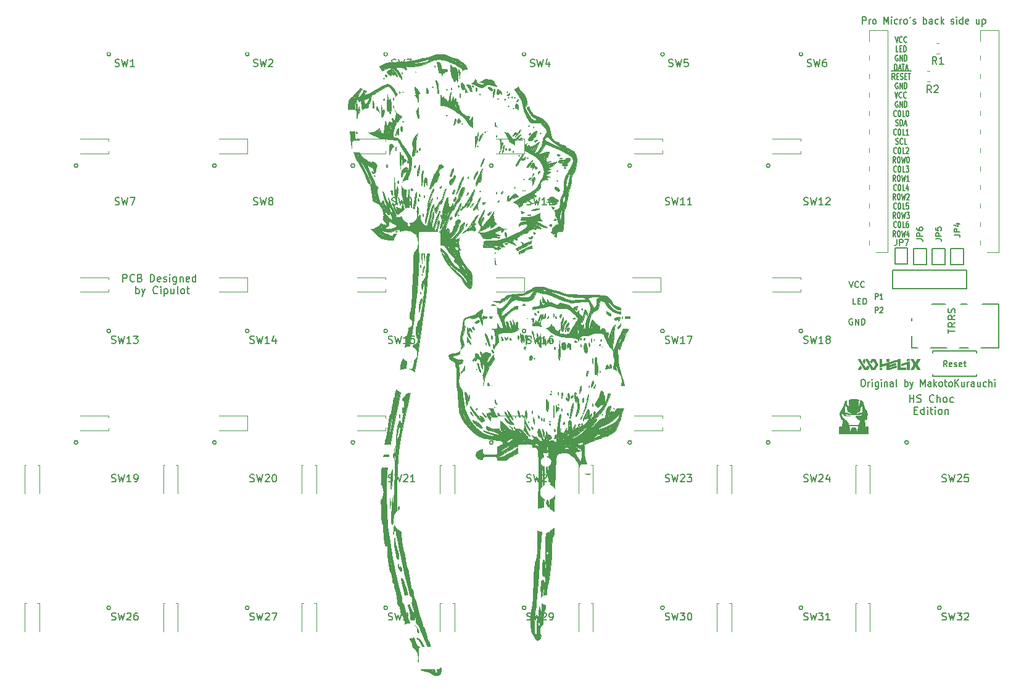
<source format=gbr>
G04 #@! TF.GenerationSoftware,KiCad,Pcbnew,(5.1.10)-1*
G04 #@! TF.CreationDate,2021-12-24T23:35:28+01:00*
G04 #@! TF.ProjectId,helixhschoc,68656c69-7868-4736-9368-6f632e6b6963,rev?*
G04 #@! TF.SameCoordinates,Original*
G04 #@! TF.FileFunction,Legend,Top*
G04 #@! TF.FilePolarity,Positive*
%FSLAX46Y46*%
G04 Gerber Fmt 4.6, Leading zero omitted, Abs format (unit mm)*
G04 Created by KiCad (PCBNEW (5.1.10)-1) date 2021-12-24 23:35:28*
%MOMM*%
%LPD*%
G01*
G04 APERTURE LIST*
%ADD10C,0.150000*%
%ADD11C,0.120000*%
%ADD12C,0.010000*%
%ADD13C,1.390600*%
%ADD14C,3.400000*%
%ADD15C,3.829000*%
%ADD16C,2.101800*%
%ADD17C,2.600000*%
%ADD18C,5.100400*%
%ADD19C,2.400000*%
%ADD20O,2.900000X2.100000*%
%ADD21C,1.600000*%
%ADD22C,1.924000*%
%ADD23C,1.797000*%
G04 APERTURE END LIST*
D10*
X204731136Y-95912335D02*
X204460202Y-95525287D01*
X204266679Y-95912335D02*
X204266679Y-95099535D01*
X204576317Y-95099535D01*
X204653726Y-95138240D01*
X204692431Y-95176944D01*
X204731136Y-95254354D01*
X204731136Y-95370468D01*
X204692431Y-95447878D01*
X204653726Y-95486582D01*
X204576317Y-95525287D01*
X204266679Y-95525287D01*
X205389117Y-95873630D02*
X205311707Y-95912335D01*
X205156888Y-95912335D01*
X205079479Y-95873630D01*
X205040774Y-95796220D01*
X205040774Y-95486582D01*
X205079479Y-95409173D01*
X205156888Y-95370468D01*
X205311707Y-95370468D01*
X205389117Y-95409173D01*
X205427821Y-95486582D01*
X205427821Y-95563992D01*
X205040774Y-95641401D01*
X205737460Y-95873630D02*
X205814869Y-95912335D01*
X205969688Y-95912335D01*
X206047098Y-95873630D01*
X206085802Y-95796220D01*
X206085802Y-95757516D01*
X206047098Y-95680106D01*
X205969688Y-95641401D01*
X205853574Y-95641401D01*
X205776164Y-95602697D01*
X205737460Y-95525287D01*
X205737460Y-95486582D01*
X205776164Y-95409173D01*
X205853574Y-95370468D01*
X205969688Y-95370468D01*
X206047098Y-95409173D01*
X206743783Y-95873630D02*
X206666374Y-95912335D01*
X206511555Y-95912335D01*
X206434145Y-95873630D01*
X206395440Y-95796220D01*
X206395440Y-95486582D01*
X206434145Y-95409173D01*
X206511555Y-95370468D01*
X206666374Y-95370468D01*
X206743783Y-95409173D01*
X206782488Y-95486582D01*
X206782488Y-95563992D01*
X206395440Y-95641401D01*
X207014717Y-95370468D02*
X207324355Y-95370468D01*
X207130831Y-95099535D02*
X207130831Y-95796220D01*
X207169536Y-95873630D01*
X207246945Y-95912335D01*
X207324355Y-95912335D01*
X199604349Y-100804920D02*
X199604349Y-99804920D01*
X199604349Y-100281111D02*
X200175778Y-100281111D01*
X200175778Y-100804920D02*
X200175778Y-99804920D01*
X200604349Y-100757301D02*
X200747206Y-100804920D01*
X200985301Y-100804920D01*
X201080540Y-100757301D01*
X201128159Y-100709682D01*
X201175778Y-100614444D01*
X201175778Y-100519206D01*
X201128159Y-100423968D01*
X201080540Y-100376349D01*
X200985301Y-100328730D01*
X200794825Y-100281111D01*
X200699587Y-100233492D01*
X200651968Y-100185873D01*
X200604349Y-100090635D01*
X200604349Y-99995397D01*
X200651968Y-99900159D01*
X200699587Y-99852540D01*
X200794825Y-99804920D01*
X201032920Y-99804920D01*
X201175778Y-99852540D01*
X202937682Y-100709682D02*
X202890063Y-100757301D01*
X202747206Y-100804920D01*
X202651968Y-100804920D01*
X202509111Y-100757301D01*
X202413873Y-100662063D01*
X202366254Y-100566825D01*
X202318635Y-100376349D01*
X202318635Y-100233492D01*
X202366254Y-100043016D01*
X202413873Y-99947778D01*
X202509111Y-99852540D01*
X202651968Y-99804920D01*
X202747206Y-99804920D01*
X202890063Y-99852540D01*
X202937682Y-99900159D01*
X203366254Y-100804920D02*
X203366254Y-99804920D01*
X203794825Y-100804920D02*
X203794825Y-100281111D01*
X203747206Y-100185873D01*
X203651968Y-100138254D01*
X203509111Y-100138254D01*
X203413873Y-100185873D01*
X203366254Y-100233492D01*
X204413873Y-100804920D02*
X204318635Y-100757301D01*
X204271016Y-100709682D01*
X204223397Y-100614444D01*
X204223397Y-100328730D01*
X204271016Y-100233492D01*
X204318635Y-100185873D01*
X204413873Y-100138254D01*
X204556730Y-100138254D01*
X204651968Y-100185873D01*
X204699587Y-100233492D01*
X204747206Y-100328730D01*
X204747206Y-100614444D01*
X204699587Y-100709682D01*
X204651968Y-100757301D01*
X204556730Y-100804920D01*
X204413873Y-100804920D01*
X205604349Y-100757301D02*
X205509111Y-100804920D01*
X205318635Y-100804920D01*
X205223397Y-100757301D01*
X205175778Y-100709682D01*
X205128159Y-100614444D01*
X205128159Y-100328730D01*
X205175778Y-100233492D01*
X205223397Y-100185873D01*
X205318635Y-100138254D01*
X205509111Y-100138254D01*
X205604349Y-100185873D01*
X200247206Y-101931111D02*
X200580540Y-101931111D01*
X200723397Y-102454920D02*
X200247206Y-102454920D01*
X200247206Y-101454920D01*
X200723397Y-101454920D01*
X201580540Y-102454920D02*
X201580540Y-101454920D01*
X201580540Y-102407301D02*
X201485301Y-102454920D01*
X201294825Y-102454920D01*
X201199587Y-102407301D01*
X201151968Y-102359682D01*
X201104349Y-102264444D01*
X201104349Y-101978730D01*
X201151968Y-101883492D01*
X201199587Y-101835873D01*
X201294825Y-101788254D01*
X201485301Y-101788254D01*
X201580540Y-101835873D01*
X202056730Y-102454920D02*
X202056730Y-101788254D01*
X202056730Y-101454920D02*
X202009111Y-101502540D01*
X202056730Y-101550159D01*
X202104349Y-101502540D01*
X202056730Y-101454920D01*
X202056730Y-101550159D01*
X202390063Y-101788254D02*
X202771016Y-101788254D01*
X202532920Y-101454920D02*
X202532920Y-102312063D01*
X202580540Y-102407301D01*
X202675778Y-102454920D01*
X202771016Y-102454920D01*
X203104349Y-102454920D02*
X203104349Y-101788254D01*
X203104349Y-101454920D02*
X203056730Y-101502540D01*
X203104349Y-101550159D01*
X203151968Y-101502540D01*
X203104349Y-101454920D01*
X203104349Y-101550159D01*
X203723397Y-102454920D02*
X203628159Y-102407301D01*
X203580540Y-102359682D01*
X203532920Y-102264444D01*
X203532920Y-101978730D01*
X203580540Y-101883492D01*
X203628159Y-101835873D01*
X203723397Y-101788254D01*
X203866254Y-101788254D01*
X203961492Y-101835873D01*
X204009111Y-101883492D01*
X204056730Y-101978730D01*
X204056730Y-102264444D01*
X204009111Y-102359682D01*
X203961492Y-102407301D01*
X203866254Y-102454920D01*
X203723397Y-102454920D01*
X204485301Y-101788254D02*
X204485301Y-102454920D01*
X204485301Y-101883492D02*
X204532920Y-101835873D01*
X204628159Y-101788254D01*
X204771016Y-101788254D01*
X204866254Y-101835873D01*
X204913873Y-101931111D01*
X204913873Y-102454920D01*
X91624187Y-84262720D02*
X91624187Y-83262720D01*
X92005140Y-83262720D01*
X92100378Y-83310340D01*
X92147997Y-83357959D01*
X92195616Y-83453197D01*
X92195616Y-83596054D01*
X92147997Y-83691292D01*
X92100378Y-83738911D01*
X92005140Y-83786530D01*
X91624187Y-83786530D01*
X93195616Y-84167482D02*
X93147997Y-84215101D01*
X93005140Y-84262720D01*
X92909901Y-84262720D01*
X92767044Y-84215101D01*
X92671806Y-84119863D01*
X92624187Y-84024625D01*
X92576568Y-83834149D01*
X92576568Y-83691292D01*
X92624187Y-83500816D01*
X92671806Y-83405578D01*
X92767044Y-83310340D01*
X92909901Y-83262720D01*
X93005140Y-83262720D01*
X93147997Y-83310340D01*
X93195616Y-83357959D01*
X93957520Y-83738911D02*
X94100378Y-83786530D01*
X94147997Y-83834149D01*
X94195616Y-83929387D01*
X94195616Y-84072244D01*
X94147997Y-84167482D01*
X94100378Y-84215101D01*
X94005140Y-84262720D01*
X93624187Y-84262720D01*
X93624187Y-83262720D01*
X93957520Y-83262720D01*
X94052759Y-83310340D01*
X94100378Y-83357959D01*
X94147997Y-83453197D01*
X94147997Y-83548435D01*
X94100378Y-83643673D01*
X94052759Y-83691292D01*
X93957520Y-83738911D01*
X93624187Y-83738911D01*
X95386092Y-84262720D02*
X95386092Y-83262720D01*
X95624187Y-83262720D01*
X95767044Y-83310340D01*
X95862282Y-83405578D01*
X95909901Y-83500816D01*
X95957520Y-83691292D01*
X95957520Y-83834149D01*
X95909901Y-84024625D01*
X95862282Y-84119863D01*
X95767044Y-84215101D01*
X95624187Y-84262720D01*
X95386092Y-84262720D01*
X96767044Y-84215101D02*
X96671806Y-84262720D01*
X96481330Y-84262720D01*
X96386092Y-84215101D01*
X96338473Y-84119863D01*
X96338473Y-83738911D01*
X96386092Y-83643673D01*
X96481330Y-83596054D01*
X96671806Y-83596054D01*
X96767044Y-83643673D01*
X96814663Y-83738911D01*
X96814663Y-83834149D01*
X96338473Y-83929387D01*
X97195616Y-84215101D02*
X97290854Y-84262720D01*
X97481330Y-84262720D01*
X97576568Y-84215101D01*
X97624187Y-84119863D01*
X97624187Y-84072244D01*
X97576568Y-83977006D01*
X97481330Y-83929387D01*
X97338473Y-83929387D01*
X97243235Y-83881768D01*
X97195616Y-83786530D01*
X97195616Y-83738911D01*
X97243235Y-83643673D01*
X97338473Y-83596054D01*
X97481330Y-83596054D01*
X97576568Y-83643673D01*
X98052759Y-84262720D02*
X98052759Y-83596054D01*
X98052759Y-83262720D02*
X98005140Y-83310340D01*
X98052759Y-83357959D01*
X98100378Y-83310340D01*
X98052759Y-83262720D01*
X98052759Y-83357959D01*
X98957520Y-83596054D02*
X98957520Y-84405578D01*
X98909901Y-84500816D01*
X98862282Y-84548435D01*
X98767044Y-84596054D01*
X98624187Y-84596054D01*
X98528949Y-84548435D01*
X98957520Y-84215101D02*
X98862282Y-84262720D01*
X98671806Y-84262720D01*
X98576568Y-84215101D01*
X98528949Y-84167482D01*
X98481330Y-84072244D01*
X98481330Y-83786530D01*
X98528949Y-83691292D01*
X98576568Y-83643673D01*
X98671806Y-83596054D01*
X98862282Y-83596054D01*
X98957520Y-83643673D01*
X99433711Y-83596054D02*
X99433711Y-84262720D01*
X99433711Y-83691292D02*
X99481330Y-83643673D01*
X99576568Y-83596054D01*
X99719425Y-83596054D01*
X99814663Y-83643673D01*
X99862282Y-83738911D01*
X99862282Y-84262720D01*
X100719425Y-84215101D02*
X100624187Y-84262720D01*
X100433711Y-84262720D01*
X100338473Y-84215101D01*
X100290854Y-84119863D01*
X100290854Y-83738911D01*
X100338473Y-83643673D01*
X100433711Y-83596054D01*
X100624187Y-83596054D01*
X100719425Y-83643673D01*
X100767044Y-83738911D01*
X100767044Y-83834149D01*
X100290854Y-83929387D01*
X101624187Y-84262720D02*
X101624187Y-83262720D01*
X101624187Y-84215101D02*
X101528949Y-84262720D01*
X101338473Y-84262720D01*
X101243235Y-84215101D01*
X101195616Y-84167482D01*
X101147997Y-84072244D01*
X101147997Y-83786530D01*
X101195616Y-83691292D01*
X101243235Y-83643673D01*
X101338473Y-83596054D01*
X101528949Y-83596054D01*
X101624187Y-83643673D01*
X93386092Y-85912720D02*
X93386092Y-84912720D01*
X93386092Y-85293673D02*
X93481330Y-85246054D01*
X93671806Y-85246054D01*
X93767044Y-85293673D01*
X93814663Y-85341292D01*
X93862282Y-85436530D01*
X93862282Y-85722244D01*
X93814663Y-85817482D01*
X93767044Y-85865101D01*
X93671806Y-85912720D01*
X93481330Y-85912720D01*
X93386092Y-85865101D01*
X94195616Y-85246054D02*
X94433711Y-85912720D01*
X94671806Y-85246054D02*
X94433711Y-85912720D01*
X94338473Y-86150816D01*
X94290854Y-86198435D01*
X94195616Y-86246054D01*
X96386092Y-85817482D02*
X96338473Y-85865101D01*
X96195616Y-85912720D01*
X96100378Y-85912720D01*
X95957520Y-85865101D01*
X95862282Y-85769863D01*
X95814663Y-85674625D01*
X95767044Y-85484149D01*
X95767044Y-85341292D01*
X95814663Y-85150816D01*
X95862282Y-85055578D01*
X95957520Y-84960340D01*
X96100378Y-84912720D01*
X96195616Y-84912720D01*
X96338473Y-84960340D01*
X96386092Y-85007959D01*
X96814663Y-85912720D02*
X96814663Y-85246054D01*
X96814663Y-84912720D02*
X96767044Y-84960340D01*
X96814663Y-85007959D01*
X96862282Y-84960340D01*
X96814663Y-84912720D01*
X96814663Y-85007959D01*
X97290854Y-85246054D02*
X97290854Y-86246054D01*
X97290854Y-85293673D02*
X97386092Y-85246054D01*
X97576568Y-85246054D01*
X97671806Y-85293673D01*
X97719425Y-85341292D01*
X97767044Y-85436530D01*
X97767044Y-85722244D01*
X97719425Y-85817482D01*
X97671806Y-85865101D01*
X97576568Y-85912720D01*
X97386092Y-85912720D01*
X97290854Y-85865101D01*
X98624187Y-85246054D02*
X98624187Y-85912720D01*
X98195616Y-85246054D02*
X98195616Y-85769863D01*
X98243235Y-85865101D01*
X98338473Y-85912720D01*
X98481330Y-85912720D01*
X98576568Y-85865101D01*
X98624187Y-85817482D01*
X99243235Y-85912720D02*
X99147997Y-85865101D01*
X99100378Y-85769863D01*
X99100378Y-84912720D01*
X99767044Y-85912720D02*
X99671806Y-85865101D01*
X99624187Y-85817482D01*
X99576568Y-85722244D01*
X99576568Y-85436530D01*
X99624187Y-85341292D01*
X99671806Y-85293673D01*
X99767044Y-85246054D01*
X99909901Y-85246054D01*
X100005140Y-85293673D01*
X100052759Y-85341292D01*
X100100378Y-85436530D01*
X100100378Y-85722244D01*
X100052759Y-85817482D01*
X100005140Y-85865101D01*
X99909901Y-85912720D01*
X99767044Y-85912720D01*
X100386092Y-85246054D02*
X100767044Y-85246054D01*
X100528949Y-84912720D02*
X100528949Y-85769863D01*
X100576568Y-85865101D01*
X100671806Y-85912720D01*
X100767044Y-85912720D01*
X193135740Y-97676720D02*
X193307168Y-97676720D01*
X193392882Y-97724340D01*
X193478597Y-97819578D01*
X193521454Y-98010054D01*
X193521454Y-98343387D01*
X193478597Y-98533863D01*
X193392882Y-98629101D01*
X193307168Y-98676720D01*
X193135740Y-98676720D01*
X193050025Y-98629101D01*
X192964311Y-98533863D01*
X192921454Y-98343387D01*
X192921454Y-98010054D01*
X192964311Y-97819578D01*
X193050025Y-97724340D01*
X193135740Y-97676720D01*
X193907168Y-98676720D02*
X193907168Y-98010054D01*
X193907168Y-98200530D02*
X193950025Y-98105292D01*
X193992882Y-98057673D01*
X194078597Y-98010054D01*
X194164311Y-98010054D01*
X194464311Y-98676720D02*
X194464311Y-98010054D01*
X194464311Y-97676720D02*
X194421454Y-97724340D01*
X194464311Y-97771959D01*
X194507168Y-97724340D01*
X194464311Y-97676720D01*
X194464311Y-97771959D01*
X195278597Y-98010054D02*
X195278597Y-98819578D01*
X195235740Y-98914816D01*
X195192882Y-98962435D01*
X195107168Y-99010054D01*
X194978597Y-99010054D01*
X194892882Y-98962435D01*
X195278597Y-98629101D02*
X195192882Y-98676720D01*
X195021454Y-98676720D01*
X194935740Y-98629101D01*
X194892882Y-98581482D01*
X194850025Y-98486244D01*
X194850025Y-98200530D01*
X194892882Y-98105292D01*
X194935740Y-98057673D01*
X195021454Y-98010054D01*
X195192882Y-98010054D01*
X195278597Y-98057673D01*
X195707168Y-98676720D02*
X195707168Y-98010054D01*
X195707168Y-97676720D02*
X195664311Y-97724340D01*
X195707168Y-97771959D01*
X195750025Y-97724340D01*
X195707168Y-97676720D01*
X195707168Y-97771959D01*
X196135740Y-98010054D02*
X196135740Y-98676720D01*
X196135740Y-98105292D02*
X196178597Y-98057673D01*
X196264311Y-98010054D01*
X196392882Y-98010054D01*
X196478597Y-98057673D01*
X196521454Y-98152911D01*
X196521454Y-98676720D01*
X197335740Y-98676720D02*
X197335740Y-98152911D01*
X197292882Y-98057673D01*
X197207168Y-98010054D01*
X197035740Y-98010054D01*
X196950025Y-98057673D01*
X197335740Y-98629101D02*
X197250025Y-98676720D01*
X197035740Y-98676720D01*
X196950025Y-98629101D01*
X196907168Y-98533863D01*
X196907168Y-98438625D01*
X196950025Y-98343387D01*
X197035740Y-98295768D01*
X197250025Y-98295768D01*
X197335740Y-98248149D01*
X197892882Y-98676720D02*
X197807168Y-98629101D01*
X197764311Y-98533863D01*
X197764311Y-97676720D01*
X198921454Y-98676720D02*
X198921454Y-97676720D01*
X198921454Y-98057673D02*
X199007168Y-98010054D01*
X199178597Y-98010054D01*
X199264311Y-98057673D01*
X199307168Y-98105292D01*
X199350025Y-98200530D01*
X199350025Y-98486244D01*
X199307168Y-98581482D01*
X199264311Y-98629101D01*
X199178597Y-98676720D01*
X199007168Y-98676720D01*
X198921454Y-98629101D01*
X199650025Y-98010054D02*
X199864311Y-98676720D01*
X200078597Y-98010054D02*
X199864311Y-98676720D01*
X199778597Y-98914816D01*
X199735740Y-98962435D01*
X199650025Y-99010054D01*
X201107168Y-98676720D02*
X201107168Y-97676720D01*
X201407168Y-98391006D01*
X201707168Y-97676720D01*
X201707168Y-98676720D01*
X202521454Y-98676720D02*
X202521454Y-98152911D01*
X202478597Y-98057673D01*
X202392882Y-98010054D01*
X202221454Y-98010054D01*
X202135740Y-98057673D01*
X202521454Y-98629101D02*
X202435740Y-98676720D01*
X202221454Y-98676720D01*
X202135740Y-98629101D01*
X202092882Y-98533863D01*
X202092882Y-98438625D01*
X202135740Y-98343387D01*
X202221454Y-98295768D01*
X202435740Y-98295768D01*
X202521454Y-98248149D01*
X202950025Y-98676720D02*
X202950025Y-97676720D01*
X203035740Y-98295768D02*
X203292882Y-98676720D01*
X203292882Y-98010054D02*
X202950025Y-98391006D01*
X203807168Y-98676720D02*
X203721454Y-98629101D01*
X203678597Y-98581482D01*
X203635740Y-98486244D01*
X203635740Y-98200530D01*
X203678597Y-98105292D01*
X203721454Y-98057673D01*
X203807168Y-98010054D01*
X203935740Y-98010054D01*
X204021454Y-98057673D01*
X204064311Y-98105292D01*
X204107168Y-98200530D01*
X204107168Y-98486244D01*
X204064311Y-98581482D01*
X204021454Y-98629101D01*
X203935740Y-98676720D01*
X203807168Y-98676720D01*
X204364311Y-98010054D02*
X204707168Y-98010054D01*
X204492882Y-97676720D02*
X204492882Y-98533863D01*
X204535740Y-98629101D01*
X204621454Y-98676720D01*
X204707168Y-98676720D01*
X205135740Y-98676720D02*
X205050025Y-98629101D01*
X205007168Y-98581482D01*
X204964311Y-98486244D01*
X204964311Y-98200530D01*
X205007168Y-98105292D01*
X205050025Y-98057673D01*
X205135740Y-98010054D01*
X205264311Y-98010054D01*
X205350025Y-98057673D01*
X205392882Y-98105292D01*
X205435740Y-98200530D01*
X205435740Y-98486244D01*
X205392882Y-98581482D01*
X205350025Y-98629101D01*
X205264311Y-98676720D01*
X205135740Y-98676720D01*
X205821454Y-98676720D02*
X205821454Y-97676720D01*
X206335740Y-98676720D02*
X205950025Y-98105292D01*
X206335740Y-97676720D02*
X205821454Y-98248149D01*
X207107168Y-98010054D02*
X207107168Y-98676720D01*
X206721454Y-98010054D02*
X206721454Y-98533863D01*
X206764311Y-98629101D01*
X206850025Y-98676720D01*
X206978597Y-98676720D01*
X207064311Y-98629101D01*
X207107168Y-98581482D01*
X207535740Y-98676720D02*
X207535740Y-98010054D01*
X207535740Y-98200530D02*
X207578597Y-98105292D01*
X207621454Y-98057673D01*
X207707168Y-98010054D01*
X207792882Y-98010054D01*
X208478597Y-98676720D02*
X208478597Y-98152911D01*
X208435740Y-98057673D01*
X208350025Y-98010054D01*
X208178597Y-98010054D01*
X208092882Y-98057673D01*
X208478597Y-98629101D02*
X208392882Y-98676720D01*
X208178597Y-98676720D01*
X208092882Y-98629101D01*
X208050025Y-98533863D01*
X208050025Y-98438625D01*
X208092882Y-98343387D01*
X208178597Y-98295768D01*
X208392882Y-98295768D01*
X208478597Y-98248149D01*
X209292882Y-98010054D02*
X209292882Y-98676720D01*
X208907168Y-98010054D02*
X208907168Y-98533863D01*
X208950025Y-98629101D01*
X209035740Y-98676720D01*
X209164311Y-98676720D01*
X209250025Y-98629101D01*
X209292882Y-98581482D01*
X210107168Y-98629101D02*
X210021454Y-98676720D01*
X209850025Y-98676720D01*
X209764311Y-98629101D01*
X209721454Y-98581482D01*
X209678597Y-98486244D01*
X209678597Y-98200530D01*
X209721454Y-98105292D01*
X209764311Y-98057673D01*
X209850025Y-98010054D01*
X210021454Y-98010054D01*
X210107168Y-98057673D01*
X210492882Y-98676720D02*
X210492882Y-97676720D01*
X210878597Y-98676720D02*
X210878597Y-98152911D01*
X210835740Y-98057673D01*
X210750025Y-98010054D01*
X210621454Y-98010054D01*
X210535740Y-98057673D01*
X210492882Y-98105292D01*
X211307168Y-98676720D02*
X211307168Y-98010054D01*
X211307168Y-97676720D02*
X211264311Y-97724340D01*
X211307168Y-97771959D01*
X211350025Y-97724340D01*
X211307168Y-97676720D01*
X211307168Y-97771959D01*
X197673397Y-75541535D02*
X197473397Y-75154487D01*
X197330540Y-75541535D02*
X197330540Y-74728735D01*
X197559111Y-74728735D01*
X197616254Y-74767440D01*
X197644825Y-74806144D01*
X197673397Y-74883554D01*
X197673397Y-74999668D01*
X197644825Y-75077078D01*
X197616254Y-75115782D01*
X197559111Y-75154487D01*
X197330540Y-75154487D01*
X198044825Y-74728735D02*
X198159111Y-74728735D01*
X198216254Y-74767440D01*
X198273397Y-74844849D01*
X198301968Y-74999668D01*
X198301968Y-75270601D01*
X198273397Y-75425420D01*
X198216254Y-75502830D01*
X198159111Y-75541535D01*
X198044825Y-75541535D01*
X197987682Y-75502830D01*
X197930540Y-75425420D01*
X197901968Y-75270601D01*
X197901968Y-74999668D01*
X197930540Y-74844849D01*
X197987682Y-74767440D01*
X198044825Y-74728735D01*
X198501968Y-74728735D02*
X198644825Y-75541535D01*
X198759111Y-74960963D01*
X198873397Y-75541535D01*
X199016254Y-74728735D01*
X199187682Y-74728735D02*
X199559111Y-74728735D01*
X199359111Y-75038373D01*
X199444825Y-75038373D01*
X199501968Y-75077078D01*
X199530540Y-75115782D01*
X199559111Y-75193192D01*
X199559111Y-75386716D01*
X199530540Y-75464125D01*
X199501968Y-75502830D01*
X199444825Y-75541535D01*
X199273397Y-75541535D01*
X199216254Y-75502830D01*
X199187682Y-75464125D01*
X197773397Y-69126405D02*
X197744825Y-69165110D01*
X197659111Y-69203815D01*
X197601968Y-69203815D01*
X197516254Y-69165110D01*
X197459111Y-69087700D01*
X197430540Y-69010291D01*
X197401968Y-68855472D01*
X197401968Y-68739358D01*
X197430540Y-68584539D01*
X197459111Y-68507129D01*
X197516254Y-68429720D01*
X197601968Y-68391015D01*
X197659111Y-68391015D01*
X197744825Y-68429720D01*
X197773397Y-68468424D01*
X198144825Y-68391015D02*
X198259111Y-68391015D01*
X198316254Y-68429720D01*
X198373397Y-68507129D01*
X198401968Y-68661948D01*
X198401968Y-68932881D01*
X198373397Y-69087700D01*
X198316254Y-69165110D01*
X198259111Y-69203815D01*
X198144825Y-69203815D01*
X198087682Y-69165110D01*
X198030540Y-69087700D01*
X198001968Y-68932881D01*
X198001968Y-68661948D01*
X198030540Y-68507129D01*
X198087682Y-68429720D01*
X198144825Y-68391015D01*
X198944825Y-69203815D02*
X198659111Y-69203815D01*
X198659111Y-68391015D01*
X199087682Y-68391015D02*
X199459111Y-68391015D01*
X199259111Y-68700653D01*
X199344825Y-68700653D01*
X199401968Y-68739358D01*
X199430540Y-68778062D01*
X199459111Y-68855472D01*
X199459111Y-69048996D01*
X199430540Y-69126405D01*
X199401968Y-69165110D01*
X199344825Y-69203815D01*
X199173397Y-69203815D01*
X199116254Y-69165110D01*
X199087682Y-69126405D01*
X197073397Y-55355904D02*
X197673397Y-55355904D01*
X197559111Y-56503815D02*
X197359111Y-56116767D01*
X197216254Y-56503815D02*
X197216254Y-55691015D01*
X197444825Y-55691015D01*
X197501968Y-55729720D01*
X197530540Y-55768424D01*
X197559111Y-55845834D01*
X197559111Y-55961948D01*
X197530540Y-56039358D01*
X197501968Y-56078062D01*
X197444825Y-56116767D01*
X197216254Y-56116767D01*
X197673397Y-55355904D02*
X198216254Y-55355904D01*
X197816254Y-56078062D02*
X198016254Y-56078062D01*
X198101968Y-56503815D02*
X197816254Y-56503815D01*
X197816254Y-55691015D01*
X198101968Y-55691015D01*
X198216254Y-55355904D02*
X198787682Y-55355904D01*
X198330540Y-56465110D02*
X198416254Y-56503815D01*
X198559111Y-56503815D01*
X198616254Y-56465110D01*
X198644825Y-56426405D01*
X198673397Y-56348996D01*
X198673397Y-56271586D01*
X198644825Y-56194177D01*
X198616254Y-56155472D01*
X198559111Y-56116767D01*
X198444825Y-56078062D01*
X198387682Y-56039358D01*
X198359111Y-56000653D01*
X198330540Y-55923243D01*
X198330540Y-55845834D01*
X198359111Y-55768424D01*
X198387682Y-55729720D01*
X198444825Y-55691015D01*
X198587682Y-55691015D01*
X198673397Y-55729720D01*
X198787682Y-55355904D02*
X199330540Y-55355904D01*
X198930540Y-56078062D02*
X199130540Y-56078062D01*
X199216254Y-56503815D02*
X198930540Y-56503815D01*
X198930540Y-55691015D01*
X199216254Y-55691015D01*
X199330540Y-55355904D02*
X199787682Y-55355904D01*
X199387682Y-55691015D02*
X199730540Y-55691015D01*
X199559111Y-56503815D02*
X199559111Y-55691015D01*
X197973397Y-56999720D02*
X197916254Y-56961015D01*
X197830540Y-56961015D01*
X197744825Y-56999720D01*
X197687682Y-57077129D01*
X197659111Y-57154539D01*
X197630540Y-57309358D01*
X197630540Y-57425472D01*
X197659111Y-57580291D01*
X197687682Y-57657700D01*
X197744825Y-57735110D01*
X197830540Y-57773815D01*
X197887682Y-57773815D01*
X197973397Y-57735110D01*
X198001968Y-57696405D01*
X198001968Y-57425472D01*
X197887682Y-57425472D01*
X198259111Y-57773815D02*
X198259111Y-56961015D01*
X198601968Y-57773815D01*
X198601968Y-56961015D01*
X198887682Y-57773815D02*
X198887682Y-56961015D01*
X199030540Y-56961015D01*
X199116254Y-56999720D01*
X199173397Y-57077129D01*
X199201968Y-57154539D01*
X199230540Y-57309358D01*
X199230540Y-57425472D01*
X199201968Y-57580291D01*
X199173397Y-57657700D01*
X199116254Y-57735110D01*
X199030540Y-57773815D01*
X198887682Y-57773815D01*
X197773397Y-74206405D02*
X197744825Y-74245110D01*
X197659111Y-74283815D01*
X197601968Y-74283815D01*
X197516254Y-74245110D01*
X197459111Y-74167700D01*
X197430540Y-74090291D01*
X197401968Y-73935472D01*
X197401968Y-73819358D01*
X197430540Y-73664539D01*
X197459111Y-73587129D01*
X197516254Y-73509720D01*
X197601968Y-73471015D01*
X197659111Y-73471015D01*
X197744825Y-73509720D01*
X197773397Y-73548424D01*
X198144825Y-73471015D02*
X198259111Y-73471015D01*
X198316254Y-73509720D01*
X198373397Y-73587129D01*
X198401968Y-73741948D01*
X198401968Y-74012881D01*
X198373397Y-74167700D01*
X198316254Y-74245110D01*
X198259111Y-74283815D01*
X198144825Y-74283815D01*
X198087682Y-74245110D01*
X198030540Y-74167700D01*
X198001968Y-74012881D01*
X198001968Y-73741948D01*
X198030540Y-73587129D01*
X198087682Y-73509720D01*
X198144825Y-73471015D01*
X198944825Y-74283815D02*
X198659111Y-74283815D01*
X198659111Y-73471015D01*
X199430540Y-73471015D02*
X199144825Y-73471015D01*
X199116254Y-73858062D01*
X199144825Y-73819358D01*
X199201968Y-73780653D01*
X199344825Y-73780653D01*
X199401968Y-73819358D01*
X199430540Y-73858062D01*
X199459111Y-73935472D01*
X199459111Y-74128996D01*
X199430540Y-74206405D01*
X199401968Y-74245110D01*
X199344825Y-74283815D01*
X199201968Y-74283815D01*
X199144825Y-74245110D01*
X199116254Y-74206405D01*
X197716254Y-65355110D02*
X197801968Y-65393815D01*
X197944825Y-65393815D01*
X198001968Y-65355110D01*
X198030540Y-65316405D01*
X198059111Y-65238996D01*
X198059111Y-65161586D01*
X198030540Y-65084177D01*
X198001968Y-65045472D01*
X197944825Y-65006767D01*
X197830540Y-64968062D01*
X197773397Y-64929358D01*
X197744825Y-64890653D01*
X197716254Y-64813243D01*
X197716254Y-64735834D01*
X197744825Y-64658424D01*
X197773397Y-64619720D01*
X197830540Y-64581015D01*
X197973397Y-64581015D01*
X198059111Y-64619720D01*
X198659111Y-65316405D02*
X198630540Y-65355110D01*
X198544825Y-65393815D01*
X198487682Y-65393815D01*
X198401968Y-65355110D01*
X198344825Y-65277700D01*
X198316254Y-65200291D01*
X198287682Y-65045472D01*
X198287682Y-64929358D01*
X198316254Y-64774539D01*
X198344825Y-64697129D01*
X198401968Y-64619720D01*
X198487682Y-64581015D01*
X198544825Y-64581015D01*
X198630540Y-64619720D01*
X198659111Y-64658424D01*
X199201968Y-65393815D02*
X198916254Y-65393815D01*
X198916254Y-64581015D01*
X197673397Y-67933815D02*
X197473397Y-67546767D01*
X197330540Y-67933815D02*
X197330540Y-67121015D01*
X197559111Y-67121015D01*
X197616254Y-67159720D01*
X197644825Y-67198424D01*
X197673397Y-67275834D01*
X197673397Y-67391948D01*
X197644825Y-67469358D01*
X197616254Y-67508062D01*
X197559111Y-67546767D01*
X197330540Y-67546767D01*
X198044825Y-67121015D02*
X198159111Y-67121015D01*
X198216254Y-67159720D01*
X198273397Y-67237129D01*
X198301968Y-67391948D01*
X198301968Y-67662881D01*
X198273397Y-67817700D01*
X198216254Y-67895110D01*
X198159111Y-67933815D01*
X198044825Y-67933815D01*
X197987682Y-67895110D01*
X197930540Y-67817700D01*
X197901968Y-67662881D01*
X197901968Y-67391948D01*
X197930540Y-67237129D01*
X197987682Y-67159720D01*
X198044825Y-67121015D01*
X198501968Y-67121015D02*
X198644825Y-67933815D01*
X198759111Y-67353243D01*
X198873397Y-67933815D01*
X199016254Y-67121015D01*
X199359111Y-67121015D02*
X199416254Y-67121015D01*
X199473397Y-67159720D01*
X199501968Y-67198424D01*
X199530540Y-67275834D01*
X199559111Y-67430653D01*
X199559111Y-67624177D01*
X199530540Y-67778996D01*
X199501968Y-67856405D01*
X199473397Y-67895110D01*
X199416254Y-67933815D01*
X199359111Y-67933815D01*
X199301968Y-67895110D01*
X199273397Y-67856405D01*
X199244825Y-67778996D01*
X199216254Y-67624177D01*
X199216254Y-67430653D01*
X199244825Y-67275834D01*
X199273397Y-67198424D01*
X199301968Y-67159720D01*
X199359111Y-67121015D01*
X197773397Y-71666405D02*
X197744825Y-71705110D01*
X197659111Y-71743815D01*
X197601968Y-71743815D01*
X197516254Y-71705110D01*
X197459111Y-71627700D01*
X197430540Y-71550291D01*
X197401968Y-71395472D01*
X197401968Y-71279358D01*
X197430540Y-71124539D01*
X197459111Y-71047129D01*
X197516254Y-70969720D01*
X197601968Y-70931015D01*
X197659111Y-70931015D01*
X197744825Y-70969720D01*
X197773397Y-71008424D01*
X198144825Y-70931015D02*
X198259111Y-70931015D01*
X198316254Y-70969720D01*
X198373397Y-71047129D01*
X198401968Y-71201948D01*
X198401968Y-71472881D01*
X198373397Y-71627700D01*
X198316254Y-71705110D01*
X198259111Y-71743815D01*
X198144825Y-71743815D01*
X198087682Y-71705110D01*
X198030540Y-71627700D01*
X198001968Y-71472881D01*
X198001968Y-71201948D01*
X198030540Y-71047129D01*
X198087682Y-70969720D01*
X198144825Y-70931015D01*
X198944825Y-71743815D02*
X198659111Y-71743815D01*
X198659111Y-70931015D01*
X199401968Y-71201948D02*
X199401968Y-71743815D01*
X199259111Y-70892310D02*
X199116254Y-71472881D01*
X199487682Y-71472881D01*
X197701968Y-62815110D02*
X197787682Y-62853815D01*
X197930540Y-62853815D01*
X197987682Y-62815110D01*
X198016254Y-62776405D01*
X198044825Y-62698996D01*
X198044825Y-62621586D01*
X198016254Y-62544177D01*
X197987682Y-62505472D01*
X197930540Y-62466767D01*
X197816254Y-62428062D01*
X197759111Y-62389358D01*
X197730540Y-62350653D01*
X197701968Y-62273243D01*
X197701968Y-62195834D01*
X197730540Y-62118424D01*
X197759111Y-62079720D01*
X197816254Y-62041015D01*
X197959111Y-62041015D01*
X198044825Y-62079720D01*
X198301968Y-62853815D02*
X198301968Y-62041015D01*
X198444825Y-62041015D01*
X198530540Y-62079720D01*
X198587682Y-62157129D01*
X198616254Y-62234539D01*
X198644825Y-62389358D01*
X198644825Y-62505472D01*
X198616254Y-62660291D01*
X198587682Y-62737700D01*
X198530540Y-62815110D01*
X198444825Y-62853815D01*
X198301968Y-62853815D01*
X198873397Y-62621586D02*
X199159111Y-62621586D01*
X198816254Y-62853815D02*
X199016254Y-62041015D01*
X199216254Y-62853815D01*
X197773397Y-66586405D02*
X197744825Y-66625110D01*
X197659111Y-66663815D01*
X197601968Y-66663815D01*
X197516254Y-66625110D01*
X197459111Y-66547700D01*
X197430540Y-66470291D01*
X197401968Y-66315472D01*
X197401968Y-66199358D01*
X197430540Y-66044539D01*
X197459111Y-65967129D01*
X197516254Y-65889720D01*
X197601968Y-65851015D01*
X197659111Y-65851015D01*
X197744825Y-65889720D01*
X197773397Y-65928424D01*
X198144825Y-65851015D02*
X198259111Y-65851015D01*
X198316254Y-65889720D01*
X198373397Y-65967129D01*
X198401968Y-66121948D01*
X198401968Y-66392881D01*
X198373397Y-66547700D01*
X198316254Y-66625110D01*
X198259111Y-66663815D01*
X198144825Y-66663815D01*
X198087682Y-66625110D01*
X198030540Y-66547700D01*
X198001968Y-66392881D01*
X198001968Y-66121948D01*
X198030540Y-65967129D01*
X198087682Y-65889720D01*
X198144825Y-65851015D01*
X198944825Y-66663815D02*
X198659111Y-66663815D01*
X198659111Y-65851015D01*
X199116254Y-65928424D02*
X199144825Y-65889720D01*
X199201968Y-65851015D01*
X199344825Y-65851015D01*
X199401968Y-65889720D01*
X199430540Y-65928424D01*
X199459111Y-66005834D01*
X199459111Y-66083243D01*
X199430540Y-66199358D01*
X199087682Y-66663815D01*
X199459111Y-66663815D01*
X197673397Y-78093815D02*
X197473397Y-77706767D01*
X197330540Y-78093815D02*
X197330540Y-77281015D01*
X197559111Y-77281015D01*
X197616254Y-77319720D01*
X197644825Y-77358424D01*
X197673397Y-77435834D01*
X197673397Y-77551948D01*
X197644825Y-77629358D01*
X197616254Y-77668062D01*
X197559111Y-77706767D01*
X197330540Y-77706767D01*
X198044825Y-77281015D02*
X198159111Y-77281015D01*
X198216254Y-77319720D01*
X198273397Y-77397129D01*
X198301968Y-77551948D01*
X198301968Y-77822881D01*
X198273397Y-77977700D01*
X198216254Y-78055110D01*
X198159111Y-78093815D01*
X198044825Y-78093815D01*
X197987682Y-78055110D01*
X197930540Y-77977700D01*
X197901968Y-77822881D01*
X197901968Y-77551948D01*
X197930540Y-77397129D01*
X197987682Y-77319720D01*
X198044825Y-77281015D01*
X198501968Y-77281015D02*
X198644825Y-78093815D01*
X198759111Y-77513243D01*
X198873397Y-78093815D01*
X199016254Y-77281015D01*
X199501968Y-77551948D02*
X199501968Y-78093815D01*
X199359111Y-77242310D02*
X199216254Y-77822881D01*
X199587682Y-77822881D01*
X191288246Y-84232435D02*
X191559180Y-85045235D01*
X191830113Y-84232435D01*
X192565503Y-84967825D02*
X192526799Y-85006530D01*
X192410684Y-85045235D01*
X192333275Y-85045235D01*
X192217160Y-85006530D01*
X192139751Y-84929120D01*
X192101046Y-84851711D01*
X192062341Y-84696892D01*
X192062341Y-84580778D01*
X192101046Y-84425959D01*
X192139751Y-84348549D01*
X192217160Y-84271140D01*
X192333275Y-84232435D01*
X192410684Y-84232435D01*
X192526799Y-84271140D01*
X192565503Y-84309844D01*
X193378303Y-84967825D02*
X193339599Y-85006530D01*
X193223484Y-85045235D01*
X193146075Y-85045235D01*
X193029960Y-85006530D01*
X192952551Y-84929120D01*
X192913846Y-84851711D01*
X192875141Y-84696892D01*
X192875141Y-84580778D01*
X192913846Y-84425959D01*
X192952551Y-84348549D01*
X193029960Y-84271140D01*
X193146075Y-84232435D01*
X193223484Y-84232435D01*
X193339599Y-84271140D01*
X193378303Y-84309844D01*
X193119111Y-48899920D02*
X193119111Y-47899920D01*
X193461968Y-47899920D01*
X193547682Y-47947540D01*
X193590540Y-47995159D01*
X193633397Y-48090397D01*
X193633397Y-48233254D01*
X193590540Y-48328492D01*
X193547682Y-48376111D01*
X193461968Y-48423730D01*
X193119111Y-48423730D01*
X194019111Y-48899920D02*
X194019111Y-48233254D01*
X194019111Y-48423730D02*
X194061968Y-48328492D01*
X194104825Y-48280873D01*
X194190540Y-48233254D01*
X194276254Y-48233254D01*
X194704825Y-48899920D02*
X194619111Y-48852301D01*
X194576254Y-48804682D01*
X194533397Y-48709444D01*
X194533397Y-48423730D01*
X194576254Y-48328492D01*
X194619111Y-48280873D01*
X194704825Y-48233254D01*
X194833397Y-48233254D01*
X194919111Y-48280873D01*
X194961968Y-48328492D01*
X195004825Y-48423730D01*
X195004825Y-48709444D01*
X194961968Y-48804682D01*
X194919111Y-48852301D01*
X194833397Y-48899920D01*
X194704825Y-48899920D01*
X196076254Y-48899920D02*
X196076254Y-47899920D01*
X196376254Y-48614206D01*
X196676254Y-47899920D01*
X196676254Y-48899920D01*
X197104825Y-48899920D02*
X197104825Y-48233254D01*
X197104825Y-47899920D02*
X197061968Y-47947540D01*
X197104825Y-47995159D01*
X197147682Y-47947540D01*
X197104825Y-47899920D01*
X197104825Y-47995159D01*
X197919111Y-48852301D02*
X197833397Y-48899920D01*
X197661968Y-48899920D01*
X197576254Y-48852301D01*
X197533397Y-48804682D01*
X197490540Y-48709444D01*
X197490540Y-48423730D01*
X197533397Y-48328492D01*
X197576254Y-48280873D01*
X197661968Y-48233254D01*
X197833397Y-48233254D01*
X197919111Y-48280873D01*
X198304825Y-48899920D02*
X198304825Y-48233254D01*
X198304825Y-48423730D02*
X198347682Y-48328492D01*
X198390540Y-48280873D01*
X198476254Y-48233254D01*
X198561968Y-48233254D01*
X198990540Y-48899920D02*
X198904825Y-48852301D01*
X198861968Y-48804682D01*
X198819111Y-48709444D01*
X198819111Y-48423730D01*
X198861968Y-48328492D01*
X198904825Y-48280873D01*
X198990540Y-48233254D01*
X199119111Y-48233254D01*
X199204825Y-48280873D01*
X199247682Y-48328492D01*
X199290540Y-48423730D01*
X199290540Y-48709444D01*
X199247682Y-48804682D01*
X199204825Y-48852301D01*
X199119111Y-48899920D01*
X198990540Y-48899920D01*
X199719111Y-47899920D02*
X199633397Y-48090397D01*
X200061968Y-48852301D02*
X200147682Y-48899920D01*
X200319111Y-48899920D01*
X200404825Y-48852301D01*
X200447682Y-48757063D01*
X200447682Y-48709444D01*
X200404825Y-48614206D01*
X200319111Y-48566587D01*
X200190540Y-48566587D01*
X200104825Y-48518968D01*
X200061968Y-48423730D01*
X200061968Y-48376111D01*
X200104825Y-48280873D01*
X200190540Y-48233254D01*
X200319111Y-48233254D01*
X200404825Y-48280873D01*
X201519111Y-48899920D02*
X201519111Y-47899920D01*
X201519111Y-48280873D02*
X201604825Y-48233254D01*
X201776254Y-48233254D01*
X201861968Y-48280873D01*
X201904825Y-48328492D01*
X201947682Y-48423730D01*
X201947682Y-48709444D01*
X201904825Y-48804682D01*
X201861968Y-48852301D01*
X201776254Y-48899920D01*
X201604825Y-48899920D01*
X201519111Y-48852301D01*
X202719111Y-48899920D02*
X202719111Y-48376111D01*
X202676254Y-48280873D01*
X202590540Y-48233254D01*
X202419111Y-48233254D01*
X202333397Y-48280873D01*
X202719111Y-48852301D02*
X202633397Y-48899920D01*
X202419111Y-48899920D01*
X202333397Y-48852301D01*
X202290540Y-48757063D01*
X202290540Y-48661825D01*
X202333397Y-48566587D01*
X202419111Y-48518968D01*
X202633397Y-48518968D01*
X202719111Y-48471349D01*
X203533397Y-48852301D02*
X203447682Y-48899920D01*
X203276254Y-48899920D01*
X203190540Y-48852301D01*
X203147682Y-48804682D01*
X203104825Y-48709444D01*
X203104825Y-48423730D01*
X203147682Y-48328492D01*
X203190540Y-48280873D01*
X203276254Y-48233254D01*
X203447682Y-48233254D01*
X203533397Y-48280873D01*
X203919111Y-48899920D02*
X203919111Y-47899920D01*
X204004825Y-48518968D02*
X204261968Y-48899920D01*
X204261968Y-48233254D02*
X203919111Y-48614206D01*
X205290540Y-48852301D02*
X205376254Y-48899920D01*
X205547682Y-48899920D01*
X205633397Y-48852301D01*
X205676254Y-48757063D01*
X205676254Y-48709444D01*
X205633397Y-48614206D01*
X205547682Y-48566587D01*
X205419111Y-48566587D01*
X205333397Y-48518968D01*
X205290540Y-48423730D01*
X205290540Y-48376111D01*
X205333397Y-48280873D01*
X205419111Y-48233254D01*
X205547682Y-48233254D01*
X205633397Y-48280873D01*
X206061968Y-48899920D02*
X206061968Y-48233254D01*
X206061968Y-47899920D02*
X206019111Y-47947540D01*
X206061968Y-47995159D01*
X206104825Y-47947540D01*
X206061968Y-47899920D01*
X206061968Y-47995159D01*
X206876254Y-48899920D02*
X206876254Y-47899920D01*
X206876254Y-48852301D02*
X206790540Y-48899920D01*
X206619111Y-48899920D01*
X206533397Y-48852301D01*
X206490540Y-48804682D01*
X206447682Y-48709444D01*
X206447682Y-48423730D01*
X206490540Y-48328492D01*
X206533397Y-48280873D01*
X206619111Y-48233254D01*
X206790540Y-48233254D01*
X206876254Y-48280873D01*
X207647682Y-48852301D02*
X207561968Y-48899920D01*
X207390540Y-48899920D01*
X207304825Y-48852301D01*
X207261968Y-48757063D01*
X207261968Y-48376111D01*
X207304825Y-48280873D01*
X207390540Y-48233254D01*
X207561968Y-48233254D01*
X207647682Y-48280873D01*
X207690540Y-48376111D01*
X207690540Y-48471349D01*
X207261968Y-48566587D01*
X209147682Y-48233254D02*
X209147682Y-48899920D01*
X208761968Y-48233254D02*
X208761968Y-48757063D01*
X208804825Y-48852301D01*
X208890540Y-48899920D01*
X209019111Y-48899920D01*
X209104825Y-48852301D01*
X209147682Y-48804682D01*
X209576254Y-48233254D02*
X209576254Y-49233254D01*
X209576254Y-48280873D02*
X209661968Y-48233254D01*
X209833397Y-48233254D01*
X209919111Y-48280873D01*
X209961968Y-48328492D01*
X210004825Y-48423730D01*
X210004825Y-48709444D01*
X209961968Y-48804682D01*
X209919111Y-48852301D01*
X209833397Y-48899920D01*
X209661968Y-48899920D01*
X209576254Y-48852301D01*
X197530540Y-55233815D02*
X197530540Y-54421015D01*
X197673397Y-54421015D01*
X197759111Y-54459720D01*
X197816254Y-54537129D01*
X197844825Y-54614539D01*
X197873397Y-54769358D01*
X197873397Y-54885472D01*
X197844825Y-55040291D01*
X197816254Y-55117700D01*
X197759111Y-55195110D01*
X197673397Y-55233815D01*
X197530540Y-55233815D01*
X198101968Y-55001586D02*
X198387682Y-55001586D01*
X198044825Y-55233815D02*
X198244825Y-54421015D01*
X198444825Y-55233815D01*
X198559111Y-54421015D02*
X198901968Y-54421015D01*
X198730540Y-55233815D02*
X198730540Y-54421015D01*
X199073397Y-55001586D02*
X199359111Y-55001586D01*
X199016254Y-55233815D02*
X199216254Y-54421015D01*
X199416254Y-55233815D01*
X197773397Y-76746405D02*
X197744825Y-76785110D01*
X197659111Y-76823815D01*
X197601968Y-76823815D01*
X197516254Y-76785110D01*
X197459111Y-76707700D01*
X197430540Y-76630291D01*
X197401968Y-76475472D01*
X197401968Y-76359358D01*
X197430540Y-76204539D01*
X197459111Y-76127129D01*
X197516254Y-76049720D01*
X197601968Y-76011015D01*
X197659111Y-76011015D01*
X197744825Y-76049720D01*
X197773397Y-76088424D01*
X198144825Y-76011015D02*
X198259111Y-76011015D01*
X198316254Y-76049720D01*
X198373397Y-76127129D01*
X198401968Y-76281948D01*
X198401968Y-76552881D01*
X198373397Y-76707700D01*
X198316254Y-76785110D01*
X198259111Y-76823815D01*
X198144825Y-76823815D01*
X198087682Y-76785110D01*
X198030540Y-76707700D01*
X198001968Y-76552881D01*
X198001968Y-76281948D01*
X198030540Y-76127129D01*
X198087682Y-76049720D01*
X198144825Y-76011015D01*
X198944825Y-76823815D02*
X198659111Y-76823815D01*
X198659111Y-76011015D01*
X199401968Y-76011015D02*
X199287682Y-76011015D01*
X199230540Y-76049720D01*
X199201968Y-76088424D01*
X199144825Y-76204539D01*
X199116254Y-76359358D01*
X199116254Y-76668996D01*
X199144825Y-76746405D01*
X199173397Y-76785110D01*
X199230540Y-76823815D01*
X199344825Y-76823815D01*
X199401968Y-76785110D01*
X199430540Y-76746405D01*
X199459111Y-76668996D01*
X199459111Y-76475472D01*
X199430540Y-76398062D01*
X199401968Y-76359358D01*
X199344825Y-76320653D01*
X199230540Y-76320653D01*
X199173397Y-76359358D01*
X199144825Y-76398062D01*
X199116254Y-76475472D01*
X192208025Y-87345235D02*
X191820978Y-87345235D01*
X191820978Y-86532435D01*
X192478959Y-86919482D02*
X192749892Y-86919482D01*
X192866006Y-87345235D02*
X192478959Y-87345235D01*
X192478959Y-86532435D01*
X192866006Y-86532435D01*
X193214349Y-87345235D02*
X193214349Y-86532435D01*
X193407873Y-86532435D01*
X193523987Y-86571140D01*
X193601397Y-86648549D01*
X193640101Y-86725959D01*
X193678806Y-86880778D01*
X193678806Y-86996892D01*
X193640101Y-87151711D01*
X193601397Y-87229120D01*
X193523987Y-87306530D01*
X193407873Y-87345235D01*
X193214349Y-87345235D01*
X191752703Y-89402920D02*
X191675294Y-89364215D01*
X191559180Y-89364215D01*
X191443065Y-89402920D01*
X191365656Y-89480329D01*
X191326951Y-89557739D01*
X191288246Y-89712558D01*
X191288246Y-89828672D01*
X191326951Y-89983491D01*
X191365656Y-90060900D01*
X191443065Y-90138310D01*
X191559180Y-90177015D01*
X191636589Y-90177015D01*
X191752703Y-90138310D01*
X191791408Y-90099605D01*
X191791408Y-89828672D01*
X191636589Y-89828672D01*
X192139751Y-90177015D02*
X192139751Y-89364215D01*
X192604208Y-90177015D01*
X192604208Y-89364215D01*
X192991256Y-90177015D02*
X192991256Y-89364215D01*
X193184780Y-89364215D01*
X193300894Y-89402920D01*
X193378303Y-89480329D01*
X193417008Y-89557739D01*
X193455713Y-89712558D01*
X193455713Y-89828672D01*
X193417008Y-89983491D01*
X193378303Y-90060900D01*
X193300894Y-90138310D01*
X193184780Y-90177015D01*
X192991256Y-90177015D01*
X197630540Y-50611015D02*
X197830540Y-51423815D01*
X198030540Y-50611015D01*
X198573397Y-51346405D02*
X198544825Y-51385110D01*
X198459111Y-51423815D01*
X198401968Y-51423815D01*
X198316254Y-51385110D01*
X198259111Y-51307700D01*
X198230540Y-51230291D01*
X198201968Y-51075472D01*
X198201968Y-50959358D01*
X198230540Y-50804539D01*
X198259111Y-50727129D01*
X198316254Y-50649720D01*
X198401968Y-50611015D01*
X198459111Y-50611015D01*
X198544825Y-50649720D01*
X198573397Y-50688424D01*
X199173397Y-51346405D02*
X199144825Y-51385110D01*
X199059111Y-51423815D01*
X199001968Y-51423815D01*
X198916254Y-51385110D01*
X198859111Y-51307700D01*
X198830540Y-51230291D01*
X198801968Y-51075472D01*
X198801968Y-50959358D01*
X198830540Y-50804539D01*
X198859111Y-50727129D01*
X198916254Y-50649720D01*
X199001968Y-50611015D01*
X199059111Y-50611015D01*
X199144825Y-50649720D01*
X199173397Y-50688424D01*
X198044825Y-52693815D02*
X197759111Y-52693815D01*
X197759111Y-51881015D01*
X198244825Y-52268062D02*
X198444825Y-52268062D01*
X198530540Y-52693815D02*
X198244825Y-52693815D01*
X198244825Y-51881015D01*
X198530540Y-51881015D01*
X198787682Y-52693815D02*
X198787682Y-51881015D01*
X198930540Y-51881015D01*
X199016254Y-51919720D01*
X199073397Y-51997129D01*
X199101968Y-52074539D01*
X199130540Y-52229358D01*
X199130540Y-52345472D01*
X199101968Y-52500291D01*
X199073397Y-52577700D01*
X199016254Y-52655110D01*
X198930540Y-52693815D01*
X198787682Y-52693815D01*
X197773397Y-64046405D02*
X197744825Y-64085110D01*
X197659111Y-64123815D01*
X197601968Y-64123815D01*
X197516254Y-64085110D01*
X197459111Y-64007700D01*
X197430540Y-63930291D01*
X197401968Y-63775472D01*
X197401968Y-63659358D01*
X197430540Y-63504539D01*
X197459111Y-63427129D01*
X197516254Y-63349720D01*
X197601968Y-63311015D01*
X197659111Y-63311015D01*
X197744825Y-63349720D01*
X197773397Y-63388424D01*
X198144825Y-63311015D02*
X198259111Y-63311015D01*
X198316254Y-63349720D01*
X198373397Y-63427129D01*
X198401968Y-63581948D01*
X198401968Y-63852881D01*
X198373397Y-64007700D01*
X198316254Y-64085110D01*
X198259111Y-64123815D01*
X198144825Y-64123815D01*
X198087682Y-64085110D01*
X198030540Y-64007700D01*
X198001968Y-63852881D01*
X198001968Y-63581948D01*
X198030540Y-63427129D01*
X198087682Y-63349720D01*
X198144825Y-63311015D01*
X198944825Y-64123815D02*
X198659111Y-64123815D01*
X198659111Y-63311015D01*
X199459111Y-64123815D02*
X199116254Y-64123815D01*
X199287682Y-64123815D02*
X199287682Y-63311015D01*
X199230540Y-63427129D01*
X199173397Y-63504539D01*
X199116254Y-63543243D01*
X197773397Y-61506405D02*
X197744825Y-61545110D01*
X197659111Y-61583815D01*
X197601968Y-61583815D01*
X197516254Y-61545110D01*
X197459111Y-61467700D01*
X197430540Y-61390291D01*
X197401968Y-61235472D01*
X197401968Y-61119358D01*
X197430540Y-60964539D01*
X197459111Y-60887129D01*
X197516254Y-60809720D01*
X197601968Y-60771015D01*
X197659111Y-60771015D01*
X197744825Y-60809720D01*
X197773397Y-60848424D01*
X198144825Y-60771015D02*
X198259111Y-60771015D01*
X198316254Y-60809720D01*
X198373397Y-60887129D01*
X198401968Y-61041948D01*
X198401968Y-61312881D01*
X198373397Y-61467700D01*
X198316254Y-61545110D01*
X198259111Y-61583815D01*
X198144825Y-61583815D01*
X198087682Y-61545110D01*
X198030540Y-61467700D01*
X198001968Y-61312881D01*
X198001968Y-61041948D01*
X198030540Y-60887129D01*
X198087682Y-60809720D01*
X198144825Y-60771015D01*
X198944825Y-61583815D02*
X198659111Y-61583815D01*
X198659111Y-60771015D01*
X199259111Y-60771015D02*
X199316254Y-60771015D01*
X199373397Y-60809720D01*
X199401968Y-60848424D01*
X199430540Y-60925834D01*
X199459111Y-61080653D01*
X199459111Y-61274177D01*
X199430540Y-61428996D01*
X199401968Y-61506405D01*
X199373397Y-61545110D01*
X199316254Y-61583815D01*
X199259111Y-61583815D01*
X199201968Y-61545110D01*
X199173397Y-61506405D01*
X199144825Y-61428996D01*
X199116254Y-61274177D01*
X199116254Y-61080653D01*
X199144825Y-60925834D01*
X199173397Y-60848424D01*
X199201968Y-60809720D01*
X199259111Y-60771015D01*
X197673397Y-70473815D02*
X197473397Y-70086767D01*
X197330540Y-70473815D02*
X197330540Y-69661015D01*
X197559111Y-69661015D01*
X197616254Y-69699720D01*
X197644825Y-69738424D01*
X197673397Y-69815834D01*
X197673397Y-69931948D01*
X197644825Y-70009358D01*
X197616254Y-70048062D01*
X197559111Y-70086767D01*
X197330540Y-70086767D01*
X198044825Y-69661015D02*
X198159111Y-69661015D01*
X198216254Y-69699720D01*
X198273397Y-69777129D01*
X198301968Y-69931948D01*
X198301968Y-70202881D01*
X198273397Y-70357700D01*
X198216254Y-70435110D01*
X198159111Y-70473815D01*
X198044825Y-70473815D01*
X197987682Y-70435110D01*
X197930540Y-70357700D01*
X197901968Y-70202881D01*
X197901968Y-69931948D01*
X197930540Y-69777129D01*
X197987682Y-69699720D01*
X198044825Y-69661015D01*
X198501968Y-69661015D02*
X198644825Y-70473815D01*
X198759111Y-69893243D01*
X198873397Y-70473815D01*
X199016254Y-69661015D01*
X199559111Y-70473815D02*
X199216254Y-70473815D01*
X199387682Y-70473815D02*
X199387682Y-69661015D01*
X199330540Y-69777129D01*
X199273397Y-69854539D01*
X199216254Y-69893243D01*
X197673397Y-73013815D02*
X197473397Y-72626767D01*
X197330540Y-73013815D02*
X197330540Y-72201015D01*
X197559111Y-72201015D01*
X197616254Y-72239720D01*
X197644825Y-72278424D01*
X197673397Y-72355834D01*
X197673397Y-72471948D01*
X197644825Y-72549358D01*
X197616254Y-72588062D01*
X197559111Y-72626767D01*
X197330540Y-72626767D01*
X198044825Y-72201015D02*
X198159111Y-72201015D01*
X198216254Y-72239720D01*
X198273397Y-72317129D01*
X198301968Y-72471948D01*
X198301968Y-72742881D01*
X198273397Y-72897700D01*
X198216254Y-72975110D01*
X198159111Y-73013815D01*
X198044825Y-73013815D01*
X197987682Y-72975110D01*
X197930540Y-72897700D01*
X197901968Y-72742881D01*
X197901968Y-72471948D01*
X197930540Y-72317129D01*
X197987682Y-72239720D01*
X198044825Y-72201015D01*
X198501968Y-72201015D02*
X198644825Y-73013815D01*
X198759111Y-72433243D01*
X198873397Y-73013815D01*
X199016254Y-72201015D01*
X199216254Y-72278424D02*
X199244825Y-72239720D01*
X199301968Y-72201015D01*
X199444825Y-72201015D01*
X199501968Y-72239720D01*
X199530540Y-72278424D01*
X199559111Y-72355834D01*
X199559111Y-72433243D01*
X199530540Y-72549358D01*
X199187682Y-73013815D01*
X199559111Y-73013815D01*
X197973397Y-59539720D02*
X197916254Y-59501015D01*
X197830540Y-59501015D01*
X197744825Y-59539720D01*
X197687682Y-59617129D01*
X197659111Y-59694539D01*
X197630540Y-59849358D01*
X197630540Y-59965472D01*
X197659111Y-60120291D01*
X197687682Y-60197700D01*
X197744825Y-60275110D01*
X197830540Y-60313815D01*
X197887682Y-60313815D01*
X197973397Y-60275110D01*
X198001968Y-60236405D01*
X198001968Y-59965472D01*
X197887682Y-59965472D01*
X198259111Y-60313815D02*
X198259111Y-59501015D01*
X198601968Y-60313815D01*
X198601968Y-59501015D01*
X198887682Y-60313815D02*
X198887682Y-59501015D01*
X199030540Y-59501015D01*
X199116254Y-59539720D01*
X199173397Y-59617129D01*
X199201968Y-59694539D01*
X199230540Y-59849358D01*
X199230540Y-59965472D01*
X199201968Y-60120291D01*
X199173397Y-60197700D01*
X199116254Y-60275110D01*
X199030540Y-60313815D01*
X198887682Y-60313815D01*
X197573160Y-58231015D02*
X197773160Y-59043815D01*
X197973160Y-58231015D01*
X198516017Y-58966405D02*
X198487445Y-59005110D01*
X198401731Y-59043815D01*
X198344588Y-59043815D01*
X198258874Y-59005110D01*
X198201731Y-58927700D01*
X198173160Y-58850291D01*
X198144588Y-58695472D01*
X198144588Y-58579358D01*
X198173160Y-58424539D01*
X198201731Y-58347129D01*
X198258874Y-58269720D01*
X198344588Y-58231015D01*
X198401731Y-58231015D01*
X198487445Y-58269720D01*
X198516017Y-58308424D01*
X199116017Y-58966405D02*
X199087445Y-59005110D01*
X199001731Y-59043815D01*
X198944588Y-59043815D01*
X198858874Y-59005110D01*
X198801731Y-58927700D01*
X198773160Y-58850291D01*
X198744588Y-58695472D01*
X198744588Y-58579358D01*
X198773160Y-58424539D01*
X198801731Y-58347129D01*
X198858874Y-58269720D01*
X198944588Y-58231015D01*
X199001731Y-58231015D01*
X199087445Y-58269720D01*
X199116017Y-58308424D01*
X197973397Y-53189720D02*
X197916254Y-53151015D01*
X197830540Y-53151015D01*
X197744825Y-53189720D01*
X197687682Y-53267129D01*
X197659111Y-53344539D01*
X197630540Y-53499358D01*
X197630540Y-53615472D01*
X197659111Y-53770291D01*
X197687682Y-53847700D01*
X197744825Y-53925110D01*
X197830540Y-53963815D01*
X197887682Y-53963815D01*
X197973397Y-53925110D01*
X198001968Y-53886405D01*
X198001968Y-53615472D01*
X197887682Y-53615472D01*
X198259111Y-53963815D02*
X198259111Y-53151015D01*
X198601968Y-53963815D01*
X198601968Y-53151015D01*
X198887682Y-53963815D02*
X198887682Y-53151015D01*
X199030540Y-53151015D01*
X199116254Y-53189720D01*
X199173397Y-53267129D01*
X199201968Y-53344539D01*
X199230540Y-53499358D01*
X199230540Y-53615472D01*
X199201968Y-53770291D01*
X199173397Y-53847700D01*
X199116254Y-53925110D01*
X199030540Y-53963815D01*
X198887682Y-53963815D01*
X203930540Y-129027540D02*
G75*
G03*
X203930540Y-129027540I-250000J0D01*
G01*
X184930540Y-129027540D02*
G75*
G03*
X184930540Y-129027540I-250000J0D01*
G01*
X165930540Y-129027540D02*
G75*
G03*
X165930540Y-129027540I-250000J0D01*
G01*
X146930540Y-129027540D02*
G75*
G03*
X146930540Y-129027540I-250000J0D01*
G01*
X127930540Y-129027540D02*
G75*
G03*
X127930540Y-129027540I-250000J0D01*
G01*
X108930540Y-129027540D02*
G75*
G03*
X108930540Y-129027540I-250000J0D01*
G01*
X89930540Y-129027540D02*
G75*
G03*
X89930540Y-129027540I-250000J0D01*
G01*
X199430540Y-106327540D02*
G75*
G03*
X199430540Y-106327540I-250000J0D01*
G01*
X180430540Y-106327540D02*
G75*
G03*
X180430540Y-106327540I-250000J0D01*
G01*
X161430540Y-106327540D02*
G75*
G03*
X161430540Y-106327540I-250000J0D01*
G01*
X142430540Y-106327540D02*
G75*
G03*
X142430540Y-106327540I-250000J0D01*
G01*
X123430540Y-106327540D02*
G75*
G03*
X123430540Y-106327540I-250000J0D01*
G01*
X104430540Y-106327540D02*
G75*
G03*
X104430540Y-106327540I-250000J0D01*
G01*
X85430540Y-106327540D02*
G75*
G03*
X85430540Y-106327540I-250000J0D01*
G01*
X184930540Y-91027540D02*
G75*
G03*
X184930540Y-91027540I-250000J0D01*
G01*
X165930540Y-91027540D02*
G75*
G03*
X165930540Y-91027540I-250000J0D01*
G01*
X146930540Y-91027540D02*
G75*
G03*
X146930540Y-91027540I-250000J0D01*
G01*
X127930540Y-91027540D02*
G75*
G03*
X127930540Y-91027540I-250000J0D01*
G01*
X108930540Y-91027540D02*
G75*
G03*
X108930540Y-91027540I-250000J0D01*
G01*
X89930540Y-91027540D02*
G75*
G03*
X89930540Y-91027540I-250000J0D01*
G01*
X180430540Y-68327540D02*
G75*
G03*
X180430540Y-68327540I-250000J0D01*
G01*
X161430540Y-68327540D02*
G75*
G03*
X161430540Y-68327540I-250000J0D01*
G01*
X142430540Y-68327540D02*
G75*
G03*
X142430540Y-68327540I-250000J0D01*
G01*
X123430540Y-68327540D02*
G75*
G03*
X123430540Y-68327540I-250000J0D01*
G01*
X104430540Y-68327540D02*
G75*
G03*
X104430540Y-68327540I-250000J0D01*
G01*
X85430540Y-68327540D02*
G75*
G03*
X85430540Y-68327540I-250000J0D01*
G01*
X184930540Y-53027540D02*
G75*
G03*
X184930540Y-53027540I-250000J0D01*
G01*
X165930540Y-53027540D02*
G75*
G03*
X165930540Y-53027540I-250000J0D01*
G01*
X146930540Y-53027540D02*
G75*
G03*
X146930540Y-53027540I-250000J0D01*
G01*
X127930540Y-53027540D02*
G75*
G03*
X127930540Y-53027540I-250000J0D01*
G01*
X108930540Y-53027540D02*
G75*
G03*
X108930540Y-53027540I-250000J0D01*
G01*
X89930540Y-53027540D02*
G75*
G03*
X89930540Y-53027540I-250000J0D01*
G01*
X208805140Y-93776740D02*
X208805140Y-94026740D01*
X202805140Y-93776740D02*
X208805140Y-93776740D01*
X202805140Y-93776740D02*
X202805140Y-94026740D01*
X202805140Y-97276740D02*
X202805140Y-97026740D01*
X208805140Y-97276740D02*
X208805140Y-97026740D01*
X202805140Y-97276740D02*
X208805140Y-97276740D01*
X211852940Y-87357540D02*
X211852940Y-93357540D01*
X211852940Y-93357540D02*
X199852940Y-93357540D01*
X199852940Y-93357540D02*
X199852940Y-87357540D01*
X199852940Y-87357540D02*
X211852940Y-87357540D01*
D11*
X211852940Y-49714340D02*
X211852940Y-80194340D01*
X209312940Y-49714340D02*
X211852940Y-49714340D01*
X194072940Y-80194340D02*
X194072940Y-49714340D01*
X196612940Y-80194340D02*
X194072940Y-80194340D01*
X196612940Y-49714340D02*
X194072940Y-49714340D01*
X209312940Y-80194340D02*
X211852940Y-80194340D01*
X196612940Y-52254340D02*
X196612940Y-80194340D01*
X209312940Y-49714340D02*
X209312940Y-80194340D01*
X196612940Y-52254340D02*
X196612940Y-49714340D01*
D10*
X197236080Y-85234780D02*
X197236080Y-82694780D01*
X207396080Y-82694780D02*
X207396080Y-85234780D01*
X197236080Y-82694780D02*
X207396080Y-82694780D01*
X197236080Y-85234780D02*
X207396080Y-85234780D01*
X197603540Y-81843940D02*
X197603540Y-79634140D01*
X199330740Y-81843940D02*
X197603540Y-81843940D01*
X199330740Y-79634140D02*
X199330740Y-81843940D01*
X197603540Y-79634140D02*
X199330740Y-79634140D01*
X200162160Y-81902300D02*
X200162160Y-79692500D01*
X201889360Y-81902300D02*
X200162160Y-81902300D01*
X201889360Y-79692500D02*
X201889360Y-81902300D01*
X200162160Y-79692500D02*
X201889360Y-79692500D01*
X202704700Y-81902300D02*
X202704700Y-79692500D01*
X204431900Y-81902300D02*
X202704700Y-81902300D01*
X204431900Y-79692500D02*
X204431900Y-81902300D01*
X202704700Y-79692500D02*
X204431900Y-79692500D01*
X205242160Y-81902300D02*
X205242160Y-79692500D01*
X206969360Y-81902300D02*
X205242160Y-81902300D01*
X206969360Y-79692500D02*
X206969360Y-81902300D01*
X205242160Y-79692500D02*
X206969360Y-79692500D01*
D11*
X194155540Y-128391940D02*
X192155540Y-128391940D01*
X192155540Y-128391940D02*
X192155540Y-132291940D01*
X194155540Y-128391940D02*
X194155540Y-132291940D01*
X175155540Y-128391940D02*
X173155540Y-128391940D01*
X173155540Y-128391940D02*
X173155540Y-132291940D01*
X175155540Y-128391940D02*
X175155540Y-132291940D01*
X156155540Y-128391940D02*
X154155540Y-128391940D01*
X154155540Y-128391940D02*
X154155540Y-132291940D01*
X156155540Y-128391940D02*
X156155540Y-132291940D01*
X137155540Y-128391940D02*
X135155540Y-128391940D01*
X135155540Y-128391940D02*
X135155540Y-132291940D01*
X137155540Y-128391940D02*
X137155540Y-132291940D01*
X118155540Y-128391940D02*
X116155540Y-128391940D01*
X116155540Y-128391940D02*
X116155540Y-132291940D01*
X118155540Y-128391940D02*
X118155540Y-132291940D01*
X99155540Y-128391940D02*
X97155540Y-128391940D01*
X97155540Y-128391940D02*
X97155540Y-132291940D01*
X99155540Y-128391940D02*
X99155540Y-132291940D01*
X80155540Y-128391940D02*
X78155540Y-128391940D01*
X78155540Y-128391940D02*
X78155540Y-132291940D01*
X80155540Y-128391940D02*
X80155540Y-132291940D01*
X194155540Y-109391940D02*
X192155540Y-109391940D01*
X192155540Y-109391940D02*
X192155540Y-113291940D01*
X194155540Y-109391940D02*
X194155540Y-113291940D01*
X175155540Y-109391940D02*
X173155540Y-109391940D01*
X173155540Y-109391940D02*
X173155540Y-113291940D01*
X175155540Y-109391940D02*
X175155540Y-113291940D01*
X156155540Y-109391940D02*
X154155540Y-109391940D01*
X154155540Y-109391940D02*
X154155540Y-113291940D01*
X156155540Y-109391940D02*
X156155540Y-113291940D01*
X137155540Y-109391940D02*
X135155540Y-109391940D01*
X135155540Y-109391940D02*
X135155540Y-113291940D01*
X137155540Y-109391940D02*
X137155540Y-113291940D01*
X118155540Y-109391940D02*
X116155540Y-109391940D01*
X116155540Y-109391940D02*
X116155540Y-113291940D01*
X118155540Y-109391940D02*
X118155540Y-113291940D01*
X99155540Y-109391940D02*
X97155540Y-109391940D01*
X97155540Y-109391940D02*
X97155540Y-113291940D01*
X99155540Y-109391940D02*
X99155540Y-113291940D01*
X80155540Y-109391940D02*
X78155540Y-109391940D01*
X78155540Y-109391940D02*
X78155540Y-113291940D01*
X80155540Y-109391940D02*
X80155540Y-113291940D01*
X184578940Y-104677540D02*
X184578940Y-102677540D01*
X184578940Y-102677540D02*
X180678940Y-102677540D01*
X184578940Y-104677540D02*
X180678940Y-104677540D01*
X165680540Y-104677540D02*
X165680540Y-102677540D01*
X165680540Y-102677540D02*
X161780540Y-102677540D01*
X165680540Y-104677540D02*
X161780540Y-104677540D01*
X146680540Y-104677540D02*
X146680540Y-102677540D01*
X146680540Y-102677540D02*
X142780540Y-102677540D01*
X146680540Y-104677540D02*
X142780540Y-104677540D01*
X127680540Y-104677540D02*
X127680540Y-102677540D01*
X127680540Y-102677540D02*
X123780540Y-102677540D01*
X127680540Y-104677540D02*
X123780540Y-104677540D01*
X108680540Y-104677540D02*
X108680540Y-102677540D01*
X108680540Y-102677540D02*
X104780540Y-102677540D01*
X108680540Y-104677540D02*
X104780540Y-104677540D01*
X89680540Y-104677540D02*
X89680540Y-102677540D01*
X89680540Y-102677540D02*
X85780540Y-102677540D01*
X89680540Y-104677540D02*
X85780540Y-104677540D01*
X184680540Y-85677540D02*
X184680540Y-83677540D01*
X184680540Y-83677540D02*
X180780540Y-83677540D01*
X184680540Y-85677540D02*
X180780540Y-85677540D01*
X165411140Y-85677540D02*
X165411140Y-83677540D01*
X165411140Y-83677540D02*
X161511140Y-83677540D01*
X165411140Y-85677540D02*
X161511140Y-85677540D01*
X146680540Y-85677540D02*
X146680540Y-83677540D01*
X146680540Y-83677540D02*
X142780540Y-83677540D01*
X146680540Y-85677540D02*
X142780540Y-85677540D01*
X127680540Y-85677540D02*
X127680540Y-83677540D01*
X127680540Y-83677540D02*
X123780540Y-83677540D01*
X127680540Y-85677540D02*
X123780540Y-85677540D01*
X108680540Y-85677540D02*
X108680540Y-83677540D01*
X108680540Y-83677540D02*
X104780540Y-83677540D01*
X108680540Y-85677540D02*
X104780540Y-85677540D01*
X89680540Y-85677540D02*
X89680540Y-83677540D01*
X89680540Y-83677540D02*
X85780540Y-83677540D01*
X89680540Y-85677540D02*
X85780540Y-85677540D01*
X184680540Y-66677540D02*
X184680540Y-64677540D01*
X184680540Y-64677540D02*
X180780540Y-64677540D01*
X184680540Y-66677540D02*
X180780540Y-66677540D01*
X165680540Y-66677540D02*
X165680540Y-64677540D01*
X165680540Y-64677540D02*
X161780540Y-64677540D01*
X165680540Y-66677540D02*
X161780540Y-66677540D01*
X146680540Y-66677540D02*
X146680540Y-64677540D01*
X146680540Y-64677540D02*
X142780540Y-64677540D01*
X146680540Y-66677540D02*
X142780540Y-66677540D01*
X127680540Y-66677540D02*
X127680540Y-64677540D01*
X127680540Y-64677540D02*
X123780540Y-64677540D01*
X127680540Y-66677540D02*
X123780540Y-66677540D01*
X108680540Y-66677540D02*
X108680540Y-64677540D01*
X108680540Y-64677540D02*
X104780540Y-64677540D01*
X108680540Y-66677540D02*
X104780540Y-66677540D01*
X89680540Y-66677540D02*
X89680540Y-64677540D01*
X89680540Y-64677540D02*
X85780540Y-64677540D01*
X89680540Y-66677540D02*
X85780540Y-66677540D01*
X203237096Y-52957400D02*
X203691224Y-52957400D01*
X203237096Y-51487400D02*
X203691224Y-51487400D01*
X201988586Y-56759780D02*
X202442714Y-56759780D01*
X201988586Y-55289780D02*
X202442714Y-55289780D01*
D12*
G36*
X135654667Y-53059679D02*
G01*
X136008813Y-53103612D01*
X136141981Y-53178246D01*
X136285310Y-53289575D01*
X136652574Y-53431575D01*
X136956084Y-53518934D01*
X137416181Y-53662892D01*
X137711335Y-53805254D01*
X137770186Y-53875356D01*
X137898564Y-54013582D01*
X137968528Y-54023130D01*
X138252818Y-54158990D01*
X138558706Y-54492141D01*
X138804826Y-54910939D01*
X138909811Y-55303741D01*
X138909930Y-55314834D01*
X139062134Y-55800928D01*
X139477756Y-56197557D01*
X139881223Y-56382241D01*
X140138318Y-56560007D01*
X140145969Y-56729590D01*
X140211420Y-56935735D01*
X140470755Y-57123114D01*
X140795664Y-57225712D01*
X141040260Y-57189686D01*
X141040774Y-57189092D01*
X143235831Y-57189092D01*
X143431171Y-57267354D01*
X143468904Y-57279540D01*
X143869598Y-57397590D01*
X144071012Y-57408185D01*
X144181267Y-57311326D01*
X144201597Y-57279540D01*
X144131400Y-57173800D01*
X143791171Y-57132022D01*
X143682039Y-57132950D01*
X143310118Y-57150711D01*
X143235831Y-57189092D01*
X141040774Y-57189092D01*
X141173964Y-57035310D01*
X142654802Y-57035310D01*
X142736212Y-57116720D01*
X142817622Y-57035310D01*
X142736212Y-56953899D01*
X142654802Y-57035310D01*
X141173964Y-57035310D01*
X141191632Y-57014911D01*
X141058531Y-56898653D01*
X140741661Y-56878295D01*
X140501423Y-56886358D01*
X140582948Y-56854767D01*
X140660250Y-56839281D01*
X140946192Y-56727520D01*
X141026597Y-56617443D01*
X141165203Y-56514427D01*
X141495974Y-56470381D01*
X141891339Y-56482543D01*
X142223727Y-56548153D01*
X142362328Y-56646350D01*
X142555323Y-56744184D01*
X143030228Y-56806365D01*
X143715444Y-56827261D01*
X144590096Y-56851319D01*
X145192488Y-56934133D01*
X145573176Y-57091659D01*
X145782717Y-57339858D01*
X145837667Y-57497142D01*
X146052738Y-57870996D01*
X146330610Y-58100251D01*
X146667445Y-58426716D01*
X146887161Y-58894518D01*
X147014543Y-59474007D01*
X147044495Y-59903200D01*
X146977815Y-60122837D01*
X146870691Y-60118119D01*
X146757051Y-60126470D01*
X146788966Y-60349022D01*
X146942773Y-60721753D01*
X147194807Y-61180642D01*
X147355840Y-61430609D01*
X147672550Y-61826880D01*
X147969106Y-62086632D01*
X148075726Y-62134535D01*
X148312213Y-62102964D01*
X148325621Y-61949254D01*
X148118154Y-61786403D01*
X148068584Y-61768322D01*
X147794162Y-61571638D01*
X147473464Y-61205485D01*
X147196979Y-60791202D01*
X147055198Y-60450130D01*
X147050956Y-60403760D01*
X147158321Y-60221933D01*
X147213776Y-60210310D01*
X147353227Y-60344841D01*
X147379410Y-60495246D01*
X147520704Y-60854836D01*
X147872266Y-61225646D01*
X148335198Y-61516626D01*
X148585690Y-61605806D01*
X148972517Y-61789274D01*
X149424838Y-62120932D01*
X149608095Y-62289842D01*
X149993665Y-62751505D01*
X150206041Y-63249817D01*
X150297641Y-63736619D01*
X150483204Y-64458357D01*
X150799475Y-64917092D01*
X151229993Y-65089277D01*
X151243584Y-65089747D01*
X151432997Y-65189750D01*
X151447109Y-65244809D01*
X151587472Y-65380526D01*
X151926073Y-65499862D01*
X151935571Y-65501976D01*
X152277251Y-65615476D01*
X152423932Y-65740470D01*
X152424032Y-65743216D01*
X152561091Y-65882078D01*
X152895041Y-66040963D01*
X152934722Y-66055199D01*
X153467810Y-66336641D01*
X153768717Y-66763858D01*
X153880751Y-67405196D01*
X153884239Y-67553641D01*
X153840490Y-68165248D01*
X153719953Y-68766082D01*
X153550747Y-69249531D01*
X153369982Y-69503348D01*
X153274974Y-69705576D01*
X153180496Y-70125640D01*
X153130044Y-70480271D01*
X153052921Y-71003224D01*
X152961911Y-71395974D01*
X152906796Y-71526335D01*
X152825220Y-71755300D01*
X152719142Y-72217693D01*
X152608348Y-72824324D01*
X152581667Y-72991720D01*
X152470886Y-73619657D01*
X152356423Y-74124735D01*
X152259082Y-74418392D01*
X152239347Y-74448964D01*
X152174049Y-74674525D01*
X152124806Y-75137715D01*
X152099888Y-75750616D01*
X152098391Y-75947652D01*
X152089205Y-76627841D01*
X152047731Y-77071143D01*
X151953098Y-77366111D01*
X151784435Y-77601298D01*
X151683939Y-77706114D01*
X151344321Y-77984151D01*
X151059420Y-78118341D01*
X151032657Y-78120566D01*
X150820656Y-78202668D01*
X150795827Y-78268340D01*
X150652377Y-78388621D01*
X150284834Y-78536395D01*
X149981725Y-78624762D01*
X149522009Y-78762620D01*
X149226826Y-78889619D01*
X149167622Y-78947329D01*
X149025572Y-79049030D01*
X148675926Y-79152415D01*
X148597750Y-79168157D01*
X148222182Y-79270962D01*
X148033212Y-79386027D01*
X148027879Y-79404736D01*
X147887445Y-79527010D01*
X147535445Y-79678016D01*
X147376597Y-79729535D01*
X146973427Y-79884094D01*
X146744806Y-80037208D01*
X146725314Y-80080948D01*
X146597603Y-80227886D01*
X146531864Y-80237233D01*
X146243334Y-80331560D01*
X145866802Y-80560296D01*
X145512122Y-80842069D01*
X145289145Y-81095510D01*
X145261042Y-81178561D01*
X145127157Y-81403868D01*
X144974994Y-81492325D01*
X144669256Y-81671327D01*
X144573278Y-81772151D01*
X144356867Y-81860697D01*
X143929312Y-81907194D01*
X143402133Y-81913526D01*
X142886850Y-81881579D01*
X142494981Y-81813238D01*
X142345831Y-81734498D01*
X142131588Y-81596688D01*
X141745573Y-81471930D01*
X141718584Y-81465905D01*
X141359763Y-81348675D01*
X141191238Y-81216064D01*
X141189417Y-81203404D01*
X141054188Y-81050168D01*
X140720728Y-80861496D01*
X140639422Y-80825903D01*
X140244262Y-80626674D01*
X139994931Y-80438829D01*
X139978531Y-80416666D01*
X139739278Y-80265640D01*
X139551603Y-80237233D01*
X139292287Y-80167196D01*
X139273426Y-80136339D01*
X140281170Y-80136339D01*
X140317813Y-80199380D01*
X140538135Y-80385505D01*
X140879630Y-80650664D01*
X141006812Y-80705854D01*
X140945727Y-80563749D01*
X140730743Y-80369983D01*
X140488362Y-80227181D01*
X140281170Y-80136339D01*
X139273426Y-80136339D01*
X139235571Y-80074412D01*
X139111872Y-79993002D01*
X139724032Y-79993002D01*
X139805443Y-80074412D01*
X139886853Y-79993002D01*
X139805443Y-79911592D01*
X139724032Y-79993002D01*
X139111872Y-79993002D01*
X139089791Y-79978470D01*
X138719868Y-79919974D01*
X138481575Y-79911592D01*
X137727579Y-79911592D01*
X137826454Y-80520889D01*
X137930471Y-80928947D01*
X138062759Y-81167898D01*
X138091989Y-81185740D01*
X138246698Y-81373632D01*
X138258648Y-81457977D01*
X138365052Y-81689867D01*
X138637747Y-82049237D01*
X138864025Y-82298034D01*
X139215077Y-82695384D01*
X139406010Y-83053364D01*
X139494318Y-83511844D01*
X139522293Y-83899512D01*
X139524969Y-84644346D01*
X139433057Y-85083740D01*
X139242652Y-85225013D01*
X138949844Y-85075488D01*
X138912208Y-85042499D01*
X138610084Y-84697627D01*
X138290274Y-84230962D01*
X138221004Y-84112756D01*
X137987216Y-83735994D01*
X137808397Y-83516523D01*
X137767031Y-83493643D01*
X137546194Y-83372268D01*
X137199149Y-83054740D01*
X136787461Y-82610960D01*
X136372697Y-82110825D01*
X136016422Y-81624235D01*
X135899534Y-81428386D01*
X136147751Y-81428386D01*
X136264757Y-81786125D01*
X136652703Y-82237806D01*
X137325764Y-82799805D01*
X137352795Y-82820267D01*
X137857414Y-83245679D01*
X138281352Y-83681608D01*
X138512500Y-84000710D01*
X138705590Y-84308736D01*
X138845922Y-84419331D01*
X138859993Y-84411956D01*
X138843631Y-84229123D01*
X138770283Y-84063515D01*
X139235571Y-84063515D01*
X139316981Y-84144925D01*
X139398391Y-84063515D01*
X139316981Y-83982105D01*
X139235571Y-84063515D01*
X138770283Y-84063515D01*
X138691924Y-83886595D01*
X138635814Y-83786249D01*
X138596870Y-83737874D01*
X139235571Y-83737874D01*
X139316981Y-83819284D01*
X139398391Y-83737874D01*
X139316981Y-83656464D01*
X139235571Y-83737874D01*
X138596870Y-83737874D01*
X138326286Y-83401772D01*
X138006093Y-83108301D01*
X138584289Y-83108301D01*
X138664565Y-83347042D01*
X138825430Y-83440034D01*
X138885507Y-83409519D01*
X138863036Y-83242242D01*
X138776960Y-83132724D01*
X138613034Y-83040935D01*
X138584289Y-83108301D01*
X138006093Y-83108301D01*
X137852807Y-82967808D01*
X137462612Y-82678046D01*
X136966510Y-82308307D01*
X136563174Y-81936231D01*
X136377990Y-81701123D01*
X136218607Y-81454715D01*
X136147828Y-81426940D01*
X136147751Y-81428386D01*
X135899534Y-81428386D01*
X135797727Y-81257806D01*
X135736654Y-81132746D01*
X135979161Y-81132746D01*
X136060571Y-81214156D01*
X136141981Y-81132746D01*
X136060571Y-81051335D01*
X135979161Y-81132746D01*
X135736654Y-81132746D01*
X135520389Y-80689905D01*
X135381364Y-80379185D01*
X135372920Y-80291769D01*
X135487324Y-80393781D01*
X135639103Y-80562874D01*
X135873468Y-80822072D01*
X135926280Y-80840741D01*
X135829370Y-80624342D01*
X135814081Y-80592884D01*
X135589609Y-80334044D01*
X135208527Y-80070971D01*
X134750864Y-79837153D01*
X134296654Y-79666079D01*
X133925929Y-79591235D01*
X133718720Y-79646112D01*
X133699502Y-79708066D01*
X133687716Y-79901079D01*
X133654966Y-80367287D01*
X133605000Y-81055182D01*
X133541563Y-81913258D01*
X133468404Y-82890006D01*
X133458066Y-83027103D01*
X133324592Y-84567294D01*
X133145888Y-86286875D01*
X132931324Y-88117009D01*
X132690272Y-89988859D01*
X132432102Y-91833590D01*
X132166188Y-93582364D01*
X131901899Y-95166344D01*
X131648607Y-96516695D01*
X131570356Y-96893132D01*
X131345922Y-97947539D01*
X131101928Y-99105068D01*
X130867937Y-100224878D01*
X130674832Y-101159669D01*
X130492214Y-102032692D01*
X130304937Y-102896122D01*
X130137086Y-103640562D01*
X130029594Y-104090438D01*
X129777461Y-105304371D01*
X129559849Y-106767952D01*
X129383628Y-108406364D01*
X129255666Y-110144790D01*
X129182832Y-111908412D01*
X129170067Y-113452617D01*
X129181687Y-114369394D01*
X129197308Y-115107774D01*
X129215635Y-115633257D01*
X129235368Y-115911345D01*
X129255211Y-115907535D01*
X129260379Y-115854220D01*
X129326642Y-115323220D01*
X129408137Y-115092628D01*
X129491957Y-115138431D01*
X129565195Y-115436613D01*
X129614944Y-115963160D01*
X129629161Y-116540371D01*
X129645097Y-117286268D01*
X129688540Y-118111277D01*
X129752943Y-118952851D01*
X129831756Y-119748439D01*
X129918432Y-120435493D01*
X130006422Y-120951463D01*
X130089179Y-121233799D01*
X130124086Y-121268002D01*
X130199723Y-121416678D01*
X130283048Y-121808016D01*
X130356949Y-122359986D01*
X130361853Y-122407746D01*
X130434207Y-122968857D01*
X130517197Y-123375783D01*
X130593757Y-123546494D01*
X130598998Y-123547489D01*
X130674284Y-123697087D01*
X130773566Y-124097996D01*
X130880536Y-124678392D01*
X130931725Y-125012874D01*
X131037105Y-125656023D01*
X131144061Y-126155518D01*
X131235959Y-126439518D01*
X131270999Y-126478258D01*
X131369637Y-126623119D01*
X131470895Y-126989817D01*
X131510107Y-127210951D01*
X131599724Y-127646976D01*
X131700400Y-127909304D01*
X131742563Y-127943643D01*
X131827124Y-128091502D01*
X131939941Y-128482956D01*
X132059273Y-129039818D01*
X132082121Y-129164797D01*
X132199344Y-129745424D01*
X132313131Y-130176393D01*
X132402165Y-130379539D01*
X132415202Y-130385951D01*
X132511955Y-130529485D01*
X132613100Y-130888326D01*
X132641340Y-131037233D01*
X132738331Y-131444022D01*
X132847383Y-131671278D01*
X132879559Y-131688515D01*
X132978913Y-131833962D01*
X133109308Y-132212577D01*
X133224475Y-132665438D01*
X133354973Y-133176584D01*
X133477939Y-133530195D01*
X133556127Y-133642361D01*
X133652140Y-133785889D01*
X133752871Y-134144714D01*
X133781084Y-134293643D01*
X133876796Y-134700391D01*
X133982675Y-134927664D01*
X134013565Y-134944925D01*
X134135024Y-135084266D01*
X134293495Y-135433848D01*
X134350956Y-135596207D01*
X134509940Y-135997656D01*
X134652062Y-136226883D01*
X134689721Y-136247489D01*
X134807087Y-136387615D01*
X134918556Y-136725731D01*
X134920827Y-136735951D01*
X135038975Y-137077776D01*
X135175060Y-137224321D01*
X135177995Y-137224412D01*
X135307164Y-137350870D01*
X135313957Y-137642793D01*
X135210336Y-137969005D01*
X135095278Y-138131555D01*
X134800657Y-138322358D01*
X134451713Y-138297330D01*
X133961677Y-138049458D01*
X133943904Y-138038515D01*
X133478301Y-137823827D01*
X133033395Y-137725055D01*
X133025106Y-137724774D01*
X132749734Y-137631464D01*
X134025314Y-137631464D01*
X134106725Y-137712874D01*
X134188135Y-137631464D01*
X134106725Y-137550053D01*
X134025314Y-137631464D01*
X132749734Y-137631464D01*
X132615778Y-137586073D01*
X132471727Y-137305823D01*
X133862494Y-137305823D01*
X133943904Y-137387233D01*
X134025314Y-137305823D01*
X133943904Y-137224412D01*
X133862494Y-137305823D01*
X132471727Y-137305823D01*
X132417242Y-137199824D01*
X132397109Y-136955235D01*
X132348991Y-136817361D01*
X133699673Y-136817361D01*
X133781084Y-136898771D01*
X133862494Y-136817361D01*
X133781084Y-136735951D01*
X133699673Y-136817361D01*
X132348991Y-136817361D01*
X132289463Y-136646799D01*
X132152879Y-136468460D01*
X132075765Y-136328899D01*
X133211212Y-136328899D01*
X133292622Y-136410310D01*
X133536853Y-136410310D01*
X133596426Y-136544329D01*
X133645400Y-136518857D01*
X133664886Y-136325627D01*
X133645400Y-136301763D01*
X133548603Y-136324113D01*
X133536853Y-136410310D01*
X133292622Y-136410310D01*
X133374032Y-136328899D01*
X133292622Y-136247489D01*
X133211212Y-136328899D01*
X132075765Y-136328899D01*
X131957980Y-136115733D01*
X131938642Y-136003258D01*
X133374032Y-136003258D01*
X133455443Y-136084669D01*
X133536853Y-136003258D01*
X133455443Y-135921848D01*
X133374032Y-136003258D01*
X131938642Y-136003258D01*
X131908648Y-135828808D01*
X131853650Y-135528392D01*
X131752210Y-135433387D01*
X131719580Y-135390918D01*
X132334659Y-135390918D01*
X132396417Y-135623606D01*
X132609504Y-135757041D01*
X132643517Y-135759028D01*
X132786893Y-135634058D01*
X132772874Y-135444653D01*
X132707627Y-135351976D01*
X132885571Y-135351976D01*
X132966981Y-135433387D01*
X133048391Y-135351976D01*
X132966981Y-135270566D01*
X132885571Y-135351976D01*
X132707627Y-135351976D01*
X132615972Y-135221791D01*
X132472757Y-135213897D01*
X132334659Y-135390918D01*
X131719580Y-135390918D01*
X131640051Y-135287410D01*
X131504950Y-134907539D01*
X131393993Y-134456464D01*
X131271623Y-133944724D01*
X131155183Y-133591054D01*
X131080456Y-133479540D01*
X130992249Y-133334761D01*
X130897272Y-132968246D01*
X130858825Y-132746848D01*
X130769670Y-132310837D01*
X130670155Y-132048506D01*
X130628684Y-132014156D01*
X130535564Y-131868373D01*
X130413657Y-131488961D01*
X130306636Y-131037233D01*
X130179657Y-130525227D01*
X130051363Y-130171531D01*
X129962730Y-130060310D01*
X129849663Y-129916628D01*
X129739398Y-129557464D01*
X129710571Y-129409028D01*
X129609050Y-129002099D01*
X129488748Y-128774898D01*
X129452029Y-128757746D01*
X129331850Y-128621066D01*
X129303520Y-128427826D01*
X129272818Y-128042535D01*
X129193729Y-127525443D01*
X129085772Y-126969165D01*
X128968469Y-126466316D01*
X128861340Y-126109510D01*
X128789642Y-125989797D01*
X128709003Y-125843116D01*
X128620315Y-125464607D01*
X128588639Y-125257105D01*
X128815058Y-125257105D01*
X128896468Y-125338515D01*
X128977879Y-125257105D01*
X128896468Y-125175694D01*
X128815058Y-125257105D01*
X128588639Y-125257105D01*
X128563783Y-125094284D01*
X128484096Y-124604686D01*
X128395676Y-124279416D01*
X128338851Y-124198771D01*
X128267355Y-124049711D01*
X128181745Y-123655831D01*
X128091718Y-123097081D01*
X128075989Y-122977617D01*
X128326597Y-122977617D01*
X128408007Y-123059028D01*
X128489417Y-122977617D01*
X128408007Y-122896207D01*
X128326597Y-122977617D01*
X128075989Y-122977617D01*
X128006967Y-122453410D01*
X127937187Y-121804768D01*
X127892070Y-121231104D01*
X127881313Y-120812368D01*
X127906979Y-120637053D01*
X127903042Y-120523101D01*
X127779087Y-120549259D01*
X127664829Y-120537807D01*
X127579575Y-120369077D01*
X127512085Y-119994043D01*
X127452890Y-119381998D01*
X127688169Y-119381998D01*
X127718104Y-119593178D01*
X127773685Y-119595700D01*
X127812553Y-119377782D01*
X127786539Y-119283627D01*
X127714242Y-119221954D01*
X127688169Y-119381998D01*
X127452890Y-119381998D01*
X127451118Y-119363684D01*
X127424015Y-119000599D01*
X127362317Y-118314754D01*
X127288407Y-117769719D01*
X127213071Y-117434036D01*
X127165878Y-117360310D01*
X127125945Y-117204989D01*
X127090362Y-116769003D01*
X127076972Y-116464797D01*
X127381415Y-116464797D01*
X127399014Y-116742866D01*
X127449985Y-116767348D01*
X127456473Y-116752832D01*
X127488683Y-116429602D01*
X127462507Y-116264370D01*
X127410678Y-116197972D01*
X127382489Y-116414234D01*
X127381415Y-116464797D01*
X127076972Y-116464797D01*
X127060795Y-116097316D01*
X127038911Y-115234893D01*
X127026377Y-114226700D01*
X127024933Y-113799893D01*
X127737840Y-113799893D01*
X127795627Y-115822467D01*
X127958284Y-117864980D01*
X128223916Y-119973632D01*
X128590629Y-122194624D01*
X128736862Y-122977617D01*
X128934034Y-123928362D01*
X129180774Y-124996642D01*
X129463267Y-126133744D01*
X129767698Y-127290952D01*
X130080251Y-128419552D01*
X130387114Y-129470826D01*
X130674469Y-130396062D01*
X130928503Y-131146542D01*
X131135401Y-131673553D01*
X131272684Y-131919641D01*
X131423140Y-131911089D01*
X131547566Y-131698181D01*
X131684873Y-131327005D01*
X131959581Y-131746262D01*
X132155850Y-132110769D01*
X132231796Y-132374773D01*
X132182711Y-132473122D01*
X132071468Y-132339797D01*
X131946720Y-132195228D01*
X131911819Y-132353356D01*
X131911141Y-132397922D01*
X131828134Y-132615384D01*
X131646304Y-132599607D01*
X131471392Y-132581568D01*
X131453216Y-132773111D01*
X131489090Y-132948533D01*
X131691488Y-133636894D01*
X131915736Y-134100023D01*
X132138372Y-134291195D01*
X132164541Y-134293643D01*
X132417341Y-134419703D01*
X132546888Y-134578579D01*
X132678442Y-134728347D01*
X132717799Y-134670589D01*
X132629213Y-134234039D01*
X132402399Y-133742593D01*
X132122603Y-133378210D01*
X132105772Y-133364185D01*
X131922361Y-133198464D01*
X132013953Y-133171344D01*
X132148774Y-133189535D01*
X132447774Y-133395415D01*
X132716756Y-133905711D01*
X132727236Y-133933715D01*
X132904819Y-134318294D01*
X133064412Y-134506214D01*
X133121727Y-134502147D01*
X133194140Y-134531268D01*
X133169027Y-134741624D01*
X133139927Y-134995274D01*
X133191223Y-135038689D01*
X133301178Y-135141672D01*
X133481206Y-135478485D01*
X133691716Y-135974682D01*
X134019542Y-136814955D01*
X134256166Y-137392333D01*
X134422780Y-137749549D01*
X134540581Y-137929338D01*
X134630761Y-137974433D01*
X134675303Y-137957904D01*
X134744691Y-137745965D01*
X134688383Y-137503584D01*
X134577349Y-137230785D01*
X134364540Y-136721387D01*
X134076367Y-136038138D01*
X133739242Y-135243790D01*
X133577197Y-134863515D01*
X133218216Y-134012342D01*
X132890241Y-133216652D01*
X132622242Y-132548035D01*
X132443189Y-132078080D01*
X132403056Y-131962052D01*
X132220159Y-131543767D01*
X132016793Y-131279158D01*
X131968817Y-131250782D01*
X131811505Y-131043171D01*
X131829798Y-130866346D01*
X131820626Y-130602015D01*
X131726548Y-130099839D01*
X131563370Y-129431647D01*
X131346899Y-128669269D01*
X131344690Y-128661977D01*
X131125673Y-127891021D01*
X130868085Y-126906402D01*
X130586774Y-125772920D01*
X130296587Y-124555375D01*
X130012372Y-123318568D01*
X129748977Y-122127299D01*
X129521250Y-121046369D01*
X129344039Y-120140577D01*
X129232191Y-119474725D01*
X129221454Y-119395566D01*
X129117606Y-118714104D01*
X129019564Y-118346826D01*
X128921469Y-118282482D01*
X128817465Y-118509825D01*
X128797503Y-118581464D01*
X128743776Y-118782361D01*
X128712010Y-118876195D01*
X128704903Y-118823297D01*
X128725151Y-118583998D01*
X128775451Y-118118629D01*
X128824600Y-117685951D01*
X129341294Y-117685951D01*
X129358270Y-117982173D01*
X129400534Y-118017083D01*
X129415756Y-117970887D01*
X129441078Y-117557937D01*
X129415756Y-117401015D01*
X129368563Y-117350341D01*
X129342869Y-117575480D01*
X129341294Y-117685951D01*
X128824600Y-117685951D01*
X128858500Y-117387523D01*
X128908190Y-116953258D01*
X128946324Y-116488863D01*
X128916409Y-116315533D01*
X128829278Y-116383387D01*
X128708891Y-116708496D01*
X128650449Y-117165766D01*
X128649780Y-117197489D01*
X128620194Y-117543728D01*
X128542592Y-117574642D01*
X128509279Y-117523130D01*
X128465550Y-117269764D01*
X128447794Y-116767335D01*
X128456777Y-116091445D01*
X128487812Y-115406464D01*
X128535570Y-114623007D01*
X128569567Y-114146287D01*
X128594470Y-113957922D01*
X128614949Y-114039528D01*
X128635673Y-114372725D01*
X128653239Y-114755181D01*
X128674883Y-114988704D01*
X128704381Y-114920312D01*
X128740477Y-114573603D01*
X128781914Y-113972174D01*
X128827435Y-113139625D01*
X128875784Y-112099553D01*
X128925703Y-110875556D01*
X128975937Y-109491234D01*
X129025229Y-107970183D01*
X129039085Y-107509669D01*
X129056751Y-107102617D01*
X129140699Y-107102617D01*
X129200273Y-107236637D01*
X129249246Y-107211164D01*
X129268733Y-107017935D01*
X129249246Y-106994070D01*
X129152449Y-107016421D01*
X129140699Y-107102617D01*
X129056751Y-107102617D01*
X129079795Y-106571687D01*
X129122355Y-105945439D01*
X129156727Y-105945439D01*
X129221021Y-105887220D01*
X129319005Y-105732241D01*
X129494283Y-105347846D01*
X129631545Y-104893969D01*
X129678971Y-104471698D01*
X129630409Y-104174293D01*
X129626199Y-104167057D01*
X129528438Y-104175108D01*
X129430240Y-104466785D01*
X129390951Y-104679687D01*
X129303854Y-105200323D01*
X129222131Y-105629700D01*
X129202441Y-105718643D01*
X129156727Y-105945439D01*
X129122355Y-105945439D01*
X129142507Y-105648922D01*
X129219059Y-104840798D01*
X129301287Y-104246738D01*
X129311316Y-104193709D01*
X129425149Y-103647378D01*
X129509163Y-103377475D01*
X129591618Y-103340005D01*
X129700775Y-103490976D01*
X129729692Y-103542427D01*
X129884124Y-103801267D01*
X129939471Y-103782813D01*
X129949032Y-103581624D01*
X129985344Y-103173691D01*
X130061628Y-102701499D01*
X130098627Y-102347537D01*
X130023373Y-102258262D01*
X130009679Y-102265496D01*
X129916958Y-102202937D01*
X129922225Y-101879443D01*
X129927260Y-101843375D01*
X129989032Y-101522609D01*
X130053076Y-101497125D01*
X130117822Y-101648448D01*
X130184016Y-101723748D01*
X130215294Y-101493555D01*
X130215530Y-101215966D01*
X130182873Y-100788511D01*
X130118305Y-100551592D01*
X130076917Y-100533588D01*
X129947668Y-100552303D01*
X129979279Y-100389618D01*
X130139064Y-100126014D01*
X130334562Y-99899197D01*
X130602207Y-99528022D01*
X130788141Y-99083525D01*
X130861414Y-98674695D01*
X130791077Y-98410520D01*
X130763571Y-98388424D01*
X130620104Y-98417245D01*
X130606084Y-98490658D01*
X130554108Y-98621378D01*
X130519273Y-98603414D01*
X130488784Y-98403118D01*
X130516987Y-98006134D01*
X130533532Y-97889690D01*
X130944579Y-97889690D01*
X130974515Y-98100871D01*
X131030095Y-98103392D01*
X131068964Y-97885475D01*
X131042950Y-97791319D01*
X130970652Y-97729646D01*
X130944579Y-97889690D01*
X130533532Y-97889690D01*
X130540083Y-97843585D01*
X130649169Y-97394725D01*
X130815503Y-97198032D01*
X130963859Y-97170566D01*
X131200084Y-97087004D01*
X131224119Y-96804220D01*
X131106959Y-96535356D01*
X130968564Y-96478579D01*
X130784891Y-96405304D01*
X130768904Y-96337474D01*
X130896756Y-96223733D01*
X131077250Y-96236297D01*
X131258287Y-96237069D01*
X131387436Y-96082140D01*
X131500593Y-95707417D01*
X131577019Y-95343945D01*
X131663994Y-94816322D01*
X131696819Y-94427179D01*
X131675725Y-94278241D01*
X131597567Y-94325916D01*
X131583007Y-94456891D01*
X131476125Y-94689952D01*
X131364589Y-94728258D01*
X131240135Y-94654572D01*
X131217210Y-94389720D01*
X131273473Y-93954861D01*
X131351151Y-93452953D01*
X131401586Y-93070636D01*
X131410480Y-92970800D01*
X131548540Y-92816084D01*
X131705122Y-92807980D01*
X131936259Y-92741594D01*
X132041578Y-92408067D01*
X132041578Y-92408066D01*
X132037568Y-92084639D01*
X131960168Y-91960150D01*
X131885874Y-91812783D01*
X131833944Y-91432891D01*
X131832174Y-91390438D01*
X132103210Y-91390438D01*
X132120809Y-91668507D01*
X132171779Y-91692989D01*
X132178268Y-91678473D01*
X132210478Y-91355244D01*
X132184301Y-91190011D01*
X132132473Y-91123613D01*
X132104284Y-91339876D01*
X132103210Y-91390438D01*
X131832174Y-91390438D01*
X131818656Y-91066301D01*
X131835373Y-90566534D01*
X131894467Y-90349803D01*
X131954896Y-90374473D01*
X132042980Y-90427640D01*
X132017773Y-90203670D01*
X132074392Y-89762165D01*
X132231508Y-89552388D01*
X132372646Y-89341327D01*
X132496708Y-88965479D01*
X132614531Y-88377520D01*
X132736952Y-87530123D01*
X132787789Y-87123173D01*
X132917928Y-86002055D01*
X132998258Y-85191448D01*
X133029017Y-84680093D01*
X133010440Y-84456728D01*
X132942763Y-84510092D01*
X132836605Y-84796207D01*
X132654187Y-85366079D01*
X132597037Y-84840861D01*
X132663305Y-84276121D01*
X132875549Y-83955352D01*
X133062524Y-83689351D01*
X133166387Y-83333882D01*
X133208301Y-82794132D01*
X133212627Y-82445313D01*
X133229193Y-81702505D01*
X133270746Y-80943857D01*
X133316717Y-80440758D01*
X133355200Y-79885766D01*
X133299215Y-79618904D01*
X133233891Y-79585951D01*
X133115724Y-79737844D01*
X133039496Y-80151975D01*
X133021852Y-80440758D01*
X132995313Y-81295566D01*
X132775829Y-79504540D01*
X132678535Y-81784028D01*
X132553514Y-80592135D01*
X132483623Y-80004512D01*
X132414854Y-79556543D01*
X132360777Y-79334941D01*
X132355579Y-79327326D01*
X132325537Y-79455807D01*
X132288898Y-79857731D01*
X132249128Y-80481058D01*
X132209691Y-81273745D01*
X132184076Y-81903193D01*
X132131418Y-82958589D01*
X132048624Y-84178092D01*
X131942274Y-85494839D01*
X131818945Y-86841966D01*
X131685217Y-88152611D01*
X131547667Y-89359910D01*
X131412875Y-90396999D01*
X131287420Y-91197014D01*
X131250642Y-91390438D01*
X131152736Y-91917123D01*
X131028761Y-92644626D01*
X130899114Y-93451453D01*
X130840630Y-93832746D01*
X130734163Y-94460730D01*
X130568705Y-95338037D01*
X130357978Y-96396571D01*
X130115702Y-97568238D01*
X129855602Y-98784939D01*
X129699420Y-99495973D01*
X129088223Y-102369111D01*
X128593258Y-104984989D01*
X128212630Y-107389806D01*
X127944448Y-109629762D01*
X127786815Y-111751058D01*
X127737840Y-113799893D01*
X127024933Y-113799893D01*
X127024032Y-113534028D01*
X127029648Y-112456838D01*
X127045412Y-111496976D01*
X127052793Y-111254540D01*
X127396242Y-111254540D01*
X127406589Y-111640674D01*
X127435610Y-111781815D01*
X127464288Y-111704536D01*
X127493607Y-111257851D01*
X127466510Y-110890433D01*
X127429206Y-110777443D01*
X127403567Y-110953422D01*
X127396242Y-111254540D01*
X127052793Y-111254540D01*
X127069697Y-110699406D01*
X127100878Y-110109093D01*
X127137330Y-109771001D01*
X127162374Y-109707746D01*
X127226745Y-109555930D01*
X127242385Y-109463515D01*
X127559063Y-109463515D01*
X127569410Y-109849648D01*
X127598430Y-109990789D01*
X127627108Y-109913510D01*
X127656427Y-109466825D01*
X127629331Y-109099407D01*
X127592026Y-108986418D01*
X127566387Y-109162397D01*
X127559063Y-109463515D01*
X127242385Y-109463515D01*
X127296483Y-109143880D01*
X127362687Y-108536688D01*
X127411297Y-107887044D01*
X127427321Y-107672489D01*
X127716375Y-107672489D01*
X127729481Y-108007587D01*
X127766378Y-108094077D01*
X127787185Y-108040734D01*
X127817513Y-107649731D01*
X127790471Y-107389452D01*
X127747580Y-107299211D01*
X127720598Y-107494912D01*
X127716375Y-107672489D01*
X127427321Y-107672489D01*
X127467148Y-107139245D01*
X127533817Y-106507201D01*
X127542460Y-106451335D01*
X127875910Y-106451335D01*
X127892885Y-106747557D01*
X127935149Y-106782468D01*
X127950371Y-106736271D01*
X127975693Y-106323321D01*
X127950371Y-106166399D01*
X127903178Y-106115725D01*
X127877484Y-106340864D01*
X127875910Y-106451335D01*
X127542460Y-106451335D01*
X127602307Y-106064544D01*
X127655002Y-105892492D01*
X127730452Y-105665787D01*
X127735627Y-105640683D01*
X128014039Y-105640683D01*
X128016184Y-105765233D01*
X128049880Y-105799035D01*
X128065450Y-105800053D01*
X128120838Y-105651423D01*
X128216017Y-105252646D01*
X128334922Y-104674386D01*
X128402193Y-104318633D01*
X128513905Y-103664690D01*
X128587282Y-103141867D01*
X128612619Y-102824952D01*
X128603613Y-102766386D01*
X128545750Y-102882511D01*
X128449503Y-103252813D01*
X128331153Y-103810449D01*
X128266871Y-104149029D01*
X128132386Y-104889931D01*
X128050441Y-105368032D01*
X128014039Y-105640683D01*
X127735627Y-105640683D01*
X127828001Y-105192635D01*
X127933115Y-104550165D01*
X128002291Y-104049733D01*
X128102079Y-103358965D01*
X128202941Y-102807569D01*
X128291230Y-102462998D01*
X128339977Y-102380823D01*
X128390437Y-102285844D01*
X128665092Y-102285844D01*
X128695027Y-102497025D01*
X128750608Y-102499546D01*
X128789476Y-102281628D01*
X128763463Y-102187473D01*
X128691165Y-102125800D01*
X128665092Y-102285844D01*
X128390437Y-102285844D01*
X128418663Y-102232716D01*
X128504648Y-101845116D01*
X128554346Y-101485310D01*
X128846800Y-101485310D01*
X128864399Y-101763378D01*
X128915369Y-101787860D01*
X128921858Y-101773344D01*
X128954067Y-101450115D01*
X128927891Y-101284883D01*
X128876063Y-101218485D01*
X128847873Y-101434747D01*
X128846800Y-101485310D01*
X128554346Y-101485310D01*
X128576836Y-101322489D01*
X128650551Y-100784236D01*
X128678082Y-100657639D01*
X128990733Y-100657639D01*
X129020668Y-100868819D01*
X129076249Y-100871341D01*
X129115117Y-100653423D01*
X129089104Y-100559268D01*
X129016806Y-100497595D01*
X128990733Y-100657639D01*
X128678082Y-100657639D01*
X128733425Y-100403162D01*
X128805044Y-100264156D01*
X128873852Y-100113977D01*
X128895426Y-100019925D01*
X129140699Y-100019925D01*
X129222109Y-100101335D01*
X129303520Y-100019925D01*
X129222109Y-99938515D01*
X129140699Y-100019925D01*
X128895426Y-100019925D01*
X128966634Y-99709500D01*
X129011718Y-99450053D01*
X129327945Y-99450053D01*
X129364528Y-99453067D01*
X129449204Y-99205773D01*
X129565475Y-98777034D01*
X129696844Y-98235713D01*
X129826813Y-97650673D01*
X129938886Y-97090777D01*
X130016564Y-96624889D01*
X130030062Y-96519284D01*
X130031193Y-96369687D01*
X129971862Y-96505586D01*
X129862485Y-96894640D01*
X129715415Y-97496207D01*
X129552413Y-98220978D01*
X129423861Y-98842499D01*
X129345092Y-99283461D01*
X129327945Y-99450053D01*
X129011718Y-99450053D01*
X129069106Y-99119812D01*
X129133239Y-98676656D01*
X129236393Y-97981834D01*
X129340166Y-97405435D01*
X129429407Y-97026290D01*
X129469631Y-96926335D01*
X129560000Y-96681583D01*
X129656984Y-96232859D01*
X129707618Y-95908707D01*
X129791265Y-95432069D01*
X129883265Y-95121765D01*
X129936938Y-95053899D01*
X130018944Y-94906347D01*
X130122285Y-94520621D01*
X130231628Y-93982116D01*
X130331640Y-93376229D01*
X130406985Y-92788355D01*
X130442332Y-92303890D01*
X130443263Y-92234083D01*
X130486984Y-91818373D01*
X130592660Y-91550150D01*
X130597422Y-91545117D01*
X130676740Y-91323130D01*
X130760397Y-90857613D01*
X130835239Y-90230210D01*
X130865014Y-89884348D01*
X130925926Y-89229749D01*
X130995559Y-88718885D01*
X131063017Y-88423246D01*
X131094529Y-88378258D01*
X131132041Y-88307703D01*
X131169583Y-88081188D01*
X131208416Y-87676438D01*
X131249803Y-87071177D01*
X131295006Y-86243130D01*
X131345287Y-85170023D01*
X131381709Y-84307746D01*
X131627353Y-84307746D01*
X131640055Y-84659901D01*
X131672529Y-84756573D01*
X131697915Y-84674092D01*
X131724852Y-84199635D01*
X131697915Y-83941399D01*
X131657650Y-83864241D01*
X131632103Y-84068806D01*
X131627353Y-84307746D01*
X131381709Y-84307746D01*
X131401908Y-83829579D01*
X131450426Y-82598130D01*
X131792396Y-82598130D01*
X131802743Y-82984263D01*
X131831764Y-83125405D01*
X131860442Y-83048125D01*
X131889761Y-82601440D01*
X131862664Y-82234023D01*
X131825360Y-82121033D01*
X131799721Y-82297012D01*
X131792396Y-82598130D01*
X131450426Y-82598130D01*
X131466131Y-82199523D01*
X131509659Y-81051335D01*
X131540086Y-80089944D01*
X131545678Y-79399934D01*
X131523263Y-78927768D01*
X131469668Y-78619906D01*
X131381720Y-78422812D01*
X131351434Y-78381342D01*
X131296115Y-78329496D01*
X132234289Y-78329496D01*
X132393019Y-78623840D01*
X132852971Y-78899506D01*
X133589784Y-79144062D01*
X134029436Y-79245676D01*
X134908885Y-79491854D01*
X135553120Y-79849741D01*
X136048933Y-80382515D01*
X136390716Y-80964574D01*
X136763889Y-81596007D01*
X137166785Y-82106692D01*
X137542044Y-82432396D01*
X137776825Y-82516720D01*
X137809335Y-82392092D01*
X137714162Y-82110939D01*
X137514843Y-81811503D01*
X137506102Y-81806127D01*
X137945933Y-81806127D01*
X138001253Y-81942764D01*
X138198573Y-82200242D01*
X138445908Y-82472921D01*
X138651272Y-82655165D01*
X138706465Y-82679540D01*
X138659185Y-82569348D01*
X138459919Y-82296177D01*
X138393147Y-82212536D01*
X138131810Y-81924936D01*
X137963062Y-81802620D01*
X137945933Y-81806127D01*
X137506102Y-81806127D01*
X137339850Y-81703888D01*
X137125097Y-81572114D01*
X137060024Y-81458387D01*
X137056640Y-81248730D01*
X137124014Y-81214156D01*
X137272861Y-81341472D01*
X137281725Y-81404113D01*
X137345835Y-81514949D01*
X137386576Y-81489219D01*
X137336633Y-81330427D01*
X137100006Y-81025827D01*
X136810427Y-80723479D01*
X136736889Y-80644284D01*
X137118904Y-80644284D01*
X137200314Y-80725694D01*
X137281725Y-80644284D01*
X137200314Y-80562874D01*
X137118904Y-80644284D01*
X136736889Y-80644284D01*
X136434507Y-80318643D01*
X136956084Y-80318643D01*
X137037494Y-80400053D01*
X137118904Y-80318643D01*
X137037494Y-80237233D01*
X136956084Y-80318643D01*
X136434507Y-80318643D01*
X136405494Y-80287399D01*
X136091484Y-79871846D01*
X135976913Y-79661450D01*
X135879833Y-79511703D01*
X136196255Y-79511703D01*
X136231773Y-79732929D01*
X136349656Y-79643082D01*
X136379259Y-79597201D01*
X136377510Y-79553387D01*
X137118904Y-79553387D01*
X137220802Y-79769732D01*
X137313381Y-79878120D01*
X137510498Y-79989244D01*
X137628279Y-79877753D01*
X137644010Y-79812196D01*
X140590225Y-79812196D01*
X140792873Y-80027603D01*
X141173592Y-80296810D01*
X141671498Y-80583197D01*
X142225709Y-80850142D01*
X142775341Y-81061022D01*
X143033445Y-81134983D01*
X143646757Y-81279283D01*
X144016637Y-81339364D01*
X144214892Y-81312666D01*
X144310713Y-81199711D01*
X144701231Y-81199711D01*
X144845500Y-81113671D01*
X145173012Y-80761921D01*
X145179964Y-80753671D01*
X145541914Y-80444838D01*
X146153603Y-80056921D01*
X146958061Y-79620238D01*
X147898315Y-79165110D01*
X148917392Y-78721855D01*
X149249032Y-78588186D01*
X150014650Y-78274522D01*
X150622480Y-78003418D01*
X151032661Y-77794617D01*
X151205329Y-77667860D01*
X151166412Y-77638592D01*
X150890231Y-77699477D01*
X150378796Y-77875141D01*
X149691420Y-78141544D01*
X148887420Y-78474646D01*
X148026111Y-78850408D01*
X147166806Y-79244790D01*
X146955991Y-79345037D01*
X146035570Y-79828684D01*
X145394333Y-80268457D01*
X145034563Y-80634024D01*
X144758241Y-81034883D01*
X144701231Y-81199711D01*
X144310713Y-81199711D01*
X144313326Y-81196631D01*
X144352791Y-81087966D01*
X144570296Y-80716676D01*
X144967583Y-80266401D01*
X145448114Y-79830468D01*
X145915350Y-79502200D01*
X146075636Y-79422466D01*
X146395809Y-79259249D01*
X146452489Y-79103415D01*
X146361605Y-78954528D01*
X146236373Y-78778601D01*
X146334882Y-78831855D01*
X146427515Y-78903225D01*
X146631470Y-79004353D01*
X146895860Y-78976760D01*
X147312286Y-78803256D01*
X147526554Y-78696956D01*
X147975049Y-78452539D01*
X148275371Y-78256033D01*
X148353520Y-78171349D01*
X148255947Y-77981634D01*
X148084054Y-77767041D01*
X147939072Y-77541238D01*
X148001264Y-77469284D01*
X148225053Y-77593314D01*
X148391306Y-77794925D01*
X148632482Y-78054185D01*
X148849730Y-78115513D01*
X148953377Y-77976666D01*
X148927651Y-77808347D01*
X148917689Y-77565640D01*
X149074787Y-77532267D01*
X149338350Y-77616598D01*
X149458750Y-77728617D01*
X149363431Y-77793782D01*
X149330443Y-77794925D01*
X149185059Y-77844232D01*
X149201572Y-77883149D01*
X149392102Y-77881957D01*
X149768243Y-77775281D01*
X149951090Y-77706775D01*
X150391734Y-77481148D01*
X150533233Y-77268606D01*
X150520368Y-77202385D01*
X150558594Y-76936410D01*
X150772742Y-76649643D01*
X151057248Y-76444899D01*
X151306548Y-76424993D01*
X151314066Y-76429354D01*
X151432863Y-76434644D01*
X151392674Y-76259714D01*
X151264093Y-75869226D01*
X151184533Y-75581722D01*
X151034657Y-75243994D01*
X150831596Y-75224943D01*
X150744085Y-75295813D01*
X150769124Y-75461466D01*
X150920473Y-75616276D01*
X151093552Y-75773299D01*
X150992077Y-75826096D01*
X150795827Y-75830722D01*
X150341898Y-75734174D01*
X150072720Y-75591670D01*
X149771644Y-75406469D01*
X149586925Y-75359326D01*
X149584326Y-75447494D01*
X149747079Y-75605279D01*
X149956984Y-75785387D01*
X149889956Y-75806397D01*
X149676399Y-75750656D01*
X149406729Y-75717374D01*
X149394509Y-75813016D01*
X149331660Y-75917488D01*
X148969711Y-75932385D01*
X148845027Y-75922768D01*
X148436897Y-75899914D01*
X148208358Y-75915267D01*
X148190699Y-75928861D01*
X148326790Y-76023818D01*
X148677287Y-76198564D01*
X149004802Y-76345065D01*
X149455302Y-76561540D01*
X149750948Y-76747087D01*
X149818904Y-76830092D01*
X149688043Y-76849344D01*
X149355188Y-76746831D01*
X149126917Y-76650797D01*
X148658885Y-76461593D01*
X148286748Y-76351293D01*
X148190699Y-76339489D01*
X148157060Y-76394212D01*
X148375991Y-76526829D01*
X148475635Y-76572284D01*
X148844039Y-76766689D01*
X148996174Y-76914186D01*
X148908023Y-76972131D01*
X148679161Y-76933645D01*
X148419431Y-76922511D01*
X148353520Y-76990956D01*
X148232775Y-77065564D01*
X148098305Y-77035488D01*
X147813977Y-77028533D01*
X147480142Y-77138224D01*
X147215756Y-77307214D01*
X147139777Y-77478159D01*
X147147532Y-77493823D01*
X147077146Y-77596268D01*
X146827964Y-77632105D01*
X146412657Y-77727210D01*
X146178703Y-77876335D01*
X145906206Y-78076362D01*
X145765132Y-78120566D01*
X145669267Y-78240842D01*
X145696780Y-78383738D01*
X145731701Y-78554626D01*
X145584339Y-78528492D01*
X145427790Y-78448904D01*
X145176549Y-78347013D01*
X145168480Y-78429963D01*
X145149572Y-78592004D01*
X145066013Y-78612648D01*
X145028556Y-78697272D01*
X145216690Y-78899827D01*
X145259930Y-78934669D01*
X145516069Y-79170095D01*
X145514652Y-79250095D01*
X145289386Y-79164874D01*
X145020494Y-79004248D01*
X144616361Y-78843409D01*
X144173222Y-78808337D01*
X143815252Y-78895509D01*
X143676214Y-79042397D01*
X143760341Y-79241472D01*
X144047561Y-79485643D01*
X144111414Y-79525258D01*
X144442065Y-79755936D01*
X144605056Y-79938994D01*
X144608648Y-79957784D01*
X144494072Y-79962948D01*
X144207693Y-79807440D01*
X144089744Y-79727095D01*
X143551759Y-79460816D01*
X142962795Y-79326781D01*
X142939264Y-79325356D01*
X142553319Y-79314699D01*
X142362954Y-79327549D01*
X142359129Y-79336065D01*
X142607957Y-79495959D01*
X142880051Y-79614804D01*
X143060738Y-79649785D01*
X143071892Y-79602195D01*
X143032091Y-79441231D01*
X143240186Y-79486838D01*
X143697715Y-79739395D01*
X143743186Y-79767344D01*
X144092281Y-80020277D01*
X144213728Y-80179770D01*
X144103808Y-80202867D01*
X143767785Y-80051631D01*
X143351225Y-79905914D01*
X142821682Y-79823224D01*
X142736212Y-79818896D01*
X142232158Y-79772286D01*
X141825440Y-79684025D01*
X141781201Y-79667361D01*
X142329161Y-79667361D01*
X142410571Y-79748771D01*
X142491981Y-79667361D01*
X142410571Y-79585951D01*
X142329161Y-79667361D01*
X141781201Y-79667361D01*
X141773284Y-79664379D01*
X141558110Y-79607855D01*
X141579368Y-79721102D01*
X141622263Y-79892054D01*
X141414694Y-79857892D01*
X141190508Y-79749355D01*
X140822893Y-79659130D01*
X140626530Y-79687211D01*
X140590225Y-79812196D01*
X137644010Y-79812196D01*
X137678765Y-79667361D01*
X140049673Y-79667361D01*
X140131084Y-79748771D01*
X140212494Y-79667361D01*
X140131084Y-79585951D01*
X140049673Y-79667361D01*
X137678765Y-79667361D01*
X137690207Y-79619681D01*
X137668423Y-79553020D01*
X137586272Y-79504540D01*
X141189417Y-79504540D01*
X141270827Y-79585951D01*
X141352238Y-79504540D01*
X142003520Y-79504540D01*
X142084930Y-79585951D01*
X142166340Y-79504540D01*
X142084930Y-79423130D01*
X142003520Y-79504540D01*
X141352238Y-79504540D01*
X141270827Y-79423130D01*
X141189417Y-79504540D01*
X137586272Y-79504540D01*
X137476327Y-79439658D01*
X137232737Y-79442053D01*
X137118904Y-79553387D01*
X136377510Y-79553387D01*
X136371061Y-79391935D01*
X136334594Y-79360133D01*
X136213392Y-79408356D01*
X136196255Y-79511703D01*
X135879833Y-79511703D01*
X135782238Y-79361163D01*
X135691945Y-79314583D01*
X140755229Y-79314583D01*
X140777579Y-79411380D01*
X140863776Y-79423130D01*
X140997796Y-79363557D01*
X140972323Y-79314583D01*
X141569332Y-79314583D01*
X141591682Y-79411380D01*
X141677879Y-79423130D01*
X141811898Y-79363557D01*
X141786426Y-79314583D01*
X141593196Y-79295097D01*
X141569332Y-79314583D01*
X140972323Y-79314583D01*
X140779093Y-79295097D01*
X140755229Y-79314583D01*
X135691945Y-79314583D01*
X135586739Y-79260310D01*
X135375205Y-79225019D01*
X138388927Y-79225019D01*
X138615327Y-79219701D01*
X139023291Y-79186918D01*
X139075126Y-79178899D01*
X141189417Y-79178899D01*
X141270827Y-79260310D01*
X141352238Y-79178899D01*
X142003520Y-79178899D01*
X142084930Y-79260310D01*
X142166340Y-79178899D01*
X142084930Y-79097489D01*
X142003520Y-79178899D01*
X141352238Y-79178899D01*
X141270827Y-79097489D01*
X141189417Y-79178899D01*
X139075126Y-79178899D01*
X139623386Y-79094082D01*
X140171013Y-78941758D01*
X140358475Y-78861966D01*
X140918756Y-78693910D01*
X141762679Y-78614853D01*
X142120633Y-78609028D01*
X142891750Y-78582908D01*
X143236751Y-78527617D01*
X144608648Y-78527617D01*
X144690058Y-78609028D01*
X144771468Y-78527617D01*
X144690058Y-78446207D01*
X144608648Y-78527617D01*
X143236751Y-78527617D01*
X143522500Y-78481822D01*
X144179190Y-78271681D01*
X144606310Y-78099526D01*
X145485102Y-77700499D01*
X146201831Y-77316693D01*
X146731547Y-76968681D01*
X146984415Y-76736592D01*
X148027879Y-76736592D01*
X148109289Y-76818002D01*
X148190699Y-76736592D01*
X148109289Y-76655181D01*
X148027879Y-76736592D01*
X146984415Y-76736592D01*
X147049302Y-76677037D01*
X147130148Y-76462332D01*
X146949137Y-76345140D01*
X146752768Y-76329540D01*
X146347481Y-76396270D01*
X146106597Y-76524925D01*
X145938159Y-76639082D01*
X145937185Y-76475823D01*
X146010042Y-76261447D01*
X146224789Y-76075263D01*
X146709239Y-75988272D01*
X146864850Y-75980975D01*
X147620827Y-75958050D01*
X146725314Y-75847365D01*
X146016337Y-75790002D01*
X145543098Y-75817034D01*
X145337114Y-75924442D01*
X145352781Y-76022411D01*
X145322123Y-76158342D01*
X145269539Y-76166720D01*
X145116619Y-76298445D01*
X145097109Y-76410951D01*
X144966777Y-76626813D01*
X144852879Y-76655181D01*
X144636202Y-76743100D01*
X144608648Y-76818002D01*
X144469309Y-76940398D01*
X144201597Y-76980823D01*
X143911807Y-77042225D01*
X143835250Y-77163996D01*
X143745921Y-77373708D01*
X143649766Y-77429349D01*
X143506023Y-77425255D01*
X143554360Y-77299917D01*
X143589147Y-77162950D01*
X143380520Y-77212995D01*
X143373499Y-77215856D01*
X142939127Y-77373326D01*
X142741990Y-77434470D01*
X142580885Y-77510560D01*
X142675879Y-77604932D01*
X142986220Y-77729251D01*
X143329642Y-77862608D01*
X143386347Y-77927999D01*
X143179025Y-77958991D01*
X143143263Y-77961588D01*
X142736212Y-77990205D01*
X143143263Y-78134213D01*
X143331462Y-78215277D01*
X143239115Y-78234367D01*
X142871818Y-78199626D01*
X142441382Y-78181343D01*
X142173603Y-78229514D01*
X142139126Y-78261863D01*
X141962061Y-78320312D01*
X141563345Y-78321883D01*
X141204203Y-78287495D01*
X140598763Y-78243114D01*
X140041318Y-78258846D01*
X139820228Y-78292585D01*
X139547112Y-78376448D01*
X139529056Y-78426427D01*
X139555397Y-78429541D01*
X139688148Y-78505654D01*
X139580171Y-78664596D01*
X139289395Y-78859400D01*
X138873750Y-79043101D01*
X138747109Y-79084863D01*
X138441217Y-79183163D01*
X138388927Y-79225019D01*
X135375205Y-79225019D01*
X135251770Y-79204426D01*
X134972132Y-79116995D01*
X134631723Y-79003575D01*
X134564307Y-78988942D01*
X137824460Y-78988942D01*
X137846810Y-79085739D01*
X137933007Y-79097489D01*
X138067027Y-79037916D01*
X138041554Y-78988942D01*
X137848324Y-78969456D01*
X137824460Y-78988942D01*
X134564307Y-78988942D01*
X134464487Y-78967276D01*
X134281967Y-78895741D01*
X137189523Y-78895741D01*
X137349567Y-78921814D01*
X137560747Y-78891879D01*
X137563269Y-78836298D01*
X137506217Y-78826122D01*
X138475742Y-78826122D01*
X138498092Y-78922918D01*
X138584289Y-78934669D01*
X138718309Y-78875095D01*
X138692836Y-78826122D01*
X138499606Y-78806635D01*
X138475742Y-78826122D01*
X137506217Y-78826122D01*
X137345351Y-78797430D01*
X137251196Y-78823444D01*
X137189523Y-78895741D01*
X134281967Y-78895741D01*
X134244651Y-78881116D01*
X133943811Y-78705349D01*
X133847620Y-78663301D01*
X137987280Y-78663301D01*
X138009631Y-78760098D01*
X138095827Y-78771848D01*
X138229847Y-78712275D01*
X138204374Y-78663301D01*
X138011144Y-78643815D01*
X137987280Y-78663301D01*
X133847620Y-78663301D01*
X133612729Y-78560623D01*
X138523130Y-78560623D01*
X138747109Y-78583319D01*
X138978254Y-78557732D01*
X138950635Y-78501195D01*
X138617285Y-78479690D01*
X138543584Y-78501195D01*
X138523130Y-78560623D01*
X133612729Y-78560623D01*
X133598998Y-78554621D01*
X133449438Y-78618744D01*
X133270436Y-78697287D01*
X133141030Y-78618347D01*
X132902379Y-78532278D01*
X132816572Y-78569479D01*
X132644379Y-78550279D01*
X132465207Y-78374126D01*
X132293988Y-78171699D01*
X132237563Y-78234614D01*
X132234289Y-78329496D01*
X131296115Y-78329496D01*
X131130855Y-78174614D01*
X130922333Y-78228402D01*
X130834620Y-78296412D01*
X130533942Y-78420081D01*
X129972592Y-78494512D01*
X129121183Y-78523344D01*
X128997800Y-78523913D01*
X128215417Y-78513873D01*
X127676109Y-78471210D01*
X127297915Y-78383062D01*
X126998868Y-78236564D01*
X126945309Y-78201792D01*
X126544725Y-77897094D01*
X126521184Y-77876335D01*
X127186853Y-77876335D01*
X127268263Y-77957746D01*
X127349673Y-77876335D01*
X127268263Y-77794925D01*
X127186853Y-77876335D01*
X126521184Y-77876335D01*
X126336535Y-77713515D01*
X126861212Y-77713515D01*
X126942622Y-77794925D01*
X127024032Y-77713515D01*
X126942622Y-77632105D01*
X126861212Y-77713515D01*
X126336535Y-77713515D01*
X126101842Y-77506567D01*
X125688209Y-77100854D01*
X125375375Y-76750604D01*
X125234887Y-76526461D01*
X125233007Y-76511087D01*
X125110795Y-76325852D01*
X124848801Y-76115251D01*
X124276886Y-75667608D01*
X123986224Y-75242980D01*
X123955027Y-75070137D01*
X124321470Y-75070137D01*
X124399627Y-75201581D01*
X124644967Y-75502548D01*
X124998582Y-75908198D01*
X125401566Y-76353690D01*
X125795012Y-76774186D01*
X126120012Y-77104846D01*
X126317661Y-77280829D01*
X126341250Y-77293337D01*
X126302220Y-77179532D01*
X126233601Y-77051815D01*
X126698391Y-77051815D01*
X126824572Y-77182740D01*
X127121743Y-77382146D01*
X127467850Y-77576508D01*
X127740840Y-77692299D01*
X127772965Y-77699147D01*
X128054952Y-77805200D01*
X128104790Y-77844486D01*
X128327754Y-77948190D01*
X128583625Y-77948107D01*
X128633720Y-77918639D01*
X130361853Y-77918639D01*
X130962821Y-77938192D01*
X131391474Y-78002041D01*
X131669157Y-78133838D01*
X131691693Y-78161271D01*
X131809960Y-78246512D01*
X131878516Y-78067117D01*
X131884940Y-77771500D01*
X131844936Y-77676940D01*
X131644439Y-77655365D01*
X131248436Y-77709848D01*
X131057146Y-77751541D01*
X130361853Y-77918639D01*
X128633720Y-77918639D01*
X128734676Y-77859253D01*
X128722651Y-77777132D01*
X128754432Y-77674761D01*
X129056723Y-77670675D01*
X129323619Y-77705336D01*
X129736753Y-77748034D01*
X129862936Y-77709244D01*
X129818780Y-77664219D01*
X129711772Y-77550694D01*
X130117622Y-77550694D01*
X130199032Y-77632105D01*
X130280443Y-77550694D01*
X130199032Y-77469284D01*
X130117622Y-77550694D01*
X129711772Y-77550694D01*
X129641578Y-77476226D01*
X129627466Y-77406305D01*
X129608057Y-77123194D01*
X129369592Y-77069995D01*
X129019496Y-77203532D01*
X128425717Y-77428309D01*
X127861243Y-77426408D01*
X127263034Y-77233361D01*
X126901245Y-77094907D01*
X126708262Y-77045820D01*
X126698391Y-77051815D01*
X126233601Y-77051815D01*
X126142250Y-76881792D01*
X126127708Y-76856646D01*
X127569363Y-76856646D01*
X127611800Y-76931297D01*
X127765444Y-76995168D01*
X128312187Y-77039494D01*
X128920141Y-76802912D01*
X129036813Y-76727267D01*
X129198772Y-76585409D01*
X129159476Y-76462489D01*
X128878120Y-76295838D01*
X128698455Y-76207626D01*
X128056932Y-75897675D01*
X128131207Y-76286219D01*
X128114918Y-76607771D01*
X127851996Y-76766967D01*
X127827002Y-76773736D01*
X127569363Y-76856646D01*
X126127708Y-76856646D01*
X126097020Y-76803582D01*
X126048779Y-76736592D01*
X127024032Y-76736592D01*
X127105443Y-76818002D01*
X127186853Y-76736592D01*
X127105443Y-76655181D01*
X127024032Y-76736592D01*
X126048779Y-76736592D01*
X125856813Y-76470020D01*
X125520171Y-76085310D01*
X126047109Y-76085310D01*
X126128520Y-76166720D01*
X126209930Y-76085310D01*
X126128520Y-76003899D01*
X126047109Y-76085310D01*
X125520171Y-76085310D01*
X125505769Y-76068852D01*
X125110013Y-75664637D01*
X124735670Y-75321932D01*
X124448867Y-75105294D01*
X124321470Y-75070137D01*
X123955027Y-75070137D01*
X123930443Y-74933936D01*
X123976024Y-74664704D01*
X124176379Y-74555626D01*
X124492224Y-74538515D01*
X124908123Y-74592923D01*
X125171646Y-74725591D01*
X125184211Y-74742306D01*
X125417732Y-74962708D01*
X125744252Y-75167279D01*
X126138466Y-75465870D01*
X126380036Y-75773283D01*
X126620123Y-76030644D01*
X126997598Y-76268445D01*
X127398558Y-76433174D01*
X127709095Y-76471319D01*
X127787465Y-76434484D01*
X127738946Y-76277342D01*
X127511508Y-75985491D01*
X127369449Y-75835805D01*
X127026996Y-75426940D01*
X126795212Y-75029519D01*
X126762095Y-74932986D01*
X126690099Y-74758179D01*
X127566511Y-74758179D01*
X127616455Y-74909740D01*
X127827933Y-75184090D01*
X128116215Y-75490946D01*
X128396577Y-75740029D01*
X128582803Y-75841079D01*
X128574655Y-75703773D01*
X128528808Y-75431622D01*
X128423823Y-75113024D01*
X128288424Y-74923101D01*
X128184811Y-74927138D01*
X128163776Y-75048487D01*
X128088112Y-75095358D01*
X127932858Y-74936237D01*
X127710740Y-74745110D01*
X127566511Y-74758179D01*
X126690099Y-74758179D01*
X126639046Y-74634222D01*
X126525298Y-74538515D01*
X126407792Y-74396297D01*
X126297645Y-74050053D01*
X126535571Y-74050053D01*
X126595144Y-74184073D01*
X126644118Y-74158600D01*
X126646854Y-74131464D01*
X127349673Y-74131464D01*
X127431084Y-74212874D01*
X127504353Y-74139605D01*
X128170295Y-74139605D01*
X128253495Y-74508918D01*
X128356447Y-74666058D01*
X128561385Y-74810791D01*
X128606999Y-74704307D01*
X128486827Y-74382921D01*
X128427268Y-74267974D01*
X128257642Y-73984484D01*
X128185236Y-73975800D01*
X128170295Y-74139605D01*
X127504353Y-74139605D01*
X127512494Y-74131464D01*
X127431084Y-74050053D01*
X127349673Y-74131464D01*
X126646854Y-74131464D01*
X126663604Y-73965370D01*
X126644118Y-73941506D01*
X126547321Y-73963857D01*
X126535571Y-74050053D01*
X126297645Y-74050053D01*
X126296448Y-74046293D01*
X126280598Y-73968643D01*
X126214712Y-73724412D01*
X127186853Y-73724412D01*
X127246426Y-73858432D01*
X127295400Y-73832959D01*
X127314886Y-73639729D01*
X127295400Y-73615865D01*
X127198603Y-73638216D01*
X127186853Y-73724412D01*
X126214712Y-73724412D01*
X126179294Y-73593122D01*
X126067894Y-73404122D01*
X126049965Y-73398771D01*
X126372750Y-73398771D01*
X126432324Y-73532791D01*
X126481297Y-73507318D01*
X126500784Y-73314088D01*
X126481297Y-73290224D01*
X126384501Y-73312575D01*
X126372750Y-73398771D01*
X126049965Y-73398771D01*
X125960953Y-73252661D01*
X125895086Y-72991720D01*
X126209930Y-72991720D01*
X126291340Y-73073130D01*
X126372750Y-72991720D01*
X126291340Y-72910310D01*
X126209930Y-72991720D01*
X125895086Y-72991720D01*
X125866369Y-72877956D01*
X125815218Y-72561839D01*
X125781462Y-72326870D01*
X126059964Y-72326870D01*
X126089899Y-72538050D01*
X126145480Y-72540571D01*
X126184348Y-72322654D01*
X126158334Y-72228499D01*
X126086037Y-72166825D01*
X126059964Y-72326870D01*
X125781462Y-72326870D01*
X125729485Y-71965074D01*
X125644657Y-71444925D01*
X125884289Y-71444925D01*
X125943862Y-71578945D01*
X125992836Y-71553472D01*
X126012322Y-71360242D01*
X125992836Y-71336378D01*
X125896039Y-71358728D01*
X125884289Y-71444925D01*
X125644657Y-71444925D01*
X125640410Y-71418889D01*
X125606006Y-71233958D01*
X125571260Y-70901752D01*
X125663408Y-70842221D01*
X125697445Y-70860206D01*
X125758891Y-70804066D01*
X125686624Y-70509159D01*
X125597455Y-70274946D01*
X125374920Y-69770359D01*
X125090306Y-69173508D01*
X124779747Y-68553994D01*
X124479374Y-67981417D01*
X124225320Y-67525380D01*
X124053716Y-67255484D01*
X124007179Y-67211592D01*
X124042905Y-67346416D01*
X124202226Y-67712225D01*
X124458631Y-68251021D01*
X124741919Y-68819038D01*
X125142195Y-69622099D01*
X125397963Y-70180611D01*
X125522559Y-70534848D01*
X125529323Y-70725089D01*
X125431591Y-70791609D01*
X125395827Y-70793643D01*
X125241735Y-70666738D01*
X125233007Y-70606385D01*
X125163910Y-70371660D01*
X124989333Y-69953424D01*
X124758351Y-69454794D01*
X124520036Y-68978888D01*
X124323461Y-68628823D01*
X124237324Y-68514156D01*
X124114616Y-68309379D01*
X124022826Y-68066399D01*
X123886005Y-67782636D01*
X123777810Y-67700053D01*
X123663311Y-67557633D01*
X123516212Y-67194367D01*
X123446916Y-66967361D01*
X123767622Y-66967361D01*
X123849032Y-67048771D01*
X123930443Y-66967361D01*
X123849032Y-66885951D01*
X123767622Y-66967361D01*
X123446916Y-66967361D01*
X123434490Y-66926656D01*
X123284223Y-66457964D01*
X123140691Y-66134001D01*
X123082579Y-66059081D01*
X123015013Y-65866532D01*
X122982585Y-65664797D01*
X123609788Y-65664797D01*
X123676976Y-65693922D01*
X123767622Y-65583387D01*
X123905399Y-65286562D01*
X123925456Y-65176335D01*
X123858269Y-65147210D01*
X123767622Y-65257746D01*
X123629846Y-65554570D01*
X123609788Y-65664797D01*
X122982585Y-65664797D01*
X122943559Y-65422019D01*
X122909286Y-65094925D01*
X123441981Y-65094925D01*
X123501555Y-65228945D01*
X123550528Y-65203472D01*
X123570015Y-65010242D01*
X123550528Y-64986378D01*
X123453732Y-65008728D01*
X123441981Y-65094925D01*
X122909286Y-65094925D01*
X122878269Y-64798920D01*
X122842050Y-64302950D01*
X122787047Y-63600600D01*
X122719173Y-63027380D01*
X122648399Y-62656158D01*
X122602929Y-62555787D01*
X122524606Y-62350069D01*
X122478180Y-61909627D01*
X122461854Y-61323629D01*
X122462879Y-61268643D01*
X123256234Y-61268643D01*
X123351885Y-62967468D01*
X123407101Y-63820814D01*
X123464633Y-64382416D01*
X123532996Y-64686110D01*
X123620707Y-64765732D01*
X123736279Y-64655121D01*
X123765288Y-64610240D01*
X123894526Y-64532534D01*
X123993219Y-64690660D01*
X124045833Y-64995153D01*
X124036832Y-65356551D01*
X123951627Y-65683325D01*
X123857289Y-66044377D01*
X123975366Y-66396603D01*
X124053077Y-66523438D01*
X124392247Y-66984762D01*
X124734868Y-67353699D01*
X125010520Y-67560048D01*
X125110891Y-67577938D01*
X125227391Y-67659948D01*
X125233007Y-67709662D01*
X125332757Y-67806905D01*
X125395827Y-67781464D01*
X125549197Y-67810631D01*
X125571502Y-67893970D01*
X125609728Y-68009841D01*
X125663682Y-67911976D01*
X125805505Y-67798896D01*
X126114359Y-67886211D01*
X126141628Y-67898472D01*
X126425782Y-68102645D01*
X126441465Y-68384366D01*
X126430908Y-68419241D01*
X126340396Y-68810374D01*
X126322531Y-69002617D01*
X126218306Y-69287201D01*
X125988811Y-69420958D01*
X125851358Y-69389316D01*
X125728601Y-69173391D01*
X125723962Y-69115124D01*
X125787528Y-69050918D01*
X125884289Y-69165438D01*
X126014399Y-69287840D01*
X126044616Y-69219460D01*
X125965721Y-68819325D01*
X125765593Y-68555974D01*
X125636206Y-68514156D01*
X125391433Y-68384703D01*
X125350276Y-68310630D01*
X125222565Y-68183710D01*
X125169394Y-68206576D01*
X125184743Y-68388766D01*
X125320693Y-68785908D01*
X125550202Y-69322710D01*
X125635565Y-69504547D01*
X125903398Y-70085568D01*
X126104592Y-70564202D01*
X126204700Y-70857140D01*
X126209930Y-70893745D01*
X126341904Y-71105989D01*
X126490303Y-71192033D01*
X126661368Y-71317819D01*
X126580667Y-71417054D01*
X126493415Y-71575418D01*
X126510346Y-71918413D01*
X126635033Y-72504037D01*
X126651828Y-72571283D01*
X126798353Y-73115396D01*
X126907344Y-73388177D01*
X127008545Y-73436909D01*
X127123212Y-73320595D01*
X127282166Y-73144712D01*
X127375689Y-73232571D01*
X127440611Y-73460172D01*
X127572263Y-73774424D01*
X127710385Y-73887233D01*
X127794051Y-73766895D01*
X127754573Y-73602297D01*
X127593399Y-73169456D01*
X127434809Y-72673987D01*
X127307924Y-72217619D01*
X127241863Y-71902079D01*
X127244734Y-71821232D01*
X127325090Y-71929867D01*
X127478214Y-72270966D01*
X127660823Y-72743590D01*
X127898601Y-73358532D01*
X128049651Y-73660506D01*
X128114639Y-73650239D01*
X128094232Y-73328457D01*
X128075232Y-73195246D01*
X127994830Y-72666079D01*
X128222590Y-73244853D01*
X128448029Y-73771237D01*
X128724952Y-74359424D01*
X128795524Y-74500226D01*
X129040972Y-75008048D01*
X129122882Y-75264562D01*
X129043818Y-75298558D01*
X128855763Y-75176881D01*
X128667388Y-75043635D01*
X128711678Y-75118023D01*
X128775222Y-75190377D01*
X129083163Y-75368367D01*
X129481938Y-75419403D01*
X129828660Y-75341714D01*
X129965836Y-75205118D01*
X130076915Y-75186953D01*
X130251273Y-75383829D01*
X130439393Y-75705303D01*
X130591758Y-76060937D01*
X130658849Y-76360288D01*
X130648331Y-76451656D01*
X130714461Y-76626208D01*
X130836746Y-76655181D01*
X131061421Y-76540536D01*
X131094545Y-76430887D01*
X130979840Y-76140695D01*
X130868467Y-76018964D01*
X130725478Y-75762201D01*
X130594563Y-75297480D01*
X130527785Y-74899989D01*
X130396354Y-74202689D01*
X130192481Y-73487361D01*
X130080002Y-73189365D01*
X129853627Y-72294942D01*
X129854820Y-71292100D01*
X130076571Y-70298284D01*
X130281465Y-69814716D01*
X130453381Y-69429941D01*
X130509704Y-69198470D01*
X130487277Y-69167931D01*
X130149874Y-69320161D01*
X129923107Y-69691956D01*
X129911114Y-69735310D01*
X129852676Y-69874559D01*
X129821230Y-69699157D01*
X129816047Y-69572489D01*
X129899668Y-69051783D01*
X130142644Y-68668530D01*
X130486079Y-68514288D01*
X130496808Y-68514156D01*
X130679959Y-68607925D01*
X130654714Y-68785096D01*
X130628346Y-68967969D01*
X130759917Y-68926761D01*
X130902048Y-68666795D01*
X130920474Y-68211365D01*
X130830673Y-67659411D01*
X130648120Y-67109866D01*
X130409906Y-66689289D01*
X130065921Y-66184760D01*
X129726098Y-65607748D01*
X129658898Y-65479998D01*
X129316009Y-64806737D01*
X128210726Y-64741059D01*
X126933244Y-64526942D01*
X126128520Y-64225362D01*
X125992270Y-64151131D01*
X128659413Y-64151131D01*
X128696174Y-64369531D01*
X128857785Y-64438349D01*
X129032976Y-64443643D01*
X129395438Y-64540749D01*
X129675791Y-64879021D01*
X129725587Y-64972810D01*
X129973012Y-65394128D01*
X130333935Y-65932263D01*
X130625281Y-66331119D01*
X130989048Y-66848382D01*
X131180444Y-67264968D01*
X131251136Y-67716527D01*
X131257366Y-67990722D01*
X131165997Y-68782665D01*
X130948244Y-69359657D01*
X130754506Y-69871143D01*
X130604111Y-70594244D01*
X130509227Y-71416427D01*
X130482019Y-72225164D01*
X130534655Y-72907922D01*
X130553657Y-73009269D01*
X130616893Y-73262771D01*
X130664924Y-73307269D01*
X130705506Y-73111767D01*
X130746392Y-72645265D01*
X130782087Y-72096207D01*
X130816570Y-71572239D01*
X130841119Y-71311452D01*
X130856870Y-71326676D01*
X130864962Y-71630739D01*
X130866531Y-72236473D01*
X130863498Y-73014733D01*
X130862022Y-73974708D01*
X130873484Y-74664566D01*
X130903853Y-75139755D01*
X130959099Y-75455725D01*
X131045192Y-75667924D01*
X131166607Y-75830151D01*
X131482899Y-76180248D01*
X131690004Y-75807138D01*
X131829108Y-75396327D01*
X131902562Y-74870181D01*
X131905371Y-74782746D01*
X131942509Y-74312015D01*
X132024060Y-73966977D01*
X132047239Y-73920862D01*
X132110239Y-73948165D01*
X132136472Y-74240850D01*
X132125231Y-74653554D01*
X132108284Y-75160007D01*
X132137821Y-75363013D01*
X132216859Y-75281854D01*
X132221920Y-75271207D01*
X132327108Y-75087520D01*
X132372809Y-75175309D01*
X132385665Y-75444031D01*
X132485136Y-75878316D01*
X132715532Y-76270427D01*
X133004059Y-76527358D01*
X133261584Y-76563152D01*
X133397864Y-76371395D01*
X133542731Y-75952520D01*
X133650688Y-75469671D01*
X133794609Y-74768972D01*
X133953467Y-74180841D01*
X134106938Y-73766225D01*
X134234699Y-73586072D01*
X134275839Y-73595022D01*
X134274113Y-73781573D01*
X134178198Y-74160743D01*
X134113098Y-74357629D01*
X133948691Y-74951439D01*
X133819709Y-75638647D01*
X133788898Y-75889117D01*
X133751309Y-76338941D01*
X133760362Y-76489479D01*
X133820624Y-76364364D01*
X133858316Y-76248130D01*
X133989248Y-75749958D01*
X134108426Y-75176399D01*
X134120229Y-75108387D01*
X134200815Y-74749358D01*
X134274469Y-74613110D01*
X134296289Y-74637572D01*
X134299040Y-74879633D01*
X134241910Y-75338636D01*
X134140335Y-75899431D01*
X134036710Y-76501244D01*
X134013535Y-76864529D01*
X134061876Y-76968008D01*
X134172799Y-76790402D01*
X134327227Y-76344532D01*
X134531250Y-75723700D01*
X134742778Y-75176661D01*
X134931354Y-74772935D01*
X135066522Y-74582041D01*
X135099591Y-74581594D01*
X135084803Y-74760683D01*
X134972939Y-75159827D01*
X134787481Y-75696582D01*
X134764411Y-75758322D01*
X134506789Y-76494764D01*
X134372714Y-76999419D01*
X134365637Y-77251798D01*
X134489005Y-77231411D01*
X134521632Y-77200915D01*
X134664792Y-76922789D01*
X134747298Y-76557774D01*
X134793075Y-76176217D01*
X134820852Y-75963194D01*
X134964778Y-75842250D01*
X134985091Y-75841079D01*
X135043806Y-75978140D01*
X135010356Y-76323653D01*
X134901292Y-76779115D01*
X134759352Y-77184348D01*
X134740532Y-77418499D01*
X134900664Y-77469284D01*
X135080765Y-77342199D01*
X135173043Y-77225053D01*
X136141981Y-77225053D01*
X136223391Y-77306464D01*
X136304802Y-77225053D01*
X136223391Y-77143643D01*
X136141981Y-77225053D01*
X135173043Y-77225053D01*
X135331440Y-77023972D01*
X135596125Y-76609144D01*
X135818258Y-76192258D01*
X135941277Y-75867856D01*
X135934174Y-75741819D01*
X135834855Y-75833020D01*
X135661377Y-76140916D01*
X135572858Y-76327880D01*
X135364819Y-76724075D01*
X135186279Y-76955879D01*
X135136149Y-76980823D01*
X135104968Y-76857168D01*
X135215344Y-76554213D01*
X135241736Y-76501512D01*
X135400219Y-76024586D01*
X135341401Y-75678258D01*
X135490699Y-75678258D01*
X135550273Y-75812278D01*
X135599246Y-75786805D01*
X135618733Y-75593576D01*
X135599246Y-75569711D01*
X135502449Y-75592062D01*
X135490699Y-75678258D01*
X135341401Y-75678258D01*
X135327328Y-75595399D01*
X135271652Y-75434832D01*
X136024722Y-75434832D01*
X136094637Y-75383826D01*
X136114511Y-75352617D01*
X136274911Y-75004444D01*
X136374291Y-74701335D01*
X136422061Y-74456300D01*
X136352146Y-74507306D01*
X136332271Y-74538515D01*
X136171872Y-74886688D01*
X136072492Y-75189797D01*
X136024722Y-75434832D01*
X135271652Y-75434832D01*
X135214915Y-75271207D01*
X135653520Y-75271207D01*
X135734930Y-75352617D01*
X135816340Y-75271207D01*
X135734930Y-75189797D01*
X135653520Y-75271207D01*
X135214915Y-75271207D01*
X135192945Y-75207847D01*
X135193107Y-75064268D01*
X135331057Y-75110638D01*
X135355548Y-75125487D01*
X135479704Y-75133921D01*
X135449985Y-74992907D01*
X135451670Y-74945566D01*
X135816340Y-74945566D01*
X135897750Y-75026976D01*
X135979161Y-74945566D01*
X135897750Y-74864156D01*
X135816340Y-74945566D01*
X135451670Y-74945566D01*
X135459114Y-74736477D01*
X135559319Y-74284536D01*
X135717685Y-73742688D01*
X135901297Y-73216532D01*
X136077240Y-72811671D01*
X136178026Y-72657170D01*
X136235078Y-72735499D01*
X136259027Y-73056064D01*
X136254775Y-73299562D01*
X136280071Y-73808273D01*
X136396367Y-74035340D01*
X136583421Y-73965722D01*
X136771766Y-73683707D01*
X136899501Y-73457442D01*
X136927266Y-73505297D01*
X136885024Y-73805823D01*
X136864766Y-74030923D01*
X136926800Y-73997455D01*
X137088838Y-73687259D01*
X137171424Y-73512167D01*
X137393872Y-73100969D01*
X137580523Y-72871302D01*
X137661525Y-72855922D01*
X137723452Y-72848907D01*
X137691675Y-72732347D01*
X137697309Y-72503258D01*
X137770186Y-72503258D01*
X137851597Y-72584669D01*
X137933007Y-72503258D01*
X137851597Y-72421848D01*
X137770186Y-72503258D01*
X137697309Y-72503258D01*
X137698738Y-72445158D01*
X137825527Y-72000309D01*
X137923725Y-71760387D01*
X138109109Y-71396638D01*
X138230722Y-71243726D01*
X138257565Y-71282105D01*
X138284613Y-71444207D01*
X138395108Y-71322473D01*
X138421468Y-71282105D01*
X138557817Y-71120840D01*
X138579989Y-71217346D01*
X138498126Y-71528416D01*
X138322366Y-72010841D01*
X138157167Y-72408321D01*
X137924882Y-72895610D01*
X137728030Y-73222915D01*
X137610206Y-73319116D01*
X137485290Y-73408751D01*
X137309506Y-73721181D01*
X137230727Y-73906029D01*
X137046103Y-74286368D01*
X136882035Y-74477699D01*
X136831329Y-74480630D01*
X136714613Y-74575165D01*
X136551985Y-74907947D01*
X136406439Y-75321192D01*
X136223373Y-75915526D01*
X136057278Y-76453433D01*
X135978461Y-76707825D01*
X135903677Y-77008157D01*
X135962923Y-77052263D01*
X136051193Y-76988605D01*
X136257393Y-76911804D01*
X136367725Y-77072770D01*
X136408767Y-77379009D01*
X136377131Y-77483977D01*
X136384753Y-77623916D01*
X136425449Y-77632105D01*
X136706881Y-77490264D01*
X136908731Y-77148490D01*
X136956084Y-76866848D01*
X137026117Y-76576975D01*
X137146041Y-76492361D01*
X137258092Y-76429366D01*
X137233180Y-76389543D01*
X137208755Y-76174690D01*
X137355996Y-75900865D01*
X137586257Y-75704747D01*
X137694505Y-75678258D01*
X137898106Y-75793755D01*
X137907677Y-76052310D01*
X137780236Y-76256271D01*
X137645944Y-76523452D01*
X137568559Y-76858074D01*
X137420797Y-77243213D01*
X137116418Y-77694896D01*
X136956697Y-77875702D01*
X136671012Y-78200293D01*
X136544709Y-78406941D01*
X136565459Y-78446207D01*
X136761845Y-78338046D01*
X137091538Y-78060497D01*
X137335745Y-77822975D01*
X137688734Y-77401303D01*
X137854486Y-77070218D01*
X137853170Y-76970221D01*
X137972927Y-76970221D01*
X137995199Y-76980823D01*
X138143786Y-76866200D01*
X138177238Y-76818002D01*
X138218728Y-76665783D01*
X138196456Y-76655181D01*
X138047868Y-76769804D01*
X138014417Y-76818002D01*
X137972927Y-76970221D01*
X137853170Y-76970221D01*
X137853060Y-76961939D01*
X137907853Y-76699069D01*
X138180544Y-76340321D01*
X138280938Y-76241902D01*
X138575955Y-75978092D01*
X138663621Y-75935896D01*
X138566926Y-76106743D01*
X138541642Y-76144707D01*
X138376496Y-76489479D01*
X138358346Y-76725538D01*
X138297753Y-76941509D01*
X138064866Y-77307852D01*
X137762354Y-77683769D01*
X137398222Y-78131980D01*
X137273300Y-78381007D01*
X137350891Y-78446207D01*
X137650783Y-78330876D01*
X137877886Y-78133985D01*
X138165384Y-77918290D01*
X138521095Y-77964773D01*
X138538874Y-77971431D01*
X139056666Y-78068387D01*
X139445625Y-77952370D01*
X139595150Y-77713515D01*
X139886853Y-77713515D01*
X139968263Y-77794925D01*
X140049673Y-77713515D01*
X139968263Y-77632105D01*
X139886853Y-77713515D01*
X139595150Y-77713515D01*
X139634818Y-77650150D01*
X139642622Y-77554862D01*
X139619278Y-77286966D01*
X139495191Y-77307079D01*
X139357686Y-77424711D01*
X139142220Y-77579314D01*
X139072750Y-77566320D01*
X138965821Y-77530886D01*
X138869225Y-77577212D01*
X138548065Y-77715432D01*
X138310095Y-77719133D01*
X138258648Y-77646079D01*
X138366235Y-77463920D01*
X138628942Y-77178664D01*
X138665699Y-77143643D01*
X138933324Y-76924407D01*
X139068694Y-76876501D01*
X139072750Y-76890967D01*
X139172575Y-76912574D01*
X139316981Y-76818002D01*
X139522526Y-76567101D01*
X139561212Y-76441305D01*
X139478832Y-76415364D01*
X139304907Y-76583357D01*
X139153356Y-76747760D01*
X139162531Y-76677542D01*
X139313059Y-76409388D01*
X139415395Y-76248130D01*
X139561212Y-76248130D01*
X139642622Y-76329540D01*
X139724032Y-76248130D01*
X139642622Y-76166720D01*
X139561212Y-76248130D01*
X139415395Y-76248130D01*
X139585566Y-75979983D01*
X139767435Y-75707521D01*
X140048185Y-75328897D01*
X140258321Y-75110794D01*
X140328161Y-75088370D01*
X140295248Y-75257540D01*
X140104522Y-75562731D01*
X140063399Y-75616380D01*
X139845972Y-75971149D01*
X139886713Y-76165893D01*
X139899399Y-76174474D01*
X139995732Y-76315162D01*
X139896330Y-76405094D01*
X139792722Y-76571521D01*
X139892964Y-76743955D01*
X140000412Y-77016680D01*
X139973099Y-77135818D01*
X139967407Y-77349475D01*
X140217611Y-77483879D01*
X140661358Y-77528772D01*
X141236297Y-77473897D01*
X141577235Y-77399724D01*
X142804258Y-76961610D01*
X143754251Y-76356296D01*
X144416831Y-75596848D01*
X145422750Y-75596848D01*
X145504161Y-75678258D01*
X145585571Y-75596848D01*
X145504161Y-75515438D01*
X145422750Y-75596848D01*
X144416831Y-75596848D01*
X144432475Y-75578917D01*
X144787672Y-74755609D01*
X145802665Y-74755609D01*
X145825015Y-74852405D01*
X145911212Y-74864156D01*
X146045232Y-74804582D01*
X146019759Y-74755609D01*
X145826529Y-74736122D01*
X145802665Y-74755609D01*
X144787672Y-74755609D01*
X144816098Y-74689723D01*
X145326152Y-74689723D01*
X145595824Y-74622752D01*
X145819202Y-74542545D01*
X146150157Y-74465958D01*
X146236853Y-74542545D01*
X146375290Y-74672937D01*
X146603199Y-74718002D01*
X146754424Y-74750686D01*
X146592234Y-74823942D01*
X146399673Y-74875265D01*
X145972354Y-74953798D01*
X145675521Y-74961177D01*
X145653413Y-74955532D01*
X145491597Y-75021373D01*
X145477024Y-75096144D01*
X145614881Y-75232576D01*
X145897644Y-75230694D01*
X146157476Y-75218366D01*
X146118202Y-75306628D01*
X146118152Y-75306664D01*
X146153467Y-75372581D01*
X146468477Y-75398361D01*
X147013664Y-75380726D01*
X147841449Y-75276688D01*
X147857204Y-75271207D01*
X149167622Y-75271207D01*
X149249032Y-75352617D01*
X149330443Y-75271207D01*
X149275798Y-75216562D01*
X151503625Y-75216562D01*
X151533362Y-75537485D01*
X151614984Y-75859553D01*
X151677794Y-75937991D01*
X151735887Y-75748675D01*
X151803357Y-75267481D01*
X151831642Y-75026976D01*
X151885491Y-74526687D01*
X151887428Y-74311643D01*
X151824267Y-74343759D01*
X151682823Y-74584949D01*
X151680227Y-74589625D01*
X151503625Y-75216562D01*
X149275798Y-75216562D01*
X149249032Y-75189797D01*
X149167622Y-75271207D01*
X147857204Y-75271207D01*
X148425298Y-75073582D01*
X148590824Y-74971742D01*
X149113449Y-74724951D01*
X149854772Y-74590995D01*
X150137618Y-74569587D01*
X150846242Y-74491512D01*
X151289034Y-74324738D01*
X151523224Y-74021460D01*
X151606043Y-73533873D01*
X151609930Y-73339767D01*
X151634572Y-73156546D01*
X151938163Y-73156546D01*
X152004753Y-73369322D01*
X152079911Y-73398771D01*
X152202300Y-73257436D01*
X152294919Y-72917265D01*
X152295363Y-72914257D01*
X152318765Y-72597543D01*
X152237171Y-72548420D01*
X152151023Y-72608553D01*
X151991159Y-72855854D01*
X151938163Y-73156546D01*
X151634572Y-73156546D01*
X151681389Y-72808451D01*
X151863047Y-72412956D01*
X151878560Y-72394887D01*
X152052284Y-72062431D01*
X152120230Y-71527003D01*
X152118952Y-71156997D01*
X152120544Y-70987704D01*
X152429789Y-70987704D01*
X152524590Y-71325992D01*
X152543292Y-71347090D01*
X152620406Y-71258813D01*
X152724457Y-70945156D01*
X152834457Y-70502837D01*
X152929419Y-70028571D01*
X152988357Y-69619076D01*
X152990282Y-69371067D01*
X152977963Y-69343964D01*
X152884509Y-69434371D01*
X152725916Y-69740207D01*
X152670400Y-69867901D01*
X152481151Y-70469573D01*
X152429789Y-70987704D01*
X152120544Y-70987704D01*
X152123901Y-70631007D01*
X152200494Y-70205799D01*
X152385862Y-69761294D01*
X152717136Y-69177414D01*
X152745835Y-69129735D01*
X153062568Y-68552652D01*
X153295131Y-68029940D01*
X153399170Y-67663162D01*
X153400956Y-67629604D01*
X153292879Y-67303283D01*
X152953300Y-66952573D01*
X152359191Y-66561296D01*
X151829307Y-66288942D01*
X152641126Y-66288942D01*
X152663477Y-66385739D01*
X152749673Y-66397489D01*
X152883693Y-66337916D01*
X152858220Y-66288942D01*
X152664991Y-66269456D01*
X152641126Y-66288942D01*
X151829307Y-66288942D01*
X151487527Y-66113272D01*
X150795827Y-65799122D01*
X150190560Y-65541440D01*
X149818940Y-65411281D01*
X149620386Y-65396625D01*
X149534318Y-65485457D01*
X149518136Y-65545668D01*
X149374969Y-65845750D01*
X149094314Y-66224704D01*
X149029675Y-66297449D01*
X148597750Y-66767282D01*
X149004802Y-66665068D01*
X149483240Y-66540959D01*
X149778199Y-66461182D01*
X150065442Y-66441969D01*
X150144545Y-66622730D01*
X150057424Y-66851249D01*
X149972116Y-66885951D01*
X149874873Y-66985701D01*
X149900314Y-67048771D01*
X149874820Y-67196941D01*
X149801377Y-67211592D01*
X149682622Y-67274492D01*
X149708945Y-67318726D01*
X149717507Y-67516272D01*
X149653247Y-67622061D01*
X149611368Y-67752862D01*
X149834187Y-67766138D01*
X149939596Y-67752469D01*
X150388776Y-67686677D01*
X149900314Y-67940052D01*
X149650714Y-68085413D01*
X149643872Y-68128363D01*
X149685226Y-68119107D01*
X150025061Y-68039917D01*
X150497135Y-67943887D01*
X150562339Y-67931526D01*
X151166078Y-67818264D01*
X150818132Y-68166210D01*
X150444356Y-68426933D01*
X150103840Y-68530386D01*
X149861778Y-68549876D01*
X149912914Y-68599321D01*
X150144545Y-68676976D01*
X150368325Y-68775446D01*
X150285915Y-68822934D01*
X150276270Y-68823567D01*
X149970268Y-68939437D01*
X149883214Y-69030287D01*
X149875323Y-69152557D01*
X150036425Y-69116807D01*
X150262397Y-69092514D01*
X150307366Y-69151558D01*
X150171931Y-69299395D01*
X149981725Y-69375435D01*
X149699043Y-69535304D01*
X149703244Y-69722694D01*
X149985395Y-69835917D01*
X150022430Y-69838893D01*
X150268935Y-69860022D01*
X150207307Y-69893416D01*
X149996035Y-69935087D01*
X149743090Y-70014354D01*
X149786908Y-70123111D01*
X149833215Y-70154651D01*
X149949918Y-70268315D01*
X149767351Y-70304561D01*
X149737494Y-70305181D01*
X149523619Y-70333535D01*
X149610899Y-70438013D01*
X149656084Y-70468002D01*
X149787843Y-70588124D01*
X149627477Y-70626832D01*
X149549896Y-70628329D01*
X149221112Y-70769081D01*
X149033403Y-71107227D01*
X148770376Y-71552732D01*
X148447603Y-71858645D01*
X148112739Y-72137265D01*
X148051643Y-72336590D01*
X148272063Y-72424045D01*
X148312814Y-72425424D01*
X148353402Y-72483616D01*
X148141058Y-72628094D01*
X147925851Y-72734111D01*
X147493999Y-72957080D01*
X147197678Y-73159267D01*
X147142844Y-73218997D01*
X146904166Y-73368779D01*
X146706096Y-73398771D01*
X146484910Y-73465424D01*
X146487857Y-73572551D01*
X146443412Y-73741834D01*
X146255067Y-73835293D01*
X146020556Y-73957039D01*
X145999284Y-74060833D01*
X145932830Y-74222140D01*
X145656961Y-74428534D01*
X145631107Y-74442854D01*
X145333232Y-74627276D01*
X145326152Y-74689723D01*
X144816098Y-74689723D01*
X144844190Y-74624611D01*
X144914261Y-74315290D01*
X144919247Y-74294284D01*
X145259930Y-74294284D01*
X145341340Y-74375694D01*
X145422750Y-74294284D01*
X145341340Y-74212874D01*
X145259930Y-74294284D01*
X144919247Y-74294284D01*
X144957894Y-74131464D01*
X145585571Y-74131464D01*
X145666981Y-74212874D01*
X145748391Y-74131464D01*
X145666981Y-74050053D01*
X145585571Y-74131464D01*
X144957894Y-74131464D01*
X145030878Y-73823990D01*
X145037465Y-73805823D01*
X145585571Y-73805823D01*
X145666981Y-73887233D01*
X145748391Y-73805823D01*
X145666981Y-73724412D01*
X145585571Y-73805823D01*
X145037465Y-73805823D01*
X145096503Y-73643002D01*
X145911212Y-73643002D01*
X145992622Y-73724412D01*
X146074032Y-73643002D01*
X145992622Y-73561592D01*
X145911212Y-73643002D01*
X145096503Y-73643002D01*
X145160864Y-73465503D01*
X145218372Y-73375201D01*
X145419334Y-73234178D01*
X145839063Y-72976507D01*
X146410865Y-72642242D01*
X146905651Y-72361873D01*
X147587797Y-71974004D01*
X148052621Y-71677381D01*
X148368651Y-71407262D01*
X148604411Y-71098904D01*
X148828430Y-70687564D01*
X148957169Y-70423629D01*
X149222504Y-69857628D01*
X149360540Y-69474366D01*
X149388083Y-69164562D01*
X149321936Y-68818935D01*
X149245047Y-68551527D01*
X149129572Y-68242788D01*
X150035998Y-68242788D01*
X150058349Y-68339585D01*
X150144545Y-68351335D01*
X150278565Y-68291762D01*
X150253092Y-68242788D01*
X150059862Y-68223302D01*
X150035998Y-68242788D01*
X149129572Y-68242788D01*
X149068866Y-68080482D01*
X148816567Y-67669215D01*
X148611880Y-67455823D01*
X149330443Y-67455823D01*
X149411853Y-67537233D01*
X149493263Y-67455823D01*
X149411853Y-67374412D01*
X149330443Y-67455823D01*
X148611880Y-67455823D01*
X148445835Y-67282717D01*
X148241496Y-67130181D01*
X149330443Y-67130181D01*
X149411853Y-67211592D01*
X149493263Y-67130181D01*
X149411853Y-67048771D01*
X149330443Y-67130181D01*
X148241496Y-67130181D01*
X147914354Y-66885976D01*
X147237836Y-66478899D01*
X147662980Y-66478899D01*
X148039909Y-66117076D01*
X148272951Y-65844828D01*
X148331017Y-65671038D01*
X148325824Y-65664238D01*
X148189116Y-65722125D01*
X147975903Y-65984304D01*
X147948895Y-66026062D01*
X147662980Y-66478899D01*
X147237836Y-66478899D01*
X147179809Y-66443983D01*
X146328808Y-65990438D01*
X147539417Y-65990438D01*
X147620827Y-66071848D01*
X147702238Y-65990438D01*
X147620827Y-65909028D01*
X147539417Y-65990438D01*
X146328808Y-65990438D01*
X146199885Y-65921728D01*
X145852122Y-65744364D01*
X145298636Y-65441196D01*
X144888270Y-65176335D01*
X145911212Y-65176335D01*
X145992622Y-65257746D01*
X146074032Y-65176335D01*
X145992622Y-65094925D01*
X145911212Y-65176335D01*
X144888270Y-65176335D01*
X144863570Y-65160393D01*
X144627843Y-64955109D01*
X144612818Y-64930261D01*
X144239335Y-64165948D01*
X143913204Y-63645097D01*
X143584487Y-63300405D01*
X143243004Y-63084088D01*
X142416694Y-62805437D01*
X141671910Y-62835515D01*
X141098340Y-63113782D01*
X140757123Y-63335170D01*
X140471159Y-63388010D01*
X140080186Y-63291898D01*
X139963617Y-63252522D01*
X139294399Y-62863088D01*
X138961284Y-62475164D01*
X138558328Y-61897549D01*
X138181113Y-61501833D01*
X137719242Y-61174099D01*
X137673571Y-61146345D01*
X137207794Y-60846322D01*
X136716156Y-60502961D01*
X136683187Y-60478698D01*
X136381138Y-60291387D01*
X136025549Y-60165238D01*
X135533773Y-60081901D01*
X134823165Y-60023027D01*
X134562158Y-60007789D01*
X134209860Y-59977967D01*
X137141800Y-59977967D01*
X137222371Y-60237541D01*
X137339824Y-60373024D01*
X137342782Y-60373130D01*
X137365073Y-60241331D01*
X137327213Y-60041031D01*
X137227346Y-59810294D01*
X137159521Y-59789778D01*
X137141800Y-59977967D01*
X134209860Y-59977967D01*
X133790850Y-59942498D01*
X133074607Y-59841932D01*
X132522529Y-59723011D01*
X132348052Y-59664449D01*
X131806405Y-59495801D01*
X131443122Y-59550856D01*
X131183026Y-59848972D01*
X131117209Y-59981360D01*
X130908951Y-60317122D01*
X130557545Y-60773883D01*
X130228895Y-61152852D01*
X129581577Y-61895384D01*
X129143575Y-62500739D01*
X128873049Y-63039015D01*
X128728159Y-63580310D01*
X128710302Y-63697086D01*
X128659413Y-64151131D01*
X125992270Y-64151131D01*
X125467663Y-63865319D01*
X124853415Y-63433133D01*
X124350275Y-62984946D01*
X124022741Y-62576907D01*
X123964033Y-62408387D01*
X124256084Y-62408387D01*
X124337494Y-62489797D01*
X124418904Y-62408387D01*
X124337494Y-62326976D01*
X124256084Y-62408387D01*
X123964033Y-62408387D01*
X123930443Y-62311970D01*
X123828422Y-61999322D01*
X123593338Y-61653027D01*
X123256234Y-61268643D01*
X122462879Y-61268643D01*
X122473830Y-60681246D01*
X122508696Y-60128899D01*
X123148082Y-60128899D01*
X123165681Y-60406968D01*
X123216651Y-60431450D01*
X123223140Y-60416934D01*
X123246828Y-60179214D01*
X123466436Y-60179214D01*
X123490890Y-60943002D01*
X123604802Y-60210310D01*
X123718713Y-59477617D01*
X123762432Y-60210310D01*
X123793168Y-60637248D01*
X123828041Y-60766090D01*
X123885773Y-60624053D01*
X123930443Y-60454540D01*
X124006067Y-60189327D01*
X124046009Y-60185463D01*
X124065414Y-60469168D01*
X124071506Y-60698771D01*
X124062564Y-61128585D01*
X124004193Y-61259746D01*
X123930443Y-61187233D01*
X123797679Y-61030505D01*
X123784673Y-61127585D01*
X123888534Y-61430619D01*
X123954252Y-61581517D01*
X124160543Y-61866072D01*
X124340696Y-61855084D01*
X124429906Y-61553664D01*
X124430348Y-61543970D01*
X124459693Y-61386449D01*
X124545171Y-61525372D01*
X124573808Y-61594284D01*
X124657397Y-61735468D01*
X124692216Y-61593601D01*
X124692456Y-61503265D01*
X125233007Y-61503265D01*
X125244835Y-62225033D01*
X125276919Y-62808914D01*
X125324152Y-63189370D01*
X125373249Y-63303899D01*
X125454382Y-63169369D01*
X125440865Y-62923985D01*
X125452560Y-62620885D01*
X125626264Y-62544070D01*
X125835355Y-62684146D01*
X125908685Y-63046100D01*
X125928396Y-63375780D01*
X125952586Y-63391379D01*
X126000341Y-63104127D01*
X126000910Y-63100374D01*
X126112724Y-62753695D01*
X126258400Y-62666482D01*
X126367544Y-62853630D01*
X126385605Y-63018964D01*
X126423169Y-63224418D01*
X126480583Y-63181784D01*
X126638574Y-62972798D01*
X126773618Y-63029445D01*
X126813803Y-63295421D01*
X126792507Y-63426015D01*
X126745623Y-63702809D01*
X126808025Y-63692379D01*
X126853773Y-63629540D01*
X126985298Y-63481666D01*
X127020910Y-63638003D01*
X127021539Y-63679855D01*
X127093502Y-63878178D01*
X127186853Y-63873771D01*
X127333495Y-63918209D01*
X127379531Y-64067688D01*
X127404381Y-64058597D01*
X127444855Y-63779878D01*
X127451678Y-63710951D01*
X128032697Y-63710951D01*
X128050296Y-63989019D01*
X128101267Y-64013501D01*
X128107755Y-63998985D01*
X128139965Y-63675756D01*
X128113789Y-63510524D01*
X128061960Y-63444126D01*
X128033771Y-63660388D01*
X128032697Y-63710951D01*
X127451678Y-63710951D01*
X127493671Y-63286741D01*
X127512494Y-63059669D01*
X127561697Y-62533045D01*
X127605588Y-62232424D01*
X127637267Y-62198454D01*
X127645457Y-62276662D01*
X127710400Y-62638532D01*
X127824741Y-62872827D01*
X127937901Y-62923322D01*
X127942626Y-62908736D01*
X128186672Y-62908736D01*
X128267243Y-63168310D01*
X128384695Y-63303793D01*
X128387653Y-63303899D01*
X128409944Y-63172100D01*
X128372085Y-62971800D01*
X128272218Y-62741063D01*
X128204393Y-62720548D01*
X128186672Y-62908736D01*
X127942626Y-62908736D01*
X127999302Y-62733795D01*
X128000956Y-62671836D01*
X128080853Y-62332703D01*
X128271757Y-62251529D01*
X128490249Y-62445667D01*
X128601819Y-62582302D01*
X128620864Y-62462361D01*
X128578702Y-62169687D01*
X128527990Y-61814225D01*
X128562054Y-61739118D01*
X128702726Y-61905222D01*
X128716055Y-61923401D01*
X128872511Y-62106274D01*
X128963352Y-62060342D01*
X129041884Y-61743178D01*
X129059583Y-61649979D01*
X129073870Y-61187233D01*
X129303520Y-61187233D01*
X129363093Y-61321252D01*
X129412067Y-61295780D01*
X129431553Y-61102550D01*
X129412067Y-61078686D01*
X129315270Y-61101036D01*
X129303520Y-61187233D01*
X129073870Y-61187233D01*
X129077483Y-61070224D01*
X128896083Y-60639624D01*
X128699456Y-60250314D01*
X128690739Y-60035478D01*
X128835002Y-60040999D01*
X129097319Y-60312759D01*
X129120525Y-60344798D01*
X129483433Y-60712454D01*
X129851482Y-60859774D01*
X130146863Y-60762155D01*
X130205727Y-60687939D01*
X130163322Y-60482612D01*
X129935518Y-60153406D01*
X129752064Y-59953298D01*
X129688176Y-59874068D01*
X130646004Y-59874068D01*
X130668276Y-59884669D01*
X130816863Y-59770046D01*
X130850314Y-59721848D01*
X130891804Y-59569629D01*
X130869533Y-59559028D01*
X130720945Y-59673650D01*
X130687494Y-59721848D01*
X130646004Y-59874068D01*
X129688176Y-59874068D01*
X129365167Y-59473495D01*
X129068598Y-58944089D01*
X129006992Y-58777892D01*
X128768763Y-58223768D01*
X128443595Y-57765007D01*
X128100475Y-57487120D01*
X127929564Y-57442361D01*
X127685010Y-57528408D01*
X127272321Y-57752118D01*
X126861212Y-58012233D01*
X126399274Y-58310192D01*
X126042870Y-58516444D01*
X125885347Y-58582105D01*
X125713229Y-58728266D01*
X125593360Y-59101021D01*
X125558648Y-59500543D01*
X125505437Y-59769232D01*
X125395827Y-59803258D01*
X125318081Y-59907779D01*
X125264543Y-60320987D01*
X125236761Y-61026717D01*
X125233007Y-61503265D01*
X124692456Y-61503265D01*
X124692967Y-61311163D01*
X124657280Y-60957145D01*
X124580267Y-60871836D01*
X124552000Y-60904112D01*
X124468021Y-60899973D01*
X124417272Y-60618241D01*
X124409954Y-60454540D01*
X124403136Y-60373130D01*
X124933074Y-60373130D01*
X124958662Y-60604275D01*
X125015199Y-60576656D01*
X125036704Y-60243306D01*
X125015199Y-60169605D01*
X124955770Y-60149150D01*
X124933074Y-60373130D01*
X124403136Y-60373130D01*
X124376888Y-60059745D01*
X124308234Y-59678450D01*
X124247867Y-59464049D01*
X124431758Y-59464049D01*
X124461694Y-59675230D01*
X124517275Y-59677751D01*
X124554685Y-59468008D01*
X124744545Y-59468008D01*
X124814757Y-59808788D01*
X124989615Y-59853691D01*
X125215453Y-59591408D01*
X125227278Y-59569732D01*
X125353485Y-59264198D01*
X125398324Y-59023948D01*
X125358258Y-58934593D01*
X125248717Y-59050721D01*
X125035315Y-59188899D01*
X124925570Y-59163227D01*
X124785527Y-59201862D01*
X124744545Y-59468008D01*
X124554685Y-59468008D01*
X124556143Y-59459834D01*
X124530129Y-59365678D01*
X124457832Y-59304005D01*
X124431758Y-59464049D01*
X124247867Y-59464049D01*
X124225616Y-59385023D01*
X124150659Y-59253833D01*
X124104988Y-59359250D01*
X124102214Y-59396207D01*
X124062877Y-59551864D01*
X123946153Y-59416052D01*
X123751608Y-59253658D01*
X123589096Y-59372784D01*
X123486334Y-59729341D01*
X123466436Y-60179214D01*
X123246828Y-60179214D01*
X123255349Y-60093705D01*
X123229173Y-59928473D01*
X123177345Y-59862074D01*
X123149156Y-60078337D01*
X123148082Y-60128899D01*
X122508696Y-60128899D01*
X122512311Y-60071645D01*
X122575501Y-59583995D01*
X122661602Y-59307467D01*
X122668584Y-59298146D01*
X122879710Y-59063857D01*
X122950511Y-58989156D01*
X123279161Y-58989156D01*
X123360571Y-59070566D01*
X123441981Y-58989156D01*
X123360571Y-58907746D01*
X123279161Y-58989156D01*
X122950511Y-58989156D01*
X123076288Y-58856451D01*
X123826792Y-58856451D01*
X123912614Y-58928091D01*
X124193433Y-58783137D01*
X124376862Y-58546100D01*
X124437487Y-58403046D01*
X124773004Y-58403046D01*
X124781808Y-58592806D01*
X125033208Y-58588683D01*
X125339888Y-58479559D01*
X125814099Y-58245161D01*
X126394628Y-57909448D01*
X126762394Y-57673764D01*
X127263588Y-57373970D01*
X127708911Y-57171747D01*
X127943603Y-57116720D01*
X128338696Y-57266830D01*
X128754759Y-57680455D01*
X129145278Y-58302539D01*
X129366628Y-58801074D01*
X129613443Y-59314840D01*
X129861557Y-59540905D01*
X129964238Y-59559028D01*
X130170250Y-59514344D01*
X130171075Y-59477617D01*
X130443263Y-59477617D01*
X130524673Y-59559028D01*
X130606084Y-59477617D01*
X130524673Y-59396207D01*
X130443263Y-59477617D01*
X130171075Y-59477617D01*
X130174644Y-59318931D01*
X130173223Y-59314797D01*
X130931725Y-59314797D01*
X131013135Y-59396207D01*
X131094545Y-59314797D01*
X131013135Y-59233387D01*
X130931725Y-59314797D01*
X130173223Y-59314797D01*
X130113592Y-59141377D01*
X129991025Y-58699428D01*
X129954802Y-58397054D01*
X129979857Y-58174088D01*
X130107565Y-58227065D01*
X130210662Y-58326244D01*
X130485644Y-58532284D01*
X130635134Y-58582105D01*
X130733955Y-58701056D01*
X130709816Y-58826877D01*
X130676175Y-58979440D01*
X130806217Y-58941775D01*
X130995095Y-58823183D01*
X131364008Y-58671602D01*
X131634317Y-58674495D01*
X131796122Y-58698595D01*
X131816312Y-58542294D01*
X131738670Y-58231507D01*
X131612751Y-57736337D01*
X131609628Y-57521646D01*
X131737562Y-57563077D01*
X131908648Y-57730492D01*
X132144114Y-58030571D01*
X132234289Y-58232235D01*
X132364031Y-58416355D01*
X132478520Y-58478164D01*
X132681661Y-58699528D01*
X132722750Y-58893026D01*
X132787304Y-59202379D01*
X132922344Y-59316051D01*
X133039938Y-59196376D01*
X133064621Y-59039470D01*
X133083266Y-58784476D01*
X133132948Y-58822089D01*
X133224190Y-59070566D01*
X133295439Y-59190861D01*
X133320550Y-59008090D01*
X133300508Y-58513096D01*
X133294218Y-58419284D01*
X133269789Y-57858642D01*
X133296438Y-57619532D01*
X133367437Y-57686592D01*
X133465940Y-58050129D01*
X133535190Y-58565821D01*
X133546843Y-58744925D01*
X133569276Y-59180906D01*
X133593934Y-59310957D01*
X133637008Y-59154487D01*
X133682656Y-58907746D01*
X133762995Y-58563824D01*
X133839957Y-58513335D01*
X133905453Y-58636126D01*
X134014788Y-59055773D01*
X134041544Y-59287408D01*
X134062899Y-59511725D01*
X134116867Y-59445100D01*
X134188135Y-59233387D01*
X134318496Y-58826335D01*
X134334726Y-59274092D01*
X134392660Y-59634274D01*
X134505493Y-59705158D01*
X134637512Y-59510230D01*
X134753008Y-59072972D01*
X134766355Y-58990242D01*
X134792936Y-57954137D01*
X134597100Y-56926581D01*
X134561676Y-56820222D01*
X134523067Y-56640549D01*
X134656394Y-56724615D01*
X134693338Y-56758515D01*
X134822986Y-57018661D01*
X134897039Y-57527349D01*
X134920825Y-58321399D01*
X134920827Y-58330467D01*
X134939469Y-58948986D01*
X134986541Y-59384479D01*
X135048760Y-59606612D01*
X135112845Y-59585056D01*
X135165513Y-59289479D01*
X135187231Y-58938842D01*
X135211423Y-58607056D01*
X135250596Y-58591101D01*
X135283425Y-58730615D01*
X135362693Y-58983560D01*
X135471449Y-58939742D01*
X135502989Y-58893435D01*
X135618824Y-58767551D01*
X135650892Y-58945587D01*
X135651026Y-58958060D01*
X135718305Y-59159751D01*
X135804618Y-59159221D01*
X135961555Y-59217377D01*
X136076881Y-59434548D01*
X136157592Y-59606745D01*
X136237671Y-59550151D01*
X136344476Y-59227952D01*
X136407861Y-58989156D01*
X136617677Y-58175053D01*
X136562650Y-58948451D01*
X136538651Y-59477726D01*
X136566171Y-59687493D01*
X136647244Y-59580103D01*
X136773923Y-59192681D01*
X136876200Y-58868561D01*
X136924288Y-58840858D01*
X136943892Y-59070566D01*
X136979188Y-59332839D01*
X137071635Y-59301029D01*
X137118904Y-59233387D01*
X137245084Y-59083704D01*
X137278705Y-59237590D01*
X137279231Y-59274092D01*
X137355831Y-59515831D01*
X137439435Y-59559028D01*
X137532166Y-59677066D01*
X137509652Y-59787033D01*
X137545403Y-59968364D01*
X137718288Y-59990558D01*
X137926014Y-60041038D01*
X137971969Y-60295403D01*
X137959663Y-60432128D01*
X137965041Y-60744902D01*
X138067871Y-60797459D01*
X138259431Y-60823762D01*
X138307940Y-60901282D01*
X138337672Y-60888761D01*
X138323557Y-60620372D01*
X138302989Y-60433075D01*
X138292791Y-59931192D01*
X138369873Y-59524856D01*
X138402323Y-59456152D01*
X138505775Y-59328513D01*
X138536940Y-59447098D01*
X138504055Y-59848080D01*
X138499909Y-59884669D01*
X138463884Y-60299937D01*
X138490420Y-60424237D01*
X138583356Y-60291720D01*
X138680590Y-60146769D01*
X138703289Y-60265491D01*
X138666972Y-60617361D01*
X138583337Y-61268643D01*
X138826009Y-60780181D01*
X139068681Y-60291720D01*
X138979426Y-60861592D01*
X138941249Y-61210072D01*
X138989800Y-61275765D01*
X139068912Y-61187233D01*
X139172756Y-61098794D01*
X139183976Y-61271265D01*
X139142081Y-61553579D01*
X139109091Y-61995317D01*
X139196272Y-62143946D01*
X139378028Y-61997552D01*
X139612466Y-61588760D01*
X139856113Y-60723112D01*
X139815151Y-59821083D01*
X139561212Y-59113092D01*
X139353032Y-58641160D01*
X139241504Y-58225655D01*
X139235571Y-58146369D01*
X139162247Y-57811972D01*
X139056016Y-57676249D01*
X138821195Y-57404044D01*
X138635698Y-57048823D01*
X139019056Y-57048823D01*
X139169252Y-57255505D01*
X139234870Y-57279540D01*
X139343361Y-57422233D01*
X139453181Y-57776186D01*
X139476133Y-57887120D01*
X139628598Y-58507109D01*
X139799052Y-58879857D01*
X139970006Y-58975589D01*
X140064681Y-58889037D01*
X140183857Y-58751888D01*
X140220321Y-58907746D01*
X140276415Y-58964604D01*
X140389133Y-58761991D01*
X140533273Y-58504027D01*
X140635049Y-58461924D01*
X140628727Y-58651152D01*
X140494715Y-58995695D01*
X140468731Y-59047349D01*
X140313852Y-59514352D01*
X140222714Y-60112964D01*
X140212494Y-60361109D01*
X140100257Y-61215593D01*
X139887462Y-61712464D01*
X139677510Y-62098547D01*
X139571596Y-62375383D01*
X139568339Y-62408387D01*
X139636501Y-62400071D01*
X139795097Y-62163408D01*
X139817162Y-62123451D01*
X140036932Y-61779149D01*
X140174068Y-61683994D01*
X140197506Y-61858100D01*
X140194354Y-61879220D01*
X140221258Y-62197796D01*
X140350846Y-62507410D01*
X140520797Y-62690497D01*
X140622392Y-62686681D01*
X140775709Y-62484016D01*
X140817968Y-62408387D01*
X141026597Y-62408387D01*
X141108007Y-62489797D01*
X141189417Y-62408387D01*
X141108007Y-62326976D01*
X141026597Y-62408387D01*
X140817968Y-62408387D01*
X141000513Y-62081704D01*
X141178254Y-61716399D01*
X141412354Y-61255272D01*
X141612765Y-60944911D01*
X141711439Y-60861592D01*
X141759282Y-60978388D01*
X141688220Y-61167911D01*
X141628585Y-61419081D01*
X141762697Y-61699101D01*
X142009548Y-61982013D01*
X142479762Y-62346493D01*
X142935262Y-62482861D01*
X143303864Y-62379168D01*
X143441424Y-62219044D01*
X143567646Y-62053307D01*
X143660904Y-62171726D01*
X143705467Y-62302818D01*
X143856006Y-62537381D01*
X143994245Y-62548414D01*
X144091575Y-62539547D01*
X144039080Y-62652126D01*
X143895592Y-62759862D01*
X143707717Y-62590939D01*
X143688282Y-62564753D01*
X143518956Y-62399577D01*
X143475006Y-62476471D01*
X143576346Y-62729414D01*
X143617785Y-62798459D01*
X143874413Y-62944824D01*
X144035949Y-62920463D01*
X144238343Y-62905430D01*
X144237542Y-63018853D01*
X144262161Y-63333835D01*
X144450886Y-63777109D01*
X144747130Y-64237517D01*
X145005069Y-64526489D01*
X145354784Y-64853567D01*
X145733475Y-64396304D01*
X146001044Y-64121153D01*
X146182479Y-64020584D01*
X146202288Y-64029164D01*
X146164412Y-64193722D01*
X145953447Y-64478922D01*
X145911212Y-64525053D01*
X145681358Y-64820697D01*
X145617634Y-65013470D01*
X145626011Y-65026818D01*
X145763264Y-64979947D01*
X145903749Y-64783229D01*
X146112247Y-64518205D01*
X146262518Y-64443643D01*
X146334987Y-64533886D01*
X146233760Y-64691601D01*
X146113856Y-64868804D01*
X146237433Y-64858646D01*
X146282262Y-64841979D01*
X146463674Y-64841340D01*
X146498055Y-65081942D01*
X146490502Y-65163893D01*
X146499168Y-65505878D01*
X146644446Y-65554413D01*
X146879535Y-65379861D01*
X147030878Y-65272160D01*
X147009621Y-65426666D01*
X146989782Y-65484301D01*
X146940628Y-65692373D01*
X147068896Y-65634848D01*
X147128638Y-65586480D01*
X147334025Y-65475970D01*
X147376597Y-65563450D01*
X147487142Y-65730311D01*
X147778259Y-65690134D01*
X148189171Y-65454497D01*
X148269773Y-65393314D01*
X148718404Y-65040421D01*
X148600418Y-65434019D01*
X148411581Y-65902208D01*
X148263630Y-66175301D01*
X148111172Y-66498282D01*
X148166602Y-66607255D01*
X148389460Y-66498848D01*
X148700583Y-66211736D01*
X149086586Y-65622267D01*
X149168695Y-65199821D01*
X149262259Y-64701651D01*
X149293628Y-64632838D01*
X149546281Y-64632838D01*
X149547081Y-64776173D01*
X149703657Y-64920930D01*
X150064265Y-65114389D01*
X150592699Y-65364338D01*
X151173326Y-65625581D01*
X151602274Y-65799925D01*
X151847593Y-65879101D01*
X151877327Y-65854836D01*
X151659525Y-65718860D01*
X151365699Y-65564431D01*
X150830921Y-65223363D01*
X150339924Y-64801730D01*
X150261083Y-64716819D01*
X149960684Y-64406440D01*
X149779316Y-64329340D01*
X149652999Y-64443643D01*
X149546281Y-64632838D01*
X149293628Y-64632838D01*
X149486530Y-64209688D01*
X149493263Y-64199412D01*
X149731559Y-63817968D01*
X149783594Y-63572854D01*
X149639416Y-63326617D01*
X149411853Y-63075055D01*
X149143482Y-62747696D01*
X149046460Y-62576141D01*
X149372554Y-62576141D01*
X149405158Y-62641785D01*
X149560413Y-62810118D01*
X149588973Y-62691407D01*
X149549449Y-62564185D01*
X149429577Y-62386866D01*
X149375434Y-62390532D01*
X149372554Y-62576141D01*
X149046460Y-62576141D01*
X149008570Y-62509144D01*
X149004802Y-62484523D01*
X148861065Y-62411613D01*
X148494055Y-62408781D01*
X148300764Y-62429705D01*
X147908045Y-62471793D01*
X147649510Y-62425765D01*
X147431131Y-62235148D01*
X147158876Y-61843468D01*
X147054489Y-61681201D01*
X146595138Y-60755546D01*
X146432226Y-60003350D01*
X146338873Y-59511728D01*
X146132989Y-59015968D01*
X145778907Y-58455603D01*
X145531461Y-58140315D01*
X145937458Y-58140315D01*
X145977074Y-58231306D01*
X146141017Y-58406102D01*
X146235268Y-58370245D01*
X146236853Y-58347483D01*
X146121205Y-58209767D01*
X146048875Y-58159505D01*
X145937458Y-58140315D01*
X145531461Y-58140315D01*
X145240957Y-57770166D01*
X144836516Y-57298190D01*
X144678682Y-57331911D01*
X144376189Y-57501085D01*
X144375857Y-57501303D01*
X144170976Y-57615777D01*
X143949640Y-57669338D01*
X143649990Y-57654283D01*
X143210169Y-57562906D01*
X142568320Y-57387503D01*
X141910735Y-57194270D01*
X141521012Y-57222437D01*
X141361632Y-57349631D01*
X141156889Y-57532859D01*
X140902336Y-57584448D01*
X140522983Y-57497683D01*
X139943841Y-57265851D01*
X139820381Y-57211643D01*
X139310017Y-57005390D01*
X139053296Y-56954849D01*
X139019056Y-57048823D01*
X138635698Y-57048823D01*
X138573223Y-56929187D01*
X138488727Y-56709669D01*
X139561212Y-56709669D01*
X139642622Y-56791079D01*
X139724032Y-56709669D01*
X139642622Y-56628258D01*
X139561212Y-56709669D01*
X138488727Y-56709669D01*
X138357721Y-56369321D01*
X138220307Y-55842089D01*
X138218204Y-55796016D01*
X138584874Y-55796016D01*
X138640474Y-56051364D01*
X138812830Y-56271459D01*
X138906199Y-56302617D01*
X138974876Y-56194072D01*
X138876768Y-55984381D01*
X138677493Y-55753585D01*
X138584874Y-55796016D01*
X138218204Y-55796016D01*
X138203701Y-55478313D01*
X138224871Y-55237583D01*
X138138731Y-55041583D01*
X137890332Y-54831982D01*
X137424723Y-54550447D01*
X137222118Y-54436330D01*
X137208752Y-54430181D01*
X137933007Y-54430181D01*
X138014417Y-54511592D01*
X138095827Y-54430181D01*
X138014417Y-54348771D01*
X137933007Y-54430181D01*
X137208752Y-54430181D01*
X136146971Y-53941720D01*
X137118904Y-53941720D01*
X137200314Y-54023130D01*
X137281725Y-53941720D01*
X137200314Y-53860310D01*
X137118904Y-53941720D01*
X136146971Y-53941720D01*
X136119012Y-53928858D01*
X135435590Y-53778899D01*
X136793263Y-53778899D01*
X136874673Y-53860310D01*
X136956084Y-53778899D01*
X136874673Y-53697489D01*
X136793263Y-53778899D01*
X135435590Y-53778899D01*
X135150119Y-53716260D01*
X134312204Y-53798196D01*
X133741176Y-54070650D01*
X133032032Y-54420182D01*
X132166174Y-54653651D01*
X131302521Y-54735107D01*
X130923928Y-54707999D01*
X130569820Y-54680626D01*
X130462564Y-54765278D01*
X130493589Y-54896351D01*
X130507581Y-55119305D01*
X130438153Y-55162874D01*
X130284159Y-55048576D01*
X130280443Y-55017155D01*
X130135929Y-54912105D01*
X129774935Y-54826933D01*
X129629161Y-54809327D01*
X129162671Y-54794342D01*
X128996621Y-54876517D01*
X129116896Y-55068758D01*
X129232845Y-55171784D01*
X129514253Y-55500168D01*
X129773390Y-55945521D01*
X129930954Y-56360694D01*
X129947606Y-56498057D01*
X129879165Y-56507331D01*
X129715763Y-56279395D01*
X129637516Y-56139797D01*
X129199319Y-55473514D01*
X128733350Y-55041293D01*
X128282085Y-54878059D01*
X128122413Y-54894043D01*
X127582780Y-55119012D01*
X127029346Y-55486260D01*
X126586397Y-55904230D01*
X126423117Y-56145875D01*
X126218591Y-56474239D01*
X125873424Y-56940709D01*
X125486899Y-57414951D01*
X125007724Y-58012671D01*
X124773004Y-58403046D01*
X124437487Y-58403046D01*
X124499609Y-58256464D01*
X124679604Y-57905788D01*
X125004102Y-57453046D01*
X125235945Y-57180918D01*
X125663740Y-56677407D01*
X125990430Y-56224568D01*
X126173561Y-55887155D01*
X126182416Y-55737283D01*
X126067815Y-55838660D01*
X125793547Y-56150802D01*
X125399185Y-56626898D01*
X124924304Y-57220138D01*
X124862963Y-57298023D01*
X124304437Y-58035938D01*
X123958223Y-58557241D01*
X123826792Y-58856451D01*
X123076288Y-58856451D01*
X123244853Y-58678602D01*
X123688278Y-58222186D01*
X123726917Y-58182906D01*
X124139492Y-57745490D01*
X124442769Y-57388837D01*
X124579206Y-57181306D01*
X124581725Y-57167419D01*
X124696277Y-56977252D01*
X124979965Y-56691955D01*
X125063291Y-56620620D01*
X125376990Y-56318980D01*
X125543863Y-56078016D01*
X125551753Y-56042658D01*
X125676106Y-55791933D01*
X125977888Y-55435842D01*
X126369869Y-55058749D01*
X126764819Y-54745018D01*
X127060664Y-54583322D01*
X127393359Y-54429368D01*
X127423591Y-54403045D01*
X128380870Y-54403045D01*
X128403220Y-54499841D01*
X128489417Y-54511592D01*
X128623437Y-54452018D01*
X128620593Y-54446549D01*
X129619192Y-54446549D01*
X129844331Y-54472242D01*
X129954802Y-54473817D01*
X130251024Y-54456842D01*
X130285934Y-54414577D01*
X130239738Y-54399355D01*
X129826788Y-54374034D01*
X129669866Y-54399355D01*
X129619192Y-54446549D01*
X128620593Y-54446549D01*
X128597964Y-54403045D01*
X128404734Y-54383558D01*
X128380870Y-54403045D01*
X127423591Y-54403045D01*
X127509553Y-54328199D01*
X130524673Y-54328199D01*
X131746778Y-54284080D01*
X132399371Y-54235715D01*
X132966744Y-54149964D01*
X133332833Y-54044736D01*
X133348223Y-54036943D01*
X133620206Y-53846975D01*
X133613464Y-53745792D01*
X133367848Y-53754715D01*
X133015998Y-53859203D01*
X132550127Y-53993204D01*
X131926785Y-54124676D01*
X131501597Y-54193383D01*
X130524673Y-54328199D01*
X127509553Y-54328199D01*
X127534886Y-54306143D01*
X127729394Y-54236458D01*
X128181570Y-54166855D01*
X128823539Y-54105499D01*
X129570142Y-54061294D01*
X130329347Y-54020438D01*
X130962541Y-53971043D01*
X131402876Y-53919381D01*
X131583007Y-53872425D01*
X131772101Y-53796868D01*
X132197857Y-53693408D01*
X132774878Y-53582298D01*
X132885571Y-53563489D01*
X133476075Y-53447031D01*
X133925497Y-53324255D01*
X134150661Y-53218659D01*
X134160998Y-53203169D01*
X134332436Y-53122100D01*
X134709708Y-53070267D01*
X135186042Y-53049012D01*
X135654667Y-53059679D01*
G37*
X135654667Y-53059679D02*
X136008813Y-53103612D01*
X136141981Y-53178246D01*
X136285310Y-53289575D01*
X136652574Y-53431575D01*
X136956084Y-53518934D01*
X137416181Y-53662892D01*
X137711335Y-53805254D01*
X137770186Y-53875356D01*
X137898564Y-54013582D01*
X137968528Y-54023130D01*
X138252818Y-54158990D01*
X138558706Y-54492141D01*
X138804826Y-54910939D01*
X138909811Y-55303741D01*
X138909930Y-55314834D01*
X139062134Y-55800928D01*
X139477756Y-56197557D01*
X139881223Y-56382241D01*
X140138318Y-56560007D01*
X140145969Y-56729590D01*
X140211420Y-56935735D01*
X140470755Y-57123114D01*
X140795664Y-57225712D01*
X141040260Y-57189686D01*
X141040774Y-57189092D01*
X143235831Y-57189092D01*
X143431171Y-57267354D01*
X143468904Y-57279540D01*
X143869598Y-57397590D01*
X144071012Y-57408185D01*
X144181267Y-57311326D01*
X144201597Y-57279540D01*
X144131400Y-57173800D01*
X143791171Y-57132022D01*
X143682039Y-57132950D01*
X143310118Y-57150711D01*
X143235831Y-57189092D01*
X141040774Y-57189092D01*
X141173964Y-57035310D01*
X142654802Y-57035310D01*
X142736212Y-57116720D01*
X142817622Y-57035310D01*
X142736212Y-56953899D01*
X142654802Y-57035310D01*
X141173964Y-57035310D01*
X141191632Y-57014911D01*
X141058531Y-56898653D01*
X140741661Y-56878295D01*
X140501423Y-56886358D01*
X140582948Y-56854767D01*
X140660250Y-56839281D01*
X140946192Y-56727520D01*
X141026597Y-56617443D01*
X141165203Y-56514427D01*
X141495974Y-56470381D01*
X141891339Y-56482543D01*
X142223727Y-56548153D01*
X142362328Y-56646350D01*
X142555323Y-56744184D01*
X143030228Y-56806365D01*
X143715444Y-56827261D01*
X144590096Y-56851319D01*
X145192488Y-56934133D01*
X145573176Y-57091659D01*
X145782717Y-57339858D01*
X145837667Y-57497142D01*
X146052738Y-57870996D01*
X146330610Y-58100251D01*
X146667445Y-58426716D01*
X146887161Y-58894518D01*
X147014543Y-59474007D01*
X147044495Y-59903200D01*
X146977815Y-60122837D01*
X146870691Y-60118119D01*
X146757051Y-60126470D01*
X146788966Y-60349022D01*
X146942773Y-60721753D01*
X147194807Y-61180642D01*
X147355840Y-61430609D01*
X147672550Y-61826880D01*
X147969106Y-62086632D01*
X148075726Y-62134535D01*
X148312213Y-62102964D01*
X148325621Y-61949254D01*
X148118154Y-61786403D01*
X148068584Y-61768322D01*
X147794162Y-61571638D01*
X147473464Y-61205485D01*
X147196979Y-60791202D01*
X147055198Y-60450130D01*
X147050956Y-60403760D01*
X147158321Y-60221933D01*
X147213776Y-60210310D01*
X147353227Y-60344841D01*
X147379410Y-60495246D01*
X147520704Y-60854836D01*
X147872266Y-61225646D01*
X148335198Y-61516626D01*
X148585690Y-61605806D01*
X148972517Y-61789274D01*
X149424838Y-62120932D01*
X149608095Y-62289842D01*
X149993665Y-62751505D01*
X150206041Y-63249817D01*
X150297641Y-63736619D01*
X150483204Y-64458357D01*
X150799475Y-64917092D01*
X151229993Y-65089277D01*
X151243584Y-65089747D01*
X151432997Y-65189750D01*
X151447109Y-65244809D01*
X151587472Y-65380526D01*
X151926073Y-65499862D01*
X151935571Y-65501976D01*
X152277251Y-65615476D01*
X152423932Y-65740470D01*
X152424032Y-65743216D01*
X152561091Y-65882078D01*
X152895041Y-66040963D01*
X152934722Y-66055199D01*
X153467810Y-66336641D01*
X153768717Y-66763858D01*
X153880751Y-67405196D01*
X153884239Y-67553641D01*
X153840490Y-68165248D01*
X153719953Y-68766082D01*
X153550747Y-69249531D01*
X153369982Y-69503348D01*
X153274974Y-69705576D01*
X153180496Y-70125640D01*
X153130044Y-70480271D01*
X153052921Y-71003224D01*
X152961911Y-71395974D01*
X152906796Y-71526335D01*
X152825220Y-71755300D01*
X152719142Y-72217693D01*
X152608348Y-72824324D01*
X152581667Y-72991720D01*
X152470886Y-73619657D01*
X152356423Y-74124735D01*
X152259082Y-74418392D01*
X152239347Y-74448964D01*
X152174049Y-74674525D01*
X152124806Y-75137715D01*
X152099888Y-75750616D01*
X152098391Y-75947652D01*
X152089205Y-76627841D01*
X152047731Y-77071143D01*
X151953098Y-77366111D01*
X151784435Y-77601298D01*
X151683939Y-77706114D01*
X151344321Y-77984151D01*
X151059420Y-78118341D01*
X151032657Y-78120566D01*
X150820656Y-78202668D01*
X150795827Y-78268340D01*
X150652377Y-78388621D01*
X150284834Y-78536395D01*
X149981725Y-78624762D01*
X149522009Y-78762620D01*
X149226826Y-78889619D01*
X149167622Y-78947329D01*
X149025572Y-79049030D01*
X148675926Y-79152415D01*
X148597750Y-79168157D01*
X148222182Y-79270962D01*
X148033212Y-79386027D01*
X148027879Y-79404736D01*
X147887445Y-79527010D01*
X147535445Y-79678016D01*
X147376597Y-79729535D01*
X146973427Y-79884094D01*
X146744806Y-80037208D01*
X146725314Y-80080948D01*
X146597603Y-80227886D01*
X146531864Y-80237233D01*
X146243334Y-80331560D01*
X145866802Y-80560296D01*
X145512122Y-80842069D01*
X145289145Y-81095510D01*
X145261042Y-81178561D01*
X145127157Y-81403868D01*
X144974994Y-81492325D01*
X144669256Y-81671327D01*
X144573278Y-81772151D01*
X144356867Y-81860697D01*
X143929312Y-81907194D01*
X143402133Y-81913526D01*
X142886850Y-81881579D01*
X142494981Y-81813238D01*
X142345831Y-81734498D01*
X142131588Y-81596688D01*
X141745573Y-81471930D01*
X141718584Y-81465905D01*
X141359763Y-81348675D01*
X141191238Y-81216064D01*
X141189417Y-81203404D01*
X141054188Y-81050168D01*
X140720728Y-80861496D01*
X140639422Y-80825903D01*
X140244262Y-80626674D01*
X139994931Y-80438829D01*
X139978531Y-80416666D01*
X139739278Y-80265640D01*
X139551603Y-80237233D01*
X139292287Y-80167196D01*
X139273426Y-80136339D01*
X140281170Y-80136339D01*
X140317813Y-80199380D01*
X140538135Y-80385505D01*
X140879630Y-80650664D01*
X141006812Y-80705854D01*
X140945727Y-80563749D01*
X140730743Y-80369983D01*
X140488362Y-80227181D01*
X140281170Y-80136339D01*
X139273426Y-80136339D01*
X139235571Y-80074412D01*
X139111872Y-79993002D01*
X139724032Y-79993002D01*
X139805443Y-80074412D01*
X139886853Y-79993002D01*
X139805443Y-79911592D01*
X139724032Y-79993002D01*
X139111872Y-79993002D01*
X139089791Y-79978470D01*
X138719868Y-79919974D01*
X138481575Y-79911592D01*
X137727579Y-79911592D01*
X137826454Y-80520889D01*
X137930471Y-80928947D01*
X138062759Y-81167898D01*
X138091989Y-81185740D01*
X138246698Y-81373632D01*
X138258648Y-81457977D01*
X138365052Y-81689867D01*
X138637747Y-82049237D01*
X138864025Y-82298034D01*
X139215077Y-82695384D01*
X139406010Y-83053364D01*
X139494318Y-83511844D01*
X139522293Y-83899512D01*
X139524969Y-84644346D01*
X139433057Y-85083740D01*
X139242652Y-85225013D01*
X138949844Y-85075488D01*
X138912208Y-85042499D01*
X138610084Y-84697627D01*
X138290274Y-84230962D01*
X138221004Y-84112756D01*
X137987216Y-83735994D01*
X137808397Y-83516523D01*
X137767031Y-83493643D01*
X137546194Y-83372268D01*
X137199149Y-83054740D01*
X136787461Y-82610960D01*
X136372697Y-82110825D01*
X136016422Y-81624235D01*
X135899534Y-81428386D01*
X136147751Y-81428386D01*
X136264757Y-81786125D01*
X136652703Y-82237806D01*
X137325764Y-82799805D01*
X137352795Y-82820267D01*
X137857414Y-83245679D01*
X138281352Y-83681608D01*
X138512500Y-84000710D01*
X138705590Y-84308736D01*
X138845922Y-84419331D01*
X138859993Y-84411956D01*
X138843631Y-84229123D01*
X138770283Y-84063515D01*
X139235571Y-84063515D01*
X139316981Y-84144925D01*
X139398391Y-84063515D01*
X139316981Y-83982105D01*
X139235571Y-84063515D01*
X138770283Y-84063515D01*
X138691924Y-83886595D01*
X138635814Y-83786249D01*
X138596870Y-83737874D01*
X139235571Y-83737874D01*
X139316981Y-83819284D01*
X139398391Y-83737874D01*
X139316981Y-83656464D01*
X139235571Y-83737874D01*
X138596870Y-83737874D01*
X138326286Y-83401772D01*
X138006093Y-83108301D01*
X138584289Y-83108301D01*
X138664565Y-83347042D01*
X138825430Y-83440034D01*
X138885507Y-83409519D01*
X138863036Y-83242242D01*
X138776960Y-83132724D01*
X138613034Y-83040935D01*
X138584289Y-83108301D01*
X138006093Y-83108301D01*
X137852807Y-82967808D01*
X137462612Y-82678046D01*
X136966510Y-82308307D01*
X136563174Y-81936231D01*
X136377990Y-81701123D01*
X136218607Y-81454715D01*
X136147828Y-81426940D01*
X136147751Y-81428386D01*
X135899534Y-81428386D01*
X135797727Y-81257806D01*
X135736654Y-81132746D01*
X135979161Y-81132746D01*
X136060571Y-81214156D01*
X136141981Y-81132746D01*
X136060571Y-81051335D01*
X135979161Y-81132746D01*
X135736654Y-81132746D01*
X135520389Y-80689905D01*
X135381364Y-80379185D01*
X135372920Y-80291769D01*
X135487324Y-80393781D01*
X135639103Y-80562874D01*
X135873468Y-80822072D01*
X135926280Y-80840741D01*
X135829370Y-80624342D01*
X135814081Y-80592884D01*
X135589609Y-80334044D01*
X135208527Y-80070971D01*
X134750864Y-79837153D01*
X134296654Y-79666079D01*
X133925929Y-79591235D01*
X133718720Y-79646112D01*
X133699502Y-79708066D01*
X133687716Y-79901079D01*
X133654966Y-80367287D01*
X133605000Y-81055182D01*
X133541563Y-81913258D01*
X133468404Y-82890006D01*
X133458066Y-83027103D01*
X133324592Y-84567294D01*
X133145888Y-86286875D01*
X132931324Y-88117009D01*
X132690272Y-89988859D01*
X132432102Y-91833590D01*
X132166188Y-93582364D01*
X131901899Y-95166344D01*
X131648607Y-96516695D01*
X131570356Y-96893132D01*
X131345922Y-97947539D01*
X131101928Y-99105068D01*
X130867937Y-100224878D01*
X130674832Y-101159669D01*
X130492214Y-102032692D01*
X130304937Y-102896122D01*
X130137086Y-103640562D01*
X130029594Y-104090438D01*
X129777461Y-105304371D01*
X129559849Y-106767952D01*
X129383628Y-108406364D01*
X129255666Y-110144790D01*
X129182832Y-111908412D01*
X129170067Y-113452617D01*
X129181687Y-114369394D01*
X129197308Y-115107774D01*
X129215635Y-115633257D01*
X129235368Y-115911345D01*
X129255211Y-115907535D01*
X129260379Y-115854220D01*
X129326642Y-115323220D01*
X129408137Y-115092628D01*
X129491957Y-115138431D01*
X129565195Y-115436613D01*
X129614944Y-115963160D01*
X129629161Y-116540371D01*
X129645097Y-117286268D01*
X129688540Y-118111277D01*
X129752943Y-118952851D01*
X129831756Y-119748439D01*
X129918432Y-120435493D01*
X130006422Y-120951463D01*
X130089179Y-121233799D01*
X130124086Y-121268002D01*
X130199723Y-121416678D01*
X130283048Y-121808016D01*
X130356949Y-122359986D01*
X130361853Y-122407746D01*
X130434207Y-122968857D01*
X130517197Y-123375783D01*
X130593757Y-123546494D01*
X130598998Y-123547489D01*
X130674284Y-123697087D01*
X130773566Y-124097996D01*
X130880536Y-124678392D01*
X130931725Y-125012874D01*
X131037105Y-125656023D01*
X131144061Y-126155518D01*
X131235959Y-126439518D01*
X131270999Y-126478258D01*
X131369637Y-126623119D01*
X131470895Y-126989817D01*
X131510107Y-127210951D01*
X131599724Y-127646976D01*
X131700400Y-127909304D01*
X131742563Y-127943643D01*
X131827124Y-128091502D01*
X131939941Y-128482956D01*
X132059273Y-129039818D01*
X132082121Y-129164797D01*
X132199344Y-129745424D01*
X132313131Y-130176393D01*
X132402165Y-130379539D01*
X132415202Y-130385951D01*
X132511955Y-130529485D01*
X132613100Y-130888326D01*
X132641340Y-131037233D01*
X132738331Y-131444022D01*
X132847383Y-131671278D01*
X132879559Y-131688515D01*
X132978913Y-131833962D01*
X133109308Y-132212577D01*
X133224475Y-132665438D01*
X133354973Y-133176584D01*
X133477939Y-133530195D01*
X133556127Y-133642361D01*
X133652140Y-133785889D01*
X133752871Y-134144714D01*
X133781084Y-134293643D01*
X133876796Y-134700391D01*
X133982675Y-134927664D01*
X134013565Y-134944925D01*
X134135024Y-135084266D01*
X134293495Y-135433848D01*
X134350956Y-135596207D01*
X134509940Y-135997656D01*
X134652062Y-136226883D01*
X134689721Y-136247489D01*
X134807087Y-136387615D01*
X134918556Y-136725731D01*
X134920827Y-136735951D01*
X135038975Y-137077776D01*
X135175060Y-137224321D01*
X135177995Y-137224412D01*
X135307164Y-137350870D01*
X135313957Y-137642793D01*
X135210336Y-137969005D01*
X135095278Y-138131555D01*
X134800657Y-138322358D01*
X134451713Y-138297330D01*
X133961677Y-138049458D01*
X133943904Y-138038515D01*
X133478301Y-137823827D01*
X133033395Y-137725055D01*
X133025106Y-137724774D01*
X132749734Y-137631464D01*
X134025314Y-137631464D01*
X134106725Y-137712874D01*
X134188135Y-137631464D01*
X134106725Y-137550053D01*
X134025314Y-137631464D01*
X132749734Y-137631464D01*
X132615778Y-137586073D01*
X132471727Y-137305823D01*
X133862494Y-137305823D01*
X133943904Y-137387233D01*
X134025314Y-137305823D01*
X133943904Y-137224412D01*
X133862494Y-137305823D01*
X132471727Y-137305823D01*
X132417242Y-137199824D01*
X132397109Y-136955235D01*
X132348991Y-136817361D01*
X133699673Y-136817361D01*
X133781084Y-136898771D01*
X133862494Y-136817361D01*
X133781084Y-136735951D01*
X133699673Y-136817361D01*
X132348991Y-136817361D01*
X132289463Y-136646799D01*
X132152879Y-136468460D01*
X132075765Y-136328899D01*
X133211212Y-136328899D01*
X133292622Y-136410310D01*
X133536853Y-136410310D01*
X133596426Y-136544329D01*
X133645400Y-136518857D01*
X133664886Y-136325627D01*
X133645400Y-136301763D01*
X133548603Y-136324113D01*
X133536853Y-136410310D01*
X133292622Y-136410310D01*
X133374032Y-136328899D01*
X133292622Y-136247489D01*
X133211212Y-136328899D01*
X132075765Y-136328899D01*
X131957980Y-136115733D01*
X131938642Y-136003258D01*
X133374032Y-136003258D01*
X133455443Y-136084669D01*
X133536853Y-136003258D01*
X133455443Y-135921848D01*
X133374032Y-136003258D01*
X131938642Y-136003258D01*
X131908648Y-135828808D01*
X131853650Y-135528392D01*
X131752210Y-135433387D01*
X131719580Y-135390918D01*
X132334659Y-135390918D01*
X132396417Y-135623606D01*
X132609504Y-135757041D01*
X132643517Y-135759028D01*
X132786893Y-135634058D01*
X132772874Y-135444653D01*
X132707627Y-135351976D01*
X132885571Y-135351976D01*
X132966981Y-135433387D01*
X133048391Y-135351976D01*
X132966981Y-135270566D01*
X132885571Y-135351976D01*
X132707627Y-135351976D01*
X132615972Y-135221791D01*
X132472757Y-135213897D01*
X132334659Y-135390918D01*
X131719580Y-135390918D01*
X131640051Y-135287410D01*
X131504950Y-134907539D01*
X131393993Y-134456464D01*
X131271623Y-133944724D01*
X131155183Y-133591054D01*
X131080456Y-133479540D01*
X130992249Y-133334761D01*
X130897272Y-132968246D01*
X130858825Y-132746848D01*
X130769670Y-132310837D01*
X130670155Y-132048506D01*
X130628684Y-132014156D01*
X130535564Y-131868373D01*
X130413657Y-131488961D01*
X130306636Y-131037233D01*
X130179657Y-130525227D01*
X130051363Y-130171531D01*
X129962730Y-130060310D01*
X129849663Y-129916628D01*
X129739398Y-129557464D01*
X129710571Y-129409028D01*
X129609050Y-129002099D01*
X129488748Y-128774898D01*
X129452029Y-128757746D01*
X129331850Y-128621066D01*
X129303520Y-128427826D01*
X129272818Y-128042535D01*
X129193729Y-127525443D01*
X129085772Y-126969165D01*
X128968469Y-126466316D01*
X128861340Y-126109510D01*
X128789642Y-125989797D01*
X128709003Y-125843116D01*
X128620315Y-125464607D01*
X128588639Y-125257105D01*
X128815058Y-125257105D01*
X128896468Y-125338515D01*
X128977879Y-125257105D01*
X128896468Y-125175694D01*
X128815058Y-125257105D01*
X128588639Y-125257105D01*
X128563783Y-125094284D01*
X128484096Y-124604686D01*
X128395676Y-124279416D01*
X128338851Y-124198771D01*
X128267355Y-124049711D01*
X128181745Y-123655831D01*
X128091718Y-123097081D01*
X128075989Y-122977617D01*
X128326597Y-122977617D01*
X128408007Y-123059028D01*
X128489417Y-122977617D01*
X128408007Y-122896207D01*
X128326597Y-122977617D01*
X128075989Y-122977617D01*
X128006967Y-122453410D01*
X127937187Y-121804768D01*
X127892070Y-121231104D01*
X127881313Y-120812368D01*
X127906979Y-120637053D01*
X127903042Y-120523101D01*
X127779087Y-120549259D01*
X127664829Y-120537807D01*
X127579575Y-120369077D01*
X127512085Y-119994043D01*
X127452890Y-119381998D01*
X127688169Y-119381998D01*
X127718104Y-119593178D01*
X127773685Y-119595700D01*
X127812553Y-119377782D01*
X127786539Y-119283627D01*
X127714242Y-119221954D01*
X127688169Y-119381998D01*
X127452890Y-119381998D01*
X127451118Y-119363684D01*
X127424015Y-119000599D01*
X127362317Y-118314754D01*
X127288407Y-117769719D01*
X127213071Y-117434036D01*
X127165878Y-117360310D01*
X127125945Y-117204989D01*
X127090362Y-116769003D01*
X127076972Y-116464797D01*
X127381415Y-116464797D01*
X127399014Y-116742866D01*
X127449985Y-116767348D01*
X127456473Y-116752832D01*
X127488683Y-116429602D01*
X127462507Y-116264370D01*
X127410678Y-116197972D01*
X127382489Y-116414234D01*
X127381415Y-116464797D01*
X127076972Y-116464797D01*
X127060795Y-116097316D01*
X127038911Y-115234893D01*
X127026377Y-114226700D01*
X127024933Y-113799893D01*
X127737840Y-113799893D01*
X127795627Y-115822467D01*
X127958284Y-117864980D01*
X128223916Y-119973632D01*
X128590629Y-122194624D01*
X128736862Y-122977617D01*
X128934034Y-123928362D01*
X129180774Y-124996642D01*
X129463267Y-126133744D01*
X129767698Y-127290952D01*
X130080251Y-128419552D01*
X130387114Y-129470826D01*
X130674469Y-130396062D01*
X130928503Y-131146542D01*
X131135401Y-131673553D01*
X131272684Y-131919641D01*
X131423140Y-131911089D01*
X131547566Y-131698181D01*
X131684873Y-131327005D01*
X131959581Y-131746262D01*
X132155850Y-132110769D01*
X132231796Y-132374773D01*
X132182711Y-132473122D01*
X132071468Y-132339797D01*
X131946720Y-132195228D01*
X131911819Y-132353356D01*
X131911141Y-132397922D01*
X131828134Y-132615384D01*
X131646304Y-132599607D01*
X131471392Y-132581568D01*
X131453216Y-132773111D01*
X131489090Y-132948533D01*
X131691488Y-133636894D01*
X131915736Y-134100023D01*
X132138372Y-134291195D01*
X132164541Y-134293643D01*
X132417341Y-134419703D01*
X132546888Y-134578579D01*
X132678442Y-134728347D01*
X132717799Y-134670589D01*
X132629213Y-134234039D01*
X132402399Y-133742593D01*
X132122603Y-133378210D01*
X132105772Y-133364185D01*
X131922361Y-133198464D01*
X132013953Y-133171344D01*
X132148774Y-133189535D01*
X132447774Y-133395415D01*
X132716756Y-133905711D01*
X132727236Y-133933715D01*
X132904819Y-134318294D01*
X133064412Y-134506214D01*
X133121727Y-134502147D01*
X133194140Y-134531268D01*
X133169027Y-134741624D01*
X133139927Y-134995274D01*
X133191223Y-135038689D01*
X133301178Y-135141672D01*
X133481206Y-135478485D01*
X133691716Y-135974682D01*
X134019542Y-136814955D01*
X134256166Y-137392333D01*
X134422780Y-137749549D01*
X134540581Y-137929338D01*
X134630761Y-137974433D01*
X134675303Y-137957904D01*
X134744691Y-137745965D01*
X134688383Y-137503584D01*
X134577349Y-137230785D01*
X134364540Y-136721387D01*
X134076367Y-136038138D01*
X133739242Y-135243790D01*
X133577197Y-134863515D01*
X133218216Y-134012342D01*
X132890241Y-133216652D01*
X132622242Y-132548035D01*
X132443189Y-132078080D01*
X132403056Y-131962052D01*
X132220159Y-131543767D01*
X132016793Y-131279158D01*
X131968817Y-131250782D01*
X131811505Y-131043171D01*
X131829798Y-130866346D01*
X131820626Y-130602015D01*
X131726548Y-130099839D01*
X131563370Y-129431647D01*
X131346899Y-128669269D01*
X131344690Y-128661977D01*
X131125673Y-127891021D01*
X130868085Y-126906402D01*
X130586774Y-125772920D01*
X130296587Y-124555375D01*
X130012372Y-123318568D01*
X129748977Y-122127299D01*
X129521250Y-121046369D01*
X129344039Y-120140577D01*
X129232191Y-119474725D01*
X129221454Y-119395566D01*
X129117606Y-118714104D01*
X129019564Y-118346826D01*
X128921469Y-118282482D01*
X128817465Y-118509825D01*
X128797503Y-118581464D01*
X128743776Y-118782361D01*
X128712010Y-118876195D01*
X128704903Y-118823297D01*
X128725151Y-118583998D01*
X128775451Y-118118629D01*
X128824600Y-117685951D01*
X129341294Y-117685951D01*
X129358270Y-117982173D01*
X129400534Y-118017083D01*
X129415756Y-117970887D01*
X129441078Y-117557937D01*
X129415756Y-117401015D01*
X129368563Y-117350341D01*
X129342869Y-117575480D01*
X129341294Y-117685951D01*
X128824600Y-117685951D01*
X128858500Y-117387523D01*
X128908190Y-116953258D01*
X128946324Y-116488863D01*
X128916409Y-116315533D01*
X128829278Y-116383387D01*
X128708891Y-116708496D01*
X128650449Y-117165766D01*
X128649780Y-117197489D01*
X128620194Y-117543728D01*
X128542592Y-117574642D01*
X128509279Y-117523130D01*
X128465550Y-117269764D01*
X128447794Y-116767335D01*
X128456777Y-116091445D01*
X128487812Y-115406464D01*
X128535570Y-114623007D01*
X128569567Y-114146287D01*
X128594470Y-113957922D01*
X128614949Y-114039528D01*
X128635673Y-114372725D01*
X128653239Y-114755181D01*
X128674883Y-114988704D01*
X128704381Y-114920312D01*
X128740477Y-114573603D01*
X128781914Y-113972174D01*
X128827435Y-113139625D01*
X128875784Y-112099553D01*
X128925703Y-110875556D01*
X128975937Y-109491234D01*
X129025229Y-107970183D01*
X129039085Y-107509669D01*
X129056751Y-107102617D01*
X129140699Y-107102617D01*
X129200273Y-107236637D01*
X129249246Y-107211164D01*
X129268733Y-107017935D01*
X129249246Y-106994070D01*
X129152449Y-107016421D01*
X129140699Y-107102617D01*
X129056751Y-107102617D01*
X129079795Y-106571687D01*
X129122355Y-105945439D01*
X129156727Y-105945439D01*
X129221021Y-105887220D01*
X129319005Y-105732241D01*
X129494283Y-105347846D01*
X129631545Y-104893969D01*
X129678971Y-104471698D01*
X129630409Y-104174293D01*
X129626199Y-104167057D01*
X129528438Y-104175108D01*
X129430240Y-104466785D01*
X129390951Y-104679687D01*
X129303854Y-105200323D01*
X129222131Y-105629700D01*
X129202441Y-105718643D01*
X129156727Y-105945439D01*
X129122355Y-105945439D01*
X129142507Y-105648922D01*
X129219059Y-104840798D01*
X129301287Y-104246738D01*
X129311316Y-104193709D01*
X129425149Y-103647378D01*
X129509163Y-103377475D01*
X129591618Y-103340005D01*
X129700775Y-103490976D01*
X129729692Y-103542427D01*
X129884124Y-103801267D01*
X129939471Y-103782813D01*
X129949032Y-103581624D01*
X129985344Y-103173691D01*
X130061628Y-102701499D01*
X130098627Y-102347537D01*
X130023373Y-102258262D01*
X130009679Y-102265496D01*
X129916958Y-102202937D01*
X129922225Y-101879443D01*
X129927260Y-101843375D01*
X129989032Y-101522609D01*
X130053076Y-101497125D01*
X130117822Y-101648448D01*
X130184016Y-101723748D01*
X130215294Y-101493555D01*
X130215530Y-101215966D01*
X130182873Y-100788511D01*
X130118305Y-100551592D01*
X130076917Y-100533588D01*
X129947668Y-100552303D01*
X129979279Y-100389618D01*
X130139064Y-100126014D01*
X130334562Y-99899197D01*
X130602207Y-99528022D01*
X130788141Y-99083525D01*
X130861414Y-98674695D01*
X130791077Y-98410520D01*
X130763571Y-98388424D01*
X130620104Y-98417245D01*
X130606084Y-98490658D01*
X130554108Y-98621378D01*
X130519273Y-98603414D01*
X130488784Y-98403118D01*
X130516987Y-98006134D01*
X130533532Y-97889690D01*
X130944579Y-97889690D01*
X130974515Y-98100871D01*
X131030095Y-98103392D01*
X131068964Y-97885475D01*
X131042950Y-97791319D01*
X130970652Y-97729646D01*
X130944579Y-97889690D01*
X130533532Y-97889690D01*
X130540083Y-97843585D01*
X130649169Y-97394725D01*
X130815503Y-97198032D01*
X130963859Y-97170566D01*
X131200084Y-97087004D01*
X131224119Y-96804220D01*
X131106959Y-96535356D01*
X130968564Y-96478579D01*
X130784891Y-96405304D01*
X130768904Y-96337474D01*
X130896756Y-96223733D01*
X131077250Y-96236297D01*
X131258287Y-96237069D01*
X131387436Y-96082140D01*
X131500593Y-95707417D01*
X131577019Y-95343945D01*
X131663994Y-94816322D01*
X131696819Y-94427179D01*
X131675725Y-94278241D01*
X131597567Y-94325916D01*
X131583007Y-94456891D01*
X131476125Y-94689952D01*
X131364589Y-94728258D01*
X131240135Y-94654572D01*
X131217210Y-94389720D01*
X131273473Y-93954861D01*
X131351151Y-93452953D01*
X131401586Y-93070636D01*
X131410480Y-92970800D01*
X131548540Y-92816084D01*
X131705122Y-92807980D01*
X131936259Y-92741594D01*
X132041578Y-92408067D01*
X132041578Y-92408066D01*
X132037568Y-92084639D01*
X131960168Y-91960150D01*
X131885874Y-91812783D01*
X131833944Y-91432891D01*
X131832174Y-91390438D01*
X132103210Y-91390438D01*
X132120809Y-91668507D01*
X132171779Y-91692989D01*
X132178268Y-91678473D01*
X132210478Y-91355244D01*
X132184301Y-91190011D01*
X132132473Y-91123613D01*
X132104284Y-91339876D01*
X132103210Y-91390438D01*
X131832174Y-91390438D01*
X131818656Y-91066301D01*
X131835373Y-90566534D01*
X131894467Y-90349803D01*
X131954896Y-90374473D01*
X132042980Y-90427640D01*
X132017773Y-90203670D01*
X132074392Y-89762165D01*
X132231508Y-89552388D01*
X132372646Y-89341327D01*
X132496708Y-88965479D01*
X132614531Y-88377520D01*
X132736952Y-87530123D01*
X132787789Y-87123173D01*
X132917928Y-86002055D01*
X132998258Y-85191448D01*
X133029017Y-84680093D01*
X133010440Y-84456728D01*
X132942763Y-84510092D01*
X132836605Y-84796207D01*
X132654187Y-85366079D01*
X132597037Y-84840861D01*
X132663305Y-84276121D01*
X132875549Y-83955352D01*
X133062524Y-83689351D01*
X133166387Y-83333882D01*
X133208301Y-82794132D01*
X133212627Y-82445313D01*
X133229193Y-81702505D01*
X133270746Y-80943857D01*
X133316717Y-80440758D01*
X133355200Y-79885766D01*
X133299215Y-79618904D01*
X133233891Y-79585951D01*
X133115724Y-79737844D01*
X133039496Y-80151975D01*
X133021852Y-80440758D01*
X132995313Y-81295566D01*
X132775829Y-79504540D01*
X132678535Y-81784028D01*
X132553514Y-80592135D01*
X132483623Y-80004512D01*
X132414854Y-79556543D01*
X132360777Y-79334941D01*
X132355579Y-79327326D01*
X132325537Y-79455807D01*
X132288898Y-79857731D01*
X132249128Y-80481058D01*
X132209691Y-81273745D01*
X132184076Y-81903193D01*
X132131418Y-82958589D01*
X132048624Y-84178092D01*
X131942274Y-85494839D01*
X131818945Y-86841966D01*
X131685217Y-88152611D01*
X131547667Y-89359910D01*
X131412875Y-90396999D01*
X131287420Y-91197014D01*
X131250642Y-91390438D01*
X131152736Y-91917123D01*
X131028761Y-92644626D01*
X130899114Y-93451453D01*
X130840630Y-93832746D01*
X130734163Y-94460730D01*
X130568705Y-95338037D01*
X130357978Y-96396571D01*
X130115702Y-97568238D01*
X129855602Y-98784939D01*
X129699420Y-99495973D01*
X129088223Y-102369111D01*
X128593258Y-104984989D01*
X128212630Y-107389806D01*
X127944448Y-109629762D01*
X127786815Y-111751058D01*
X127737840Y-113799893D01*
X127024933Y-113799893D01*
X127024032Y-113534028D01*
X127029648Y-112456838D01*
X127045412Y-111496976D01*
X127052793Y-111254540D01*
X127396242Y-111254540D01*
X127406589Y-111640674D01*
X127435610Y-111781815D01*
X127464288Y-111704536D01*
X127493607Y-111257851D01*
X127466510Y-110890433D01*
X127429206Y-110777443D01*
X127403567Y-110953422D01*
X127396242Y-111254540D01*
X127052793Y-111254540D01*
X127069697Y-110699406D01*
X127100878Y-110109093D01*
X127137330Y-109771001D01*
X127162374Y-109707746D01*
X127226745Y-109555930D01*
X127242385Y-109463515D01*
X127559063Y-109463515D01*
X127569410Y-109849648D01*
X127598430Y-109990789D01*
X127627108Y-109913510D01*
X127656427Y-109466825D01*
X127629331Y-109099407D01*
X127592026Y-108986418D01*
X127566387Y-109162397D01*
X127559063Y-109463515D01*
X127242385Y-109463515D01*
X127296483Y-109143880D01*
X127362687Y-108536688D01*
X127411297Y-107887044D01*
X127427321Y-107672489D01*
X127716375Y-107672489D01*
X127729481Y-108007587D01*
X127766378Y-108094077D01*
X127787185Y-108040734D01*
X127817513Y-107649731D01*
X127790471Y-107389452D01*
X127747580Y-107299211D01*
X127720598Y-107494912D01*
X127716375Y-107672489D01*
X127427321Y-107672489D01*
X127467148Y-107139245D01*
X127533817Y-106507201D01*
X127542460Y-106451335D01*
X127875910Y-106451335D01*
X127892885Y-106747557D01*
X127935149Y-106782468D01*
X127950371Y-106736271D01*
X127975693Y-106323321D01*
X127950371Y-106166399D01*
X127903178Y-106115725D01*
X127877484Y-106340864D01*
X127875910Y-106451335D01*
X127542460Y-106451335D01*
X127602307Y-106064544D01*
X127655002Y-105892492D01*
X127730452Y-105665787D01*
X127735627Y-105640683D01*
X128014039Y-105640683D01*
X128016184Y-105765233D01*
X128049880Y-105799035D01*
X128065450Y-105800053D01*
X128120838Y-105651423D01*
X128216017Y-105252646D01*
X128334922Y-104674386D01*
X128402193Y-104318633D01*
X128513905Y-103664690D01*
X128587282Y-103141867D01*
X128612619Y-102824952D01*
X128603613Y-102766386D01*
X128545750Y-102882511D01*
X128449503Y-103252813D01*
X128331153Y-103810449D01*
X128266871Y-104149029D01*
X128132386Y-104889931D01*
X128050441Y-105368032D01*
X128014039Y-105640683D01*
X127735627Y-105640683D01*
X127828001Y-105192635D01*
X127933115Y-104550165D01*
X128002291Y-104049733D01*
X128102079Y-103358965D01*
X128202941Y-102807569D01*
X128291230Y-102462998D01*
X128339977Y-102380823D01*
X128390437Y-102285844D01*
X128665092Y-102285844D01*
X128695027Y-102497025D01*
X128750608Y-102499546D01*
X128789476Y-102281628D01*
X128763463Y-102187473D01*
X128691165Y-102125800D01*
X128665092Y-102285844D01*
X128390437Y-102285844D01*
X128418663Y-102232716D01*
X128504648Y-101845116D01*
X128554346Y-101485310D01*
X128846800Y-101485310D01*
X128864399Y-101763378D01*
X128915369Y-101787860D01*
X128921858Y-101773344D01*
X128954067Y-101450115D01*
X128927891Y-101284883D01*
X128876063Y-101218485D01*
X128847873Y-101434747D01*
X128846800Y-101485310D01*
X128554346Y-101485310D01*
X128576836Y-101322489D01*
X128650551Y-100784236D01*
X128678082Y-100657639D01*
X128990733Y-100657639D01*
X129020668Y-100868819D01*
X129076249Y-100871341D01*
X129115117Y-100653423D01*
X129089104Y-100559268D01*
X129016806Y-100497595D01*
X128990733Y-100657639D01*
X128678082Y-100657639D01*
X128733425Y-100403162D01*
X128805044Y-100264156D01*
X128873852Y-100113977D01*
X128895426Y-100019925D01*
X129140699Y-100019925D01*
X129222109Y-100101335D01*
X129303520Y-100019925D01*
X129222109Y-99938515D01*
X129140699Y-100019925D01*
X128895426Y-100019925D01*
X128966634Y-99709500D01*
X129011718Y-99450053D01*
X129327945Y-99450053D01*
X129364528Y-99453067D01*
X129449204Y-99205773D01*
X129565475Y-98777034D01*
X129696844Y-98235713D01*
X129826813Y-97650673D01*
X129938886Y-97090777D01*
X130016564Y-96624889D01*
X130030062Y-96519284D01*
X130031193Y-96369687D01*
X129971862Y-96505586D01*
X129862485Y-96894640D01*
X129715415Y-97496207D01*
X129552413Y-98220978D01*
X129423861Y-98842499D01*
X129345092Y-99283461D01*
X129327945Y-99450053D01*
X129011718Y-99450053D01*
X129069106Y-99119812D01*
X129133239Y-98676656D01*
X129236393Y-97981834D01*
X129340166Y-97405435D01*
X129429407Y-97026290D01*
X129469631Y-96926335D01*
X129560000Y-96681583D01*
X129656984Y-96232859D01*
X129707618Y-95908707D01*
X129791265Y-95432069D01*
X129883265Y-95121765D01*
X129936938Y-95053899D01*
X130018944Y-94906347D01*
X130122285Y-94520621D01*
X130231628Y-93982116D01*
X130331640Y-93376229D01*
X130406985Y-92788355D01*
X130442332Y-92303890D01*
X130443263Y-92234083D01*
X130486984Y-91818373D01*
X130592660Y-91550150D01*
X130597422Y-91545117D01*
X130676740Y-91323130D01*
X130760397Y-90857613D01*
X130835239Y-90230210D01*
X130865014Y-89884348D01*
X130925926Y-89229749D01*
X130995559Y-88718885D01*
X131063017Y-88423246D01*
X131094529Y-88378258D01*
X131132041Y-88307703D01*
X131169583Y-88081188D01*
X131208416Y-87676438D01*
X131249803Y-87071177D01*
X131295006Y-86243130D01*
X131345287Y-85170023D01*
X131381709Y-84307746D01*
X131627353Y-84307746D01*
X131640055Y-84659901D01*
X131672529Y-84756573D01*
X131697915Y-84674092D01*
X131724852Y-84199635D01*
X131697915Y-83941399D01*
X131657650Y-83864241D01*
X131632103Y-84068806D01*
X131627353Y-84307746D01*
X131381709Y-84307746D01*
X131401908Y-83829579D01*
X131450426Y-82598130D01*
X131792396Y-82598130D01*
X131802743Y-82984263D01*
X131831764Y-83125405D01*
X131860442Y-83048125D01*
X131889761Y-82601440D01*
X131862664Y-82234023D01*
X131825360Y-82121033D01*
X131799721Y-82297012D01*
X131792396Y-82598130D01*
X131450426Y-82598130D01*
X131466131Y-82199523D01*
X131509659Y-81051335D01*
X131540086Y-80089944D01*
X131545678Y-79399934D01*
X131523263Y-78927768D01*
X131469668Y-78619906D01*
X131381720Y-78422812D01*
X131351434Y-78381342D01*
X131296115Y-78329496D01*
X132234289Y-78329496D01*
X132393019Y-78623840D01*
X132852971Y-78899506D01*
X133589784Y-79144062D01*
X134029436Y-79245676D01*
X134908885Y-79491854D01*
X135553120Y-79849741D01*
X136048933Y-80382515D01*
X136390716Y-80964574D01*
X136763889Y-81596007D01*
X137166785Y-82106692D01*
X137542044Y-82432396D01*
X137776825Y-82516720D01*
X137809335Y-82392092D01*
X137714162Y-82110939D01*
X137514843Y-81811503D01*
X137506102Y-81806127D01*
X137945933Y-81806127D01*
X138001253Y-81942764D01*
X138198573Y-82200242D01*
X138445908Y-82472921D01*
X138651272Y-82655165D01*
X138706465Y-82679540D01*
X138659185Y-82569348D01*
X138459919Y-82296177D01*
X138393147Y-82212536D01*
X138131810Y-81924936D01*
X137963062Y-81802620D01*
X137945933Y-81806127D01*
X137506102Y-81806127D01*
X137339850Y-81703888D01*
X137125097Y-81572114D01*
X137060024Y-81458387D01*
X137056640Y-81248730D01*
X137124014Y-81214156D01*
X137272861Y-81341472D01*
X137281725Y-81404113D01*
X137345835Y-81514949D01*
X137386576Y-81489219D01*
X137336633Y-81330427D01*
X137100006Y-81025827D01*
X136810427Y-80723479D01*
X136736889Y-80644284D01*
X137118904Y-80644284D01*
X137200314Y-80725694D01*
X137281725Y-80644284D01*
X137200314Y-80562874D01*
X137118904Y-80644284D01*
X136736889Y-80644284D01*
X136434507Y-80318643D01*
X136956084Y-80318643D01*
X137037494Y-80400053D01*
X137118904Y-80318643D01*
X137037494Y-80237233D01*
X136956084Y-80318643D01*
X136434507Y-80318643D01*
X136405494Y-80287399D01*
X136091484Y-79871846D01*
X135976913Y-79661450D01*
X135879833Y-79511703D01*
X136196255Y-79511703D01*
X136231773Y-79732929D01*
X136349656Y-79643082D01*
X136379259Y-79597201D01*
X136377510Y-79553387D01*
X137118904Y-79553387D01*
X137220802Y-79769732D01*
X137313381Y-79878120D01*
X137510498Y-79989244D01*
X137628279Y-79877753D01*
X137644010Y-79812196D01*
X140590225Y-79812196D01*
X140792873Y-80027603D01*
X141173592Y-80296810D01*
X141671498Y-80583197D01*
X142225709Y-80850142D01*
X142775341Y-81061022D01*
X143033445Y-81134983D01*
X143646757Y-81279283D01*
X144016637Y-81339364D01*
X144214892Y-81312666D01*
X144310713Y-81199711D01*
X144701231Y-81199711D01*
X144845500Y-81113671D01*
X145173012Y-80761921D01*
X145179964Y-80753671D01*
X145541914Y-80444838D01*
X146153603Y-80056921D01*
X146958061Y-79620238D01*
X147898315Y-79165110D01*
X148917392Y-78721855D01*
X149249032Y-78588186D01*
X150014650Y-78274522D01*
X150622480Y-78003418D01*
X151032661Y-77794617D01*
X151205329Y-77667860D01*
X151166412Y-77638592D01*
X150890231Y-77699477D01*
X150378796Y-77875141D01*
X149691420Y-78141544D01*
X148887420Y-78474646D01*
X148026111Y-78850408D01*
X147166806Y-79244790D01*
X146955991Y-79345037D01*
X146035570Y-79828684D01*
X145394333Y-80268457D01*
X145034563Y-80634024D01*
X144758241Y-81034883D01*
X144701231Y-81199711D01*
X144310713Y-81199711D01*
X144313326Y-81196631D01*
X144352791Y-81087966D01*
X144570296Y-80716676D01*
X144967583Y-80266401D01*
X145448114Y-79830468D01*
X145915350Y-79502200D01*
X146075636Y-79422466D01*
X146395809Y-79259249D01*
X146452489Y-79103415D01*
X146361605Y-78954528D01*
X146236373Y-78778601D01*
X146334882Y-78831855D01*
X146427515Y-78903225D01*
X146631470Y-79004353D01*
X146895860Y-78976760D01*
X147312286Y-78803256D01*
X147526554Y-78696956D01*
X147975049Y-78452539D01*
X148275371Y-78256033D01*
X148353520Y-78171349D01*
X148255947Y-77981634D01*
X148084054Y-77767041D01*
X147939072Y-77541238D01*
X148001264Y-77469284D01*
X148225053Y-77593314D01*
X148391306Y-77794925D01*
X148632482Y-78054185D01*
X148849730Y-78115513D01*
X148953377Y-77976666D01*
X148927651Y-77808347D01*
X148917689Y-77565640D01*
X149074787Y-77532267D01*
X149338350Y-77616598D01*
X149458750Y-77728617D01*
X149363431Y-77793782D01*
X149330443Y-77794925D01*
X149185059Y-77844232D01*
X149201572Y-77883149D01*
X149392102Y-77881957D01*
X149768243Y-77775281D01*
X149951090Y-77706775D01*
X150391734Y-77481148D01*
X150533233Y-77268606D01*
X150520368Y-77202385D01*
X150558594Y-76936410D01*
X150772742Y-76649643D01*
X151057248Y-76444899D01*
X151306548Y-76424993D01*
X151314066Y-76429354D01*
X151432863Y-76434644D01*
X151392674Y-76259714D01*
X151264093Y-75869226D01*
X151184533Y-75581722D01*
X151034657Y-75243994D01*
X150831596Y-75224943D01*
X150744085Y-75295813D01*
X150769124Y-75461466D01*
X150920473Y-75616276D01*
X151093552Y-75773299D01*
X150992077Y-75826096D01*
X150795827Y-75830722D01*
X150341898Y-75734174D01*
X150072720Y-75591670D01*
X149771644Y-75406469D01*
X149586925Y-75359326D01*
X149584326Y-75447494D01*
X149747079Y-75605279D01*
X149956984Y-75785387D01*
X149889956Y-75806397D01*
X149676399Y-75750656D01*
X149406729Y-75717374D01*
X149394509Y-75813016D01*
X149331660Y-75917488D01*
X148969711Y-75932385D01*
X148845027Y-75922768D01*
X148436897Y-75899914D01*
X148208358Y-75915267D01*
X148190699Y-75928861D01*
X148326790Y-76023818D01*
X148677287Y-76198564D01*
X149004802Y-76345065D01*
X149455302Y-76561540D01*
X149750948Y-76747087D01*
X149818904Y-76830092D01*
X149688043Y-76849344D01*
X149355188Y-76746831D01*
X149126917Y-76650797D01*
X148658885Y-76461593D01*
X148286748Y-76351293D01*
X148190699Y-76339489D01*
X148157060Y-76394212D01*
X148375991Y-76526829D01*
X148475635Y-76572284D01*
X148844039Y-76766689D01*
X148996174Y-76914186D01*
X148908023Y-76972131D01*
X148679161Y-76933645D01*
X148419431Y-76922511D01*
X148353520Y-76990956D01*
X148232775Y-77065564D01*
X148098305Y-77035488D01*
X147813977Y-77028533D01*
X147480142Y-77138224D01*
X147215756Y-77307214D01*
X147139777Y-77478159D01*
X147147532Y-77493823D01*
X147077146Y-77596268D01*
X146827964Y-77632105D01*
X146412657Y-77727210D01*
X146178703Y-77876335D01*
X145906206Y-78076362D01*
X145765132Y-78120566D01*
X145669267Y-78240842D01*
X145696780Y-78383738D01*
X145731701Y-78554626D01*
X145584339Y-78528492D01*
X145427790Y-78448904D01*
X145176549Y-78347013D01*
X145168480Y-78429963D01*
X145149572Y-78592004D01*
X145066013Y-78612648D01*
X145028556Y-78697272D01*
X145216690Y-78899827D01*
X145259930Y-78934669D01*
X145516069Y-79170095D01*
X145514652Y-79250095D01*
X145289386Y-79164874D01*
X145020494Y-79004248D01*
X144616361Y-78843409D01*
X144173222Y-78808337D01*
X143815252Y-78895509D01*
X143676214Y-79042397D01*
X143760341Y-79241472D01*
X144047561Y-79485643D01*
X144111414Y-79525258D01*
X144442065Y-79755936D01*
X144605056Y-79938994D01*
X144608648Y-79957784D01*
X144494072Y-79962948D01*
X144207693Y-79807440D01*
X144089744Y-79727095D01*
X143551759Y-79460816D01*
X142962795Y-79326781D01*
X142939264Y-79325356D01*
X142553319Y-79314699D01*
X142362954Y-79327549D01*
X142359129Y-79336065D01*
X142607957Y-79495959D01*
X142880051Y-79614804D01*
X143060738Y-79649785D01*
X143071892Y-79602195D01*
X143032091Y-79441231D01*
X143240186Y-79486838D01*
X143697715Y-79739395D01*
X143743186Y-79767344D01*
X144092281Y-80020277D01*
X144213728Y-80179770D01*
X144103808Y-80202867D01*
X143767785Y-80051631D01*
X143351225Y-79905914D01*
X142821682Y-79823224D01*
X142736212Y-79818896D01*
X142232158Y-79772286D01*
X141825440Y-79684025D01*
X141781201Y-79667361D01*
X142329161Y-79667361D01*
X142410571Y-79748771D01*
X142491981Y-79667361D01*
X142410571Y-79585951D01*
X142329161Y-79667361D01*
X141781201Y-79667361D01*
X141773284Y-79664379D01*
X141558110Y-79607855D01*
X141579368Y-79721102D01*
X141622263Y-79892054D01*
X141414694Y-79857892D01*
X141190508Y-79749355D01*
X140822893Y-79659130D01*
X140626530Y-79687211D01*
X140590225Y-79812196D01*
X137644010Y-79812196D01*
X137678765Y-79667361D01*
X140049673Y-79667361D01*
X140131084Y-79748771D01*
X140212494Y-79667361D01*
X140131084Y-79585951D01*
X140049673Y-79667361D01*
X137678765Y-79667361D01*
X137690207Y-79619681D01*
X137668423Y-79553020D01*
X137586272Y-79504540D01*
X141189417Y-79504540D01*
X141270827Y-79585951D01*
X141352238Y-79504540D01*
X142003520Y-79504540D01*
X142084930Y-79585951D01*
X142166340Y-79504540D01*
X142084930Y-79423130D01*
X142003520Y-79504540D01*
X141352238Y-79504540D01*
X141270827Y-79423130D01*
X141189417Y-79504540D01*
X137586272Y-79504540D01*
X137476327Y-79439658D01*
X137232737Y-79442053D01*
X137118904Y-79553387D01*
X136377510Y-79553387D01*
X136371061Y-79391935D01*
X136334594Y-79360133D01*
X136213392Y-79408356D01*
X136196255Y-79511703D01*
X135879833Y-79511703D01*
X135782238Y-79361163D01*
X135691945Y-79314583D01*
X140755229Y-79314583D01*
X140777579Y-79411380D01*
X140863776Y-79423130D01*
X140997796Y-79363557D01*
X140972323Y-79314583D01*
X141569332Y-79314583D01*
X141591682Y-79411380D01*
X141677879Y-79423130D01*
X141811898Y-79363557D01*
X141786426Y-79314583D01*
X141593196Y-79295097D01*
X141569332Y-79314583D01*
X140972323Y-79314583D01*
X140779093Y-79295097D01*
X140755229Y-79314583D01*
X135691945Y-79314583D01*
X135586739Y-79260310D01*
X135375205Y-79225019D01*
X138388927Y-79225019D01*
X138615327Y-79219701D01*
X139023291Y-79186918D01*
X139075126Y-79178899D01*
X141189417Y-79178899D01*
X141270827Y-79260310D01*
X141352238Y-79178899D01*
X142003520Y-79178899D01*
X142084930Y-79260310D01*
X142166340Y-79178899D01*
X142084930Y-79097489D01*
X142003520Y-79178899D01*
X141352238Y-79178899D01*
X141270827Y-79097489D01*
X141189417Y-79178899D01*
X139075126Y-79178899D01*
X139623386Y-79094082D01*
X140171013Y-78941758D01*
X140358475Y-78861966D01*
X140918756Y-78693910D01*
X141762679Y-78614853D01*
X142120633Y-78609028D01*
X142891750Y-78582908D01*
X143236751Y-78527617D01*
X144608648Y-78527617D01*
X144690058Y-78609028D01*
X144771468Y-78527617D01*
X144690058Y-78446207D01*
X144608648Y-78527617D01*
X143236751Y-78527617D01*
X143522500Y-78481822D01*
X144179190Y-78271681D01*
X144606310Y-78099526D01*
X145485102Y-77700499D01*
X146201831Y-77316693D01*
X146731547Y-76968681D01*
X146984415Y-76736592D01*
X148027879Y-76736592D01*
X148109289Y-76818002D01*
X148190699Y-76736592D01*
X148109289Y-76655181D01*
X148027879Y-76736592D01*
X146984415Y-76736592D01*
X147049302Y-76677037D01*
X147130148Y-76462332D01*
X146949137Y-76345140D01*
X146752768Y-76329540D01*
X146347481Y-76396270D01*
X146106597Y-76524925D01*
X145938159Y-76639082D01*
X145937185Y-76475823D01*
X146010042Y-76261447D01*
X146224789Y-76075263D01*
X146709239Y-75988272D01*
X146864850Y-75980975D01*
X147620827Y-75958050D01*
X146725314Y-75847365D01*
X146016337Y-75790002D01*
X145543098Y-75817034D01*
X145337114Y-75924442D01*
X145352781Y-76022411D01*
X145322123Y-76158342D01*
X145269539Y-76166720D01*
X145116619Y-76298445D01*
X145097109Y-76410951D01*
X144966777Y-76626813D01*
X144852879Y-76655181D01*
X144636202Y-76743100D01*
X144608648Y-76818002D01*
X144469309Y-76940398D01*
X144201597Y-76980823D01*
X143911807Y-77042225D01*
X143835250Y-77163996D01*
X143745921Y-77373708D01*
X143649766Y-77429349D01*
X143506023Y-77425255D01*
X143554360Y-77299917D01*
X143589147Y-77162950D01*
X143380520Y-77212995D01*
X143373499Y-77215856D01*
X142939127Y-77373326D01*
X142741990Y-77434470D01*
X142580885Y-77510560D01*
X142675879Y-77604932D01*
X142986220Y-77729251D01*
X143329642Y-77862608D01*
X143386347Y-77927999D01*
X143179025Y-77958991D01*
X143143263Y-77961588D01*
X142736212Y-77990205D01*
X143143263Y-78134213D01*
X143331462Y-78215277D01*
X143239115Y-78234367D01*
X142871818Y-78199626D01*
X142441382Y-78181343D01*
X142173603Y-78229514D01*
X142139126Y-78261863D01*
X141962061Y-78320312D01*
X141563345Y-78321883D01*
X141204203Y-78287495D01*
X140598763Y-78243114D01*
X140041318Y-78258846D01*
X139820228Y-78292585D01*
X139547112Y-78376448D01*
X139529056Y-78426427D01*
X139555397Y-78429541D01*
X139688148Y-78505654D01*
X139580171Y-78664596D01*
X139289395Y-78859400D01*
X138873750Y-79043101D01*
X138747109Y-79084863D01*
X138441217Y-79183163D01*
X138388927Y-79225019D01*
X135375205Y-79225019D01*
X135251770Y-79204426D01*
X134972132Y-79116995D01*
X134631723Y-79003575D01*
X134564307Y-78988942D01*
X137824460Y-78988942D01*
X137846810Y-79085739D01*
X137933007Y-79097489D01*
X138067027Y-79037916D01*
X138041554Y-78988942D01*
X137848324Y-78969456D01*
X137824460Y-78988942D01*
X134564307Y-78988942D01*
X134464487Y-78967276D01*
X134281967Y-78895741D01*
X137189523Y-78895741D01*
X137349567Y-78921814D01*
X137560747Y-78891879D01*
X137563269Y-78836298D01*
X137506217Y-78826122D01*
X138475742Y-78826122D01*
X138498092Y-78922918D01*
X138584289Y-78934669D01*
X138718309Y-78875095D01*
X138692836Y-78826122D01*
X138499606Y-78806635D01*
X138475742Y-78826122D01*
X137506217Y-78826122D01*
X137345351Y-78797430D01*
X137251196Y-78823444D01*
X137189523Y-78895741D01*
X134281967Y-78895741D01*
X134244651Y-78881116D01*
X133943811Y-78705349D01*
X133847620Y-78663301D01*
X137987280Y-78663301D01*
X138009631Y-78760098D01*
X138095827Y-78771848D01*
X138229847Y-78712275D01*
X138204374Y-78663301D01*
X138011144Y-78643815D01*
X137987280Y-78663301D01*
X133847620Y-78663301D01*
X133612729Y-78560623D01*
X138523130Y-78560623D01*
X138747109Y-78583319D01*
X138978254Y-78557732D01*
X138950635Y-78501195D01*
X138617285Y-78479690D01*
X138543584Y-78501195D01*
X138523130Y-78560623D01*
X133612729Y-78560623D01*
X133598998Y-78554621D01*
X133449438Y-78618744D01*
X133270436Y-78697287D01*
X133141030Y-78618347D01*
X132902379Y-78532278D01*
X132816572Y-78569479D01*
X132644379Y-78550279D01*
X132465207Y-78374126D01*
X132293988Y-78171699D01*
X132237563Y-78234614D01*
X132234289Y-78329496D01*
X131296115Y-78329496D01*
X131130855Y-78174614D01*
X130922333Y-78228402D01*
X130834620Y-78296412D01*
X130533942Y-78420081D01*
X129972592Y-78494512D01*
X129121183Y-78523344D01*
X128997800Y-78523913D01*
X128215417Y-78513873D01*
X127676109Y-78471210D01*
X127297915Y-78383062D01*
X12699886
... [595113 chars truncated]
</source>
